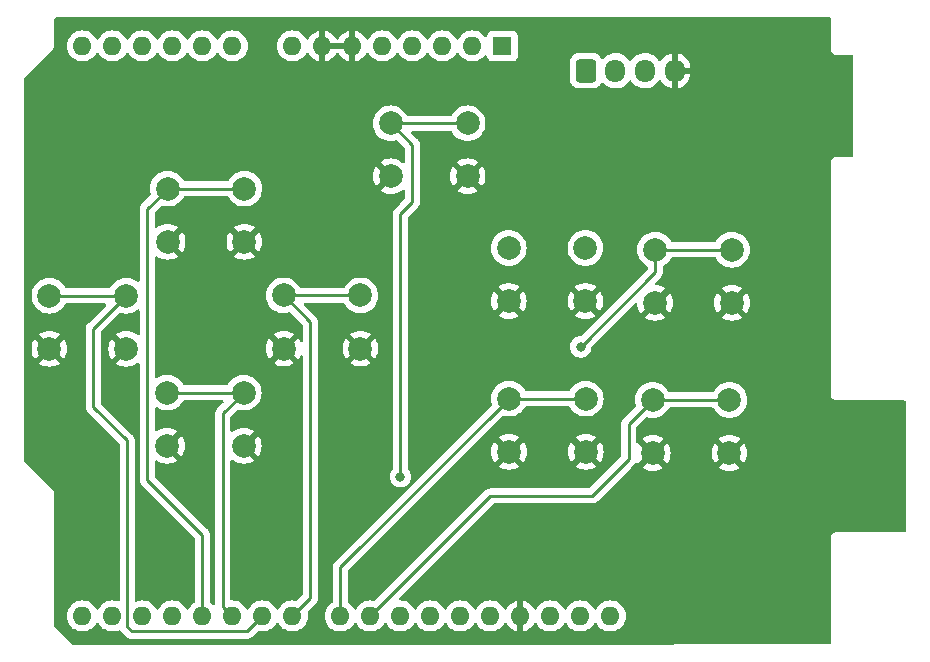
<source format=gbr>
%TF.GenerationSoftware,KiCad,Pcbnew,(6.0.6)*%
%TF.CreationDate,2022-11-26T23:59:24-08:00*%
%TF.ProjectId,AS-OPEN9BTN-UNOSHLD-01,41532d4f-5045-44e3-9942-544e2d554e4f,rev?*%
%TF.SameCoordinates,Original*%
%TF.FileFunction,Copper,L2,Bot*%
%TF.FilePolarity,Positive*%
%FSLAX46Y46*%
G04 Gerber Fmt 4.6, Leading zero omitted, Abs format (unit mm)*
G04 Created by KiCad (PCBNEW (6.0.6)) date 2022-11-26 23:59:24*
%MOMM*%
%LPD*%
G01*
G04 APERTURE LIST*
G04 Aperture macros list*
%AMRoundRect*
0 Rectangle with rounded corners*
0 $1 Rounding radius*
0 $2 $3 $4 $5 $6 $7 $8 $9 X,Y pos of 4 corners*
0 Add a 4 corners polygon primitive as box body*
4,1,4,$2,$3,$4,$5,$6,$7,$8,$9,$2,$3,0*
0 Add four circle primitives for the rounded corners*
1,1,$1+$1,$2,$3*
1,1,$1+$1,$4,$5*
1,1,$1+$1,$6,$7*
1,1,$1+$1,$8,$9*
0 Add four rect primitives between the rounded corners*
20,1,$1+$1,$2,$3,$4,$5,0*
20,1,$1+$1,$4,$5,$6,$7,0*
20,1,$1+$1,$6,$7,$8,$9,0*
20,1,$1+$1,$8,$9,$2,$3,0*%
G04 Aperture macros list end*
%TA.AperFunction,ComponentPad*%
%ADD10C,2.000000*%
%TD*%
%TA.AperFunction,ComponentPad*%
%ADD11RoundRect,0.250000X-0.600000X-0.725000X0.600000X-0.725000X0.600000X0.725000X-0.600000X0.725000X0*%
%TD*%
%TA.AperFunction,ComponentPad*%
%ADD12O,1.700000X1.950000*%
%TD*%
%TA.AperFunction,ComponentPad*%
%ADD13O,1.600000X1.600000*%
%TD*%
%TA.AperFunction,ComponentPad*%
%ADD14R,1.600000X1.600000*%
%TD*%
%TA.AperFunction,ViaPad*%
%ADD15C,0.800000*%
%TD*%
%TA.AperFunction,Conductor*%
%ADD16C,0.250000*%
%TD*%
G04 APERTURE END LIST*
D10*
%TO.P,SW9,1,1*%
%TO.N,/HOME*%
X75817800Y-73873800D03*
X69317800Y-73873800D03*
%TO.P,SW9,2,2*%
%TO.N,GND*%
X69317800Y-78373800D03*
X75817800Y-78373800D03*
%TD*%
%TO.P,SW8,1,1*%
%TO.N,/UP*%
X56920200Y-79411000D03*
X50420200Y-79411000D03*
%TO.P,SW8,2,2*%
%TO.N,GND*%
X50420200Y-83911000D03*
X56920200Y-83911000D03*
%TD*%
%TO.P,SW7,1,1*%
%TO.N,/DOWN*%
X56869400Y-96683000D03*
X50369400Y-96683000D03*
%TO.P,SW7,2,2*%
%TO.N,GND*%
X50369400Y-101183000D03*
X56869400Y-101183000D03*
%TD*%
%TO.P,SW6,1,1*%
%TO.N,/LEFT*%
X46912600Y-88478800D03*
X40412600Y-88478800D03*
%TO.P,SW6,2,2*%
%TO.N,GND*%
X40412600Y-92978800D03*
X46912600Y-92978800D03*
%TD*%
%TO.P,SW5,1,1*%
%TO.N,/RIGHT*%
X66750000Y-88453400D03*
X60250000Y-88453400D03*
%TO.P,SW5,2,2*%
%TO.N,GND*%
X60250000Y-92953400D03*
X66750000Y-92953400D03*
%TD*%
%TO.P,SW4,1,1*%
%TO.N,/SELECT*%
X85800000Y-84440200D03*
X79300000Y-84440200D03*
%TO.P,SW4,2,2*%
%TO.N,GND*%
X79300000Y-88940200D03*
X85800000Y-88940200D03*
%TD*%
%TO.P,SW3,1,1*%
%TO.N,/START*%
X98194000Y-84582000D03*
X91694000Y-84582000D03*
%TO.P,SW3,2,2*%
%TO.N,GND*%
X91694000Y-89082000D03*
X98194000Y-89082000D03*
%TD*%
%TO.P,SW2,1,1*%
%TO.N,/A*%
X97990800Y-97307400D03*
X91490800Y-97307400D03*
%TO.P,SW2,2,2*%
%TO.N,GND*%
X91490800Y-101807400D03*
X97990800Y-101807400D03*
%TD*%
%TO.P,SW1,1,1*%
%TO.N,/B*%
X85825400Y-97191000D03*
X79325400Y-97191000D03*
%TO.P,SW1,2,2*%
%TO.N,GND*%
X79325400Y-101691000D03*
X85825400Y-101691000D03*
%TD*%
D11*
%TO.P,J1,1,Pin_1*%
%TO.N,VCC*%
X85835800Y-69426600D03*
D12*
%TO.P,J1,2,Pin_2*%
%TO.N,/SDA*%
X88335800Y-69426600D03*
%TO.P,J1,3,Pin_3*%
%TO.N,/SCL*%
X90835800Y-69426600D03*
%TO.P,J1,4,Pin_4*%
%TO.N,GND*%
X93335800Y-69426600D03*
%TD*%
D13*
%TO.P,A1,32,SCL/A5*%
%TO.N,/SCL*%
X87905400Y-115595400D03*
%TO.P,A1,31,SDA/A4*%
%TO.N,/SDA*%
X85365400Y-115595400D03*
%TO.P,A1,30,AREF*%
%TO.N,unconnected-(A1-Pad30)*%
X82825400Y-115595400D03*
%TO.P,A1,29,GND*%
%TO.N,GND*%
X80285400Y-115595400D03*
%TO.P,A1,28,D13*%
%TO.N,unconnected-(A1-Pad28)*%
X77745400Y-115595400D03*
%TO.P,A1,27,D12*%
%TO.N,unconnected-(A1-Pad27)*%
X75205400Y-115595400D03*
%TO.P,A1,26,D11*%
%TO.N,unconnected-(A1-Pad26)*%
X72665400Y-115595400D03*
%TO.P,A1,25,D10*%
%TO.N,/HOME*%
X70125400Y-115595400D03*
%TO.P,A1,24,D9*%
%TO.N,/A*%
X67585400Y-115595400D03*
%TO.P,A1,23,D8*%
%TO.N,/B*%
X65045400Y-115595400D03*
%TO.P,A1,22,D7*%
%TO.N,/RIGHT*%
X60985400Y-115595400D03*
%TO.P,A1,21,D6*%
%TO.N,/LEFT*%
X58445400Y-115595400D03*
%TO.P,A1,20,D5*%
%TO.N,/DOWN*%
X55905400Y-115595400D03*
%TO.P,A1,19,D4*%
%TO.N,/UP*%
X53365400Y-115595400D03*
%TO.P,A1,18,D3*%
%TO.N,/START*%
X50825400Y-115595400D03*
%TO.P,A1,17,D2*%
%TO.N,/SELECT*%
X48285400Y-115595400D03*
%TO.P,A1,16,D1/TX*%
%TO.N,unconnected-(A1-Pad16)*%
X45745400Y-115595400D03*
%TO.P,A1,15,D0/RX*%
%TO.N,unconnected-(A1-Pad15)*%
X43205400Y-115595400D03*
%TO.P,A1,14,SCL/A5*%
%TO.N,unconnected-(A1-Pad14)*%
X43205400Y-67335400D03*
%TO.P,A1,13,SDA/A4*%
%TO.N,unconnected-(A1-Pad13)*%
X45745400Y-67335400D03*
%TO.P,A1,12,A3*%
%TO.N,unconnected-(A1-Pad12)*%
X48285400Y-67335400D03*
%TO.P,A1,11,A2*%
%TO.N,unconnected-(A1-Pad11)*%
X50825400Y-67335400D03*
%TO.P,A1,10,A1*%
%TO.N,unconnected-(A1-Pad10)*%
X53365400Y-67335400D03*
%TO.P,A1,9,A0*%
%TO.N,unconnected-(A1-Pad9)*%
X55905400Y-67335400D03*
%TO.P,A1,8,VIN*%
%TO.N,unconnected-(A1-Pad8)*%
X60985400Y-67335400D03*
%TO.P,A1,7,GND*%
%TO.N,GND*%
X63525400Y-67335400D03*
%TO.P,A1,6,GND*%
X66065400Y-67335400D03*
%TO.P,A1,5,+5V*%
%TO.N,VCC*%
X68605400Y-67335400D03*
%TO.P,A1,4,3V3*%
%TO.N,unconnected-(A1-Pad4)*%
X71145400Y-67335400D03*
%TO.P,A1,3,~{RESET}*%
%TO.N,unconnected-(A1-Pad3)*%
X73685400Y-67335400D03*
%TO.P,A1,2,IOREF*%
%TO.N,unconnected-(A1-Pad2)*%
X76225400Y-67335400D03*
D14*
%TO.P,A1,1,NC*%
%TO.N,unconnected-(A1-Pad1)*%
X78765400Y-67335400D03*
%TD*%
D15*
%TO.N,/START*%
X85394800Y-92811600D03*
%TO.N,/HOME*%
X70129400Y-103809800D03*
%TD*%
D16*
%TO.N,/HOME*%
X75817800Y-73873800D02*
X69317800Y-73873800D01*
X71145400Y-75701400D02*
X69317800Y-73873800D01*
X71145400Y-80543400D02*
X71145400Y-75701400D01*
X70129400Y-81559400D02*
X71145400Y-80543400D01*
X70129400Y-103809800D02*
X70129400Y-81559400D01*
%TO.N,/START*%
X91694000Y-84582000D02*
X98194000Y-84582000D01*
X91694000Y-86512400D02*
X91694000Y-84582000D01*
X85394800Y-92811600D02*
X91694000Y-86512400D01*
%TO.N,/B*%
X79325400Y-97191000D02*
X85825400Y-97191000D01*
X65045400Y-111471000D02*
X79325400Y-97191000D01*
X65045400Y-115595400D02*
X65045400Y-111471000D01*
%TO.N,/A*%
X89458800Y-99339400D02*
X91490800Y-97307400D01*
X86360000Y-105435400D02*
X89458800Y-102336600D01*
X77745400Y-105435400D02*
X86360000Y-105435400D01*
X89458800Y-102336600D02*
X89458800Y-99339400D01*
X67585400Y-115595400D02*
X77745400Y-105435400D01*
X91490800Y-97307400D02*
X97990800Y-97307400D01*
%TO.N,/UP*%
X50420200Y-79411000D02*
X56920200Y-79411000D01*
X48691800Y-81139400D02*
X50420200Y-79411000D01*
X48691800Y-104063800D02*
X48691800Y-81139400D01*
X53365400Y-108737400D02*
X48691800Y-104063800D01*
X53365400Y-115595400D02*
X53365400Y-108737400D01*
%TO.N,/RIGHT*%
X60250000Y-88453400D02*
X66750000Y-88453400D01*
X62509400Y-90712800D02*
X60250000Y-88453400D01*
X62509400Y-114071400D02*
X62509400Y-90712800D01*
X60985400Y-115595400D02*
X62509400Y-114071400D01*
%TO.N,/DOWN*%
X55105401Y-114795401D02*
X55905400Y-115595400D01*
X55105401Y-98446999D02*
X55105401Y-114795401D01*
X56869400Y-96683000D02*
X55105401Y-98446999D01*
X50369400Y-96683000D02*
X56869400Y-96683000D01*
%TO.N,/LEFT*%
X46990000Y-116509800D02*
X47371000Y-116890800D01*
X46990000Y-100736400D02*
X46990000Y-116509800D01*
X44119800Y-97866200D02*
X46990000Y-100736400D01*
X44119800Y-91271600D02*
X44119800Y-97866200D01*
X46912600Y-88478800D02*
X44119800Y-91271600D01*
X47371000Y-116890800D02*
X57150000Y-116890800D01*
X57150000Y-116890800D02*
X58445400Y-115595400D01*
X40412600Y-88478800D02*
X46912600Y-88478800D01*
%TD*%
%TA.AperFunction,Conductor*%
%TO.N,GND*%
G36*
X106519980Y-64917717D02*
G01*
X106566494Y-64971355D01*
X106577900Y-65023741D01*
X106577900Y-67581178D01*
X106577876Y-67583628D01*
X106576540Y-67652329D01*
X106578891Y-67660990D01*
X106585399Y-67684966D01*
X106588523Y-67700093D01*
X106593320Y-67733587D01*
X106597037Y-67741763D01*
X106597038Y-67741765D01*
X106602186Y-67753087D01*
X106609084Y-67772228D01*
X106612343Y-67784235D01*
X106612346Y-67784241D01*
X106614696Y-67792900D01*
X106619383Y-67800553D01*
X106619384Y-67800555D01*
X106632361Y-67821744D01*
X106639609Y-67835394D01*
X106653608Y-67866182D01*
X106659470Y-67872985D01*
X106659471Y-67872987D01*
X106667593Y-67882414D01*
X106679585Y-67898848D01*
X106690772Y-67917113D01*
X106697417Y-67923142D01*
X106697421Y-67923146D01*
X106715821Y-67939838D01*
X106726615Y-67950912D01*
X106742824Y-67969724D01*
X106742829Y-67969728D01*
X106748687Y-67976527D01*
X106766665Y-67988180D01*
X106782784Y-68000585D01*
X106798652Y-68014980D01*
X106829070Y-68029759D01*
X106842530Y-68037354D01*
X106863379Y-68050868D01*
X106863383Y-68050870D01*
X106870915Y-68055752D01*
X106879513Y-68058323D01*
X106879519Y-68058326D01*
X106891447Y-68061893D01*
X106910406Y-68069278D01*
X106929664Y-68078635D01*
X106938517Y-68080135D01*
X106938518Y-68080135D01*
X106939941Y-68080376D01*
X106963006Y-68084283D01*
X106978056Y-68087794D01*
X107010466Y-68097486D01*
X107019438Y-68097541D01*
X107019439Y-68097541D01*
X107038970Y-68097660D01*
X107086674Y-68097952D01*
X107087391Y-68097959D01*
X108358581Y-68114908D01*
X108426428Y-68135817D01*
X108472201Y-68190087D01*
X108482900Y-68240897D01*
X108482900Y-76606900D01*
X108462898Y-76675021D01*
X108409242Y-76721514D01*
X108356900Y-76732900D01*
X107069623Y-76732900D01*
X107068853Y-76732898D01*
X107068037Y-76732893D01*
X106991279Y-76732424D01*
X106968918Y-76738815D01*
X106962847Y-76740550D01*
X106946085Y-76744128D01*
X106916813Y-76748320D01*
X106908645Y-76752034D01*
X106908644Y-76752034D01*
X106893438Y-76758948D01*
X106875914Y-76765396D01*
X106851229Y-76772451D01*
X106843635Y-76777243D01*
X106843632Y-76777244D01*
X106826220Y-76788230D01*
X106811137Y-76796369D01*
X106784218Y-76808608D01*
X106777416Y-76814469D01*
X106764765Y-76825370D01*
X106749761Y-76836473D01*
X106728042Y-76850176D01*
X106722103Y-76856901D01*
X106722099Y-76856904D01*
X106708468Y-76872338D01*
X106696276Y-76884382D01*
X106680673Y-76897827D01*
X106680671Y-76897830D01*
X106673873Y-76903687D01*
X106668993Y-76911216D01*
X106668992Y-76911217D01*
X106659906Y-76925235D01*
X106648615Y-76940109D01*
X106637569Y-76952617D01*
X106631622Y-76959351D01*
X106619058Y-76986111D01*
X106610737Y-77001091D01*
X106599529Y-77018383D01*
X106599527Y-77018388D01*
X106594648Y-77025915D01*
X106592078Y-77034508D01*
X106592076Y-77034513D01*
X106587289Y-77050520D01*
X106580628Y-77067964D01*
X106569719Y-77091200D01*
X106568338Y-77100067D01*
X106568338Y-77100068D01*
X106565170Y-77120415D01*
X106561387Y-77137132D01*
X106555485Y-77156866D01*
X106555484Y-77156872D01*
X106552914Y-77165466D01*
X106552859Y-77174437D01*
X106552859Y-77174438D01*
X106552704Y-77199897D01*
X106552671Y-77200689D01*
X106552500Y-77201786D01*
X106552500Y-77232777D01*
X106552498Y-77233547D01*
X106552024Y-77311121D01*
X106552408Y-77312465D01*
X106552500Y-77313810D01*
X106552500Y-96816177D01*
X106552498Y-96816947D01*
X106552024Y-96894521D01*
X106554491Y-96903152D01*
X106560150Y-96922953D01*
X106563728Y-96939715D01*
X106567920Y-96968987D01*
X106571634Y-96977155D01*
X106571634Y-96977156D01*
X106578548Y-96992362D01*
X106584996Y-97009886D01*
X106592051Y-97034571D01*
X106596843Y-97042165D01*
X106596844Y-97042168D01*
X106607830Y-97059580D01*
X106615969Y-97074663D01*
X106628208Y-97101582D01*
X106634069Y-97108384D01*
X106644970Y-97121035D01*
X106656073Y-97136039D01*
X106669776Y-97157758D01*
X106676501Y-97163697D01*
X106676504Y-97163701D01*
X106691938Y-97177332D01*
X106703982Y-97189524D01*
X106717427Y-97205127D01*
X106717430Y-97205129D01*
X106723287Y-97211927D01*
X106730816Y-97216807D01*
X106730817Y-97216808D01*
X106744835Y-97225894D01*
X106759709Y-97237185D01*
X106772217Y-97248231D01*
X106778951Y-97254178D01*
X106805711Y-97266742D01*
X106820691Y-97275063D01*
X106837983Y-97286271D01*
X106837988Y-97286273D01*
X106845515Y-97291152D01*
X106854108Y-97293722D01*
X106854113Y-97293724D01*
X106870120Y-97298511D01*
X106887564Y-97305172D01*
X106902676Y-97312267D01*
X106902678Y-97312268D01*
X106910800Y-97316081D01*
X106919667Y-97317462D01*
X106919668Y-97317462D01*
X106929310Y-97318963D01*
X106940017Y-97320630D01*
X106956732Y-97324413D01*
X106976466Y-97330315D01*
X106976472Y-97330316D01*
X106985066Y-97332886D01*
X106994037Y-97332941D01*
X106994038Y-97332941D01*
X107004097Y-97333002D01*
X107019506Y-97333096D01*
X107020289Y-97333129D01*
X107021386Y-97333300D01*
X107052377Y-97333300D01*
X107053147Y-97333302D01*
X107126785Y-97333752D01*
X107126786Y-97333752D01*
X107130721Y-97333776D01*
X107132065Y-97333392D01*
X107133410Y-97333300D01*
X112803221Y-97333300D01*
X112871342Y-97353302D01*
X112917835Y-97406958D01*
X112929221Y-97459038D01*
X112944921Y-104995380D01*
X112951976Y-108382038D01*
X112932116Y-108450200D01*
X112878557Y-108496804D01*
X112825976Y-108508300D01*
X107069623Y-108508300D01*
X107068853Y-108508298D01*
X107068037Y-108508293D01*
X106991279Y-108507824D01*
X106968918Y-108514215D01*
X106962847Y-108515950D01*
X106946085Y-108519528D01*
X106916813Y-108523720D01*
X106908645Y-108527434D01*
X106908644Y-108527434D01*
X106893438Y-108534348D01*
X106875914Y-108540796D01*
X106851229Y-108547851D01*
X106843635Y-108552643D01*
X106843632Y-108552644D01*
X106826220Y-108563630D01*
X106811137Y-108571769D01*
X106784218Y-108584008D01*
X106777416Y-108589869D01*
X106764765Y-108600770D01*
X106749761Y-108611873D01*
X106728042Y-108625576D01*
X106722103Y-108632301D01*
X106722099Y-108632304D01*
X106708468Y-108647738D01*
X106696276Y-108659782D01*
X106680673Y-108673227D01*
X106680671Y-108673230D01*
X106673873Y-108679087D01*
X106668993Y-108686616D01*
X106668992Y-108686617D01*
X106659906Y-108700635D01*
X106648615Y-108715509D01*
X106637569Y-108728017D01*
X106631622Y-108734751D01*
X106619058Y-108761511D01*
X106610737Y-108776491D01*
X106599529Y-108793783D01*
X106599527Y-108793788D01*
X106594648Y-108801315D01*
X106592078Y-108809908D01*
X106592076Y-108809913D01*
X106587289Y-108825920D01*
X106580628Y-108843364D01*
X106569719Y-108866600D01*
X106568338Y-108875467D01*
X106568338Y-108875468D01*
X106565170Y-108895815D01*
X106561387Y-108912532D01*
X106555485Y-108932266D01*
X106555484Y-108932272D01*
X106552914Y-108940866D01*
X106552859Y-108949837D01*
X106552859Y-108949838D01*
X106552704Y-108975297D01*
X106552671Y-108976089D01*
X106552500Y-108977186D01*
X106552500Y-109008177D01*
X106552498Y-109008947D01*
X106552024Y-109086521D01*
X106552408Y-109087865D01*
X106552500Y-109089210D01*
X106552500Y-117882149D01*
X106532498Y-117950270D01*
X106478842Y-117996763D01*
X106426549Y-118008149D01*
X80035676Y-118018482D01*
X42452161Y-118033197D01*
X42384035Y-118013222D01*
X42363019Y-117996292D01*
X40855205Y-116488478D01*
X40821179Y-116426166D01*
X40818300Y-116399383D01*
X40818300Y-105327098D01*
X40819729Y-105314017D01*
X40819457Y-105313996D01*
X40820133Y-105305042D01*
X40822071Y-105296277D01*
X40818582Y-105244196D01*
X40818300Y-105235774D01*
X40818300Y-105221087D01*
X40816593Y-105209165D01*
X40815604Y-105199741D01*
X40812935Y-105159906D01*
X40812335Y-105150946D01*
X40809244Y-105142514D01*
X40807658Y-105135042D01*
X40806288Y-105129601D01*
X40804152Y-105122298D01*
X40802880Y-105113413D01*
X40782630Y-105068875D01*
X40779030Y-105060092D01*
X40765293Y-105022619D01*
X40765292Y-105022617D01*
X40762202Y-105014188D01*
X40756869Y-105006963D01*
X40753260Y-105000255D01*
X40750396Y-104995380D01*
X40746305Y-104988984D01*
X40742592Y-104980818D01*
X40710670Y-104943771D01*
X40704747Y-104936349D01*
X40698631Y-104928063D01*
X40695737Y-104924142D01*
X40685786Y-104914289D01*
X40679000Y-104907015D01*
X40653372Y-104877272D01*
X40653370Y-104877270D01*
X40647513Y-104870473D01*
X40639982Y-104865591D01*
X40637370Y-104863313D01*
X40620984Y-104850121D01*
X38265254Y-102517487D01*
X38230922Y-102455343D01*
X38227909Y-102427759D01*
X38227913Y-102425568D01*
X38240608Y-94211470D01*
X39544760Y-94211470D01*
X39550487Y-94219120D01*
X39721642Y-94324005D01*
X39730437Y-94328487D01*
X39940588Y-94415534D01*
X39949973Y-94418583D01*
X40171154Y-94471685D01*
X40180901Y-94473228D01*
X40407670Y-94491075D01*
X40417530Y-94491075D01*
X40644299Y-94473228D01*
X40654046Y-94471685D01*
X40875227Y-94418583D01*
X40884612Y-94415534D01*
X41094763Y-94328487D01*
X41103558Y-94324005D01*
X41271045Y-94221368D01*
X41280507Y-94210910D01*
X41276724Y-94202134D01*
X40425412Y-93350822D01*
X40411468Y-93343208D01*
X40409635Y-93343339D01*
X40403020Y-93347590D01*
X39551520Y-94199090D01*
X39544760Y-94211470D01*
X38240608Y-94211470D01*
X38242506Y-92983730D01*
X38900325Y-92983730D01*
X38918172Y-93210499D01*
X38919715Y-93220246D01*
X38972817Y-93441427D01*
X38975866Y-93450812D01*
X39062913Y-93660963D01*
X39067395Y-93669758D01*
X39170032Y-93837245D01*
X39180490Y-93846707D01*
X39189266Y-93842924D01*
X40040578Y-92991612D01*
X40046956Y-92979932D01*
X40777008Y-92979932D01*
X40777139Y-92981765D01*
X40781390Y-92988380D01*
X41632890Y-93839880D01*
X41645270Y-93846640D01*
X41652920Y-93840913D01*
X41757805Y-93669758D01*
X41762287Y-93660963D01*
X41849334Y-93450812D01*
X41852383Y-93441427D01*
X41905485Y-93220246D01*
X41907028Y-93210499D01*
X41924875Y-92983730D01*
X41924875Y-92973870D01*
X41907028Y-92747101D01*
X41905485Y-92737354D01*
X41852383Y-92516173D01*
X41849334Y-92506788D01*
X41762287Y-92296637D01*
X41757805Y-92287842D01*
X41655168Y-92120355D01*
X41644710Y-92110893D01*
X41635934Y-92114676D01*
X40784622Y-92965988D01*
X40777008Y-92979932D01*
X40046956Y-92979932D01*
X40048192Y-92977668D01*
X40048061Y-92975835D01*
X40043810Y-92969220D01*
X39192310Y-92117720D01*
X39179930Y-92110960D01*
X39172280Y-92116687D01*
X39067395Y-92287842D01*
X39062913Y-92296637D01*
X38975866Y-92506788D01*
X38972817Y-92516173D01*
X38919715Y-92737354D01*
X38918172Y-92747101D01*
X38900325Y-92973870D01*
X38900325Y-92983730D01*
X38242506Y-92983730D01*
X38244418Y-91746690D01*
X39544693Y-91746690D01*
X39548476Y-91755466D01*
X40399788Y-92606778D01*
X40413732Y-92614392D01*
X40415565Y-92614261D01*
X40422180Y-92610010D01*
X41273680Y-91758510D01*
X41280440Y-91746130D01*
X41274713Y-91738480D01*
X41103558Y-91633595D01*
X41094763Y-91629113D01*
X40884612Y-91542066D01*
X40875227Y-91539017D01*
X40654046Y-91485915D01*
X40644299Y-91484372D01*
X40417530Y-91466525D01*
X40407670Y-91466525D01*
X40180901Y-91484372D01*
X40171154Y-91485915D01*
X39949973Y-91539017D01*
X39940588Y-91542066D01*
X39730437Y-91629113D01*
X39721642Y-91633595D01*
X39554155Y-91736232D01*
X39544693Y-91746690D01*
X38244418Y-91746690D01*
X38249469Y-88478800D01*
X38899435Y-88478800D01*
X38918065Y-88715511D01*
X38973495Y-88946394D01*
X38975388Y-88950965D01*
X38975389Y-88950967D01*
X39047407Y-89124834D01*
X39064360Y-89165763D01*
X39066946Y-89169983D01*
X39185841Y-89364002D01*
X39185845Y-89364008D01*
X39188424Y-89368216D01*
X39342631Y-89548769D01*
X39523184Y-89702976D01*
X39527392Y-89705555D01*
X39527398Y-89705559D01*
X39688568Y-89804324D01*
X39725637Y-89827040D01*
X39730207Y-89828933D01*
X39730211Y-89828935D01*
X39940433Y-89916011D01*
X39945006Y-89917905D01*
X39986072Y-89927764D01*
X40171076Y-89972180D01*
X40171082Y-89972181D01*
X40175889Y-89973335D01*
X40412600Y-89991965D01*
X40649311Y-89973335D01*
X40654118Y-89972181D01*
X40654124Y-89972180D01*
X40839128Y-89927764D01*
X40880194Y-89917905D01*
X40884767Y-89916011D01*
X41094989Y-89828935D01*
X41094993Y-89828933D01*
X41099563Y-89827040D01*
X41136632Y-89804324D01*
X41297802Y-89705559D01*
X41297808Y-89705555D01*
X41302016Y-89702976D01*
X41482569Y-89548769D01*
X41636776Y-89368216D01*
X41639355Y-89364008D01*
X41639359Y-89364002D01*
X41756733Y-89172465D01*
X41809381Y-89124834D01*
X41864166Y-89112300D01*
X45079006Y-89112300D01*
X45147127Y-89132302D01*
X45193620Y-89185958D01*
X45203724Y-89256232D01*
X45174230Y-89320812D01*
X45168103Y-89327393D01*
X44335005Y-90160490D01*
X43727547Y-90767948D01*
X43719261Y-90775488D01*
X43712782Y-90779600D01*
X43707357Y-90785377D01*
X43666157Y-90829251D01*
X43663402Y-90832093D01*
X43643665Y-90851830D01*
X43641185Y-90855027D01*
X43633482Y-90864047D01*
X43603214Y-90896279D01*
X43599395Y-90903225D01*
X43599393Y-90903228D01*
X43593452Y-90914034D01*
X43582601Y-90930553D01*
X43570186Y-90946559D01*
X43567041Y-90953828D01*
X43567038Y-90953832D01*
X43552626Y-90987137D01*
X43547409Y-90997787D01*
X43526105Y-91036540D01*
X43524134Y-91044215D01*
X43524134Y-91044216D01*
X43521067Y-91056162D01*
X43514663Y-91074866D01*
X43506619Y-91093455D01*
X43505380Y-91101278D01*
X43505377Y-91101288D01*
X43499701Y-91137124D01*
X43497295Y-91148744D01*
X43486300Y-91191570D01*
X43486300Y-91211824D01*
X43484749Y-91231534D01*
X43481580Y-91251543D01*
X43482326Y-91259435D01*
X43485741Y-91295561D01*
X43486300Y-91307419D01*
X43486300Y-97787433D01*
X43485773Y-97798616D01*
X43484098Y-97806109D01*
X43484347Y-97814035D01*
X43484347Y-97814036D01*
X43486238Y-97874186D01*
X43486300Y-97878145D01*
X43486300Y-97906056D01*
X43486797Y-97909990D01*
X43486797Y-97909991D01*
X43486805Y-97910056D01*
X43487738Y-97921893D01*
X43489127Y-97966089D01*
X43494778Y-97985539D01*
X43498787Y-98004900D01*
X43501326Y-98024997D01*
X43504245Y-98032368D01*
X43504245Y-98032370D01*
X43517604Y-98066112D01*
X43521449Y-98077342D01*
X43533782Y-98119793D01*
X43537815Y-98126612D01*
X43537817Y-98126617D01*
X43544093Y-98137228D01*
X43552788Y-98154976D01*
X43560248Y-98173817D01*
X43564910Y-98180233D01*
X43564910Y-98180234D01*
X43586236Y-98209587D01*
X43592752Y-98219507D01*
X43610943Y-98250265D01*
X43615258Y-98257562D01*
X43629579Y-98271883D01*
X43642419Y-98286916D01*
X43654328Y-98303307D01*
X43672558Y-98318388D01*
X43688405Y-98331498D01*
X43697184Y-98339488D01*
X46319595Y-100961900D01*
X46353621Y-101024212D01*
X46356500Y-101050995D01*
X46356500Y-114240590D01*
X46336498Y-114308711D01*
X46282842Y-114355204D01*
X46212568Y-114365308D01*
X46194720Y-114360829D01*
X46194643Y-114361116D01*
X45978802Y-114303281D01*
X45978800Y-114303281D01*
X45973487Y-114301857D01*
X45745400Y-114281902D01*
X45517313Y-114301857D01*
X45512000Y-114303281D01*
X45511998Y-114303281D01*
X45301467Y-114359693D01*
X45301465Y-114359694D01*
X45296157Y-114361116D01*
X45291176Y-114363439D01*
X45291175Y-114363439D01*
X45093638Y-114455551D01*
X45093633Y-114455554D01*
X45088651Y-114457877D01*
X45010920Y-114512305D01*
X44905611Y-114586043D01*
X44905608Y-114586045D01*
X44901100Y-114589202D01*
X44739202Y-114751100D01*
X44607877Y-114938651D01*
X44605554Y-114943633D01*
X44605551Y-114943638D01*
X44589595Y-114977857D01*
X44542678Y-115031142D01*
X44474401Y-115050603D01*
X44406441Y-115030061D01*
X44361205Y-114977857D01*
X44345249Y-114943638D01*
X44345246Y-114943633D01*
X44342923Y-114938651D01*
X44211598Y-114751100D01*
X44049700Y-114589202D01*
X44045192Y-114586045D01*
X44045189Y-114586043D01*
X43939880Y-114512305D01*
X43862149Y-114457877D01*
X43857167Y-114455554D01*
X43857162Y-114455551D01*
X43659625Y-114363439D01*
X43659624Y-114363439D01*
X43654643Y-114361116D01*
X43649335Y-114359694D01*
X43649333Y-114359693D01*
X43438802Y-114303281D01*
X43438800Y-114303281D01*
X43433487Y-114301857D01*
X43205400Y-114281902D01*
X42977313Y-114301857D01*
X42972000Y-114303281D01*
X42971998Y-114303281D01*
X42761467Y-114359693D01*
X42761465Y-114359694D01*
X42756157Y-114361116D01*
X42751176Y-114363439D01*
X42751175Y-114363439D01*
X42553638Y-114455551D01*
X42553633Y-114455554D01*
X42548651Y-114457877D01*
X42470920Y-114512305D01*
X42365611Y-114586043D01*
X42365608Y-114586045D01*
X42361100Y-114589202D01*
X42199202Y-114751100D01*
X42067877Y-114938651D01*
X42065554Y-114943633D01*
X42065551Y-114943638D01*
X42065434Y-114943889D01*
X41971116Y-115146157D01*
X41969694Y-115151465D01*
X41969693Y-115151467D01*
X41913283Y-115361991D01*
X41911857Y-115367313D01*
X41891902Y-115595400D01*
X41911857Y-115823487D01*
X41971116Y-116044643D01*
X41973439Y-116049624D01*
X41973439Y-116049625D01*
X42065551Y-116247162D01*
X42065554Y-116247167D01*
X42067877Y-116252149D01*
X42071034Y-116256657D01*
X42170972Y-116399383D01*
X42199202Y-116439700D01*
X42361100Y-116601598D01*
X42365608Y-116604755D01*
X42365611Y-116604757D01*
X42443789Y-116659498D01*
X42548651Y-116732923D01*
X42553633Y-116735246D01*
X42553638Y-116735249D01*
X42706196Y-116806387D01*
X42756157Y-116829684D01*
X42761465Y-116831106D01*
X42761467Y-116831107D01*
X42971998Y-116887519D01*
X42972000Y-116887519D01*
X42977313Y-116888943D01*
X43205400Y-116908898D01*
X43433487Y-116888943D01*
X43438800Y-116887519D01*
X43438802Y-116887519D01*
X43649333Y-116831107D01*
X43649335Y-116831106D01*
X43654643Y-116829684D01*
X43704604Y-116806387D01*
X43857162Y-116735249D01*
X43857167Y-116735246D01*
X43862149Y-116732923D01*
X43967011Y-116659498D01*
X44045189Y-116604757D01*
X44045192Y-116604755D01*
X44049700Y-116601598D01*
X44211598Y-116439700D01*
X44239829Y-116399383D01*
X44339766Y-116256657D01*
X44342923Y-116252149D01*
X44345246Y-116247167D01*
X44345249Y-116247162D01*
X44361205Y-116212943D01*
X44408122Y-116159658D01*
X44476399Y-116140197D01*
X44544359Y-116160739D01*
X44589595Y-116212943D01*
X44605551Y-116247162D01*
X44605554Y-116247167D01*
X44607877Y-116252149D01*
X44611034Y-116256657D01*
X44710972Y-116399383D01*
X44739202Y-116439700D01*
X44901100Y-116601598D01*
X44905608Y-116604755D01*
X44905611Y-116604757D01*
X44983789Y-116659498D01*
X45088651Y-116732923D01*
X45093633Y-116735246D01*
X45093638Y-116735249D01*
X45246196Y-116806387D01*
X45296157Y-116829684D01*
X45301465Y-116831106D01*
X45301467Y-116831107D01*
X45511998Y-116887519D01*
X45512000Y-116887519D01*
X45517313Y-116888943D01*
X45745400Y-116908898D01*
X45973487Y-116888943D01*
X45978800Y-116887519D01*
X45978802Y-116887519D01*
X46107209Y-116853112D01*
X46194643Y-116829684D01*
X46199628Y-116827359D01*
X46199632Y-116827358D01*
X46283299Y-116788344D01*
X46353491Y-116777683D01*
X46418303Y-116806664D01*
X46438485Y-116828479D01*
X46456436Y-116853187D01*
X46462952Y-116863107D01*
X46478515Y-116889422D01*
X46485458Y-116901162D01*
X46499779Y-116915483D01*
X46512619Y-116930516D01*
X46524528Y-116946907D01*
X46530634Y-116951958D01*
X46558605Y-116975098D01*
X46567384Y-116983088D01*
X46867343Y-117283047D01*
X46874887Y-117291337D01*
X46879000Y-117297818D01*
X46884777Y-117303243D01*
X46928667Y-117344458D01*
X46931509Y-117347213D01*
X46951230Y-117366934D01*
X46954425Y-117369412D01*
X46963447Y-117377118D01*
X46995679Y-117407386D01*
X47002628Y-117411206D01*
X47013432Y-117417146D01*
X47029956Y-117427999D01*
X47045959Y-117440413D01*
X47086543Y-117457976D01*
X47097173Y-117463183D01*
X47135940Y-117484495D01*
X47143617Y-117486466D01*
X47143622Y-117486468D01*
X47155558Y-117489532D01*
X47174266Y-117495937D01*
X47192855Y-117503981D01*
X47200680Y-117505220D01*
X47200682Y-117505221D01*
X47236519Y-117510897D01*
X47248140Y-117513304D01*
X47279959Y-117521473D01*
X47290970Y-117524300D01*
X47311231Y-117524300D01*
X47330940Y-117525851D01*
X47350943Y-117529019D01*
X47358835Y-117528273D01*
X47364062Y-117527779D01*
X47394954Y-117524859D01*
X47406811Y-117524300D01*
X57071233Y-117524300D01*
X57082416Y-117524827D01*
X57089909Y-117526502D01*
X57097835Y-117526253D01*
X57097836Y-117526253D01*
X57157986Y-117524362D01*
X57161945Y-117524300D01*
X57189856Y-117524300D01*
X57193791Y-117523803D01*
X57193856Y-117523795D01*
X57205693Y-117522862D01*
X57237951Y-117521848D01*
X57241970Y-117521722D01*
X57249889Y-117521473D01*
X57269343Y-117515821D01*
X57288700Y-117511813D01*
X57300930Y-117510268D01*
X57300931Y-117510268D01*
X57308797Y-117509274D01*
X57316168Y-117506355D01*
X57316170Y-117506355D01*
X57349912Y-117492996D01*
X57361142Y-117489151D01*
X57395983Y-117479029D01*
X57395984Y-117479029D01*
X57403593Y-117476818D01*
X57410412Y-117472785D01*
X57410417Y-117472783D01*
X57421028Y-117466507D01*
X57438776Y-117457812D01*
X57457617Y-117450352D01*
X57477987Y-117435553D01*
X57493387Y-117424364D01*
X57503307Y-117417848D01*
X57534535Y-117399380D01*
X57534538Y-117399378D01*
X57541362Y-117395342D01*
X57555683Y-117381021D01*
X57570717Y-117368180D01*
X57572432Y-117366934D01*
X57587107Y-117356272D01*
X57615298Y-117322195D01*
X57623288Y-117313416D01*
X58032152Y-116904552D01*
X58094464Y-116870526D01*
X58153859Y-116871941D01*
X58211991Y-116887518D01*
X58212002Y-116887520D01*
X58217313Y-116888943D01*
X58445400Y-116908898D01*
X58673487Y-116888943D01*
X58678800Y-116887519D01*
X58678802Y-116887519D01*
X58889333Y-116831107D01*
X58889335Y-116831106D01*
X58894643Y-116829684D01*
X58944604Y-116806387D01*
X59097162Y-116735249D01*
X59097167Y-116735246D01*
X59102149Y-116732923D01*
X59207011Y-116659498D01*
X59285189Y-116604757D01*
X59285192Y-116604755D01*
X59289700Y-116601598D01*
X59451598Y-116439700D01*
X59479829Y-116399383D01*
X59579766Y-116256657D01*
X59582923Y-116252149D01*
X59585246Y-116247167D01*
X59585249Y-116247162D01*
X59601205Y-116212943D01*
X59648122Y-116159658D01*
X59716399Y-116140197D01*
X59784359Y-116160739D01*
X59829595Y-116212943D01*
X59845551Y-116247162D01*
X59845554Y-116247167D01*
X59847877Y-116252149D01*
X59851034Y-116256657D01*
X59950972Y-116399383D01*
X59979202Y-116439700D01*
X60141100Y-116601598D01*
X60145608Y-116604755D01*
X60145611Y-116604757D01*
X60223789Y-116659498D01*
X60328651Y-116732923D01*
X60333633Y-116735246D01*
X60333638Y-116735249D01*
X60486196Y-116806387D01*
X60536157Y-116829684D01*
X60541465Y-116831106D01*
X60541467Y-116831107D01*
X60751998Y-116887519D01*
X60752000Y-116887519D01*
X60757313Y-116888943D01*
X60985400Y-116908898D01*
X61213487Y-116888943D01*
X61218800Y-116887519D01*
X61218802Y-116887519D01*
X61429333Y-116831107D01*
X61429335Y-116831106D01*
X61434643Y-116829684D01*
X61484604Y-116806387D01*
X61637162Y-116735249D01*
X61637167Y-116735246D01*
X61642149Y-116732923D01*
X61747011Y-116659498D01*
X61825189Y-116604757D01*
X61825192Y-116604755D01*
X61829700Y-116601598D01*
X61991598Y-116439700D01*
X62019829Y-116399383D01*
X62119766Y-116256657D01*
X62122923Y-116252149D01*
X62125246Y-116247167D01*
X62125249Y-116247162D01*
X62217361Y-116049625D01*
X62217361Y-116049624D01*
X62219684Y-116044643D01*
X62278943Y-115823487D01*
X62298898Y-115595400D01*
X63731902Y-115595400D01*
X63751857Y-115823487D01*
X63811116Y-116044643D01*
X63813439Y-116049624D01*
X63813439Y-116049625D01*
X63905551Y-116247162D01*
X63905554Y-116247167D01*
X63907877Y-116252149D01*
X63911034Y-116256657D01*
X64010972Y-116399383D01*
X64039202Y-116439700D01*
X64201100Y-116601598D01*
X64205608Y-116604755D01*
X64205611Y-116604757D01*
X64283789Y-116659498D01*
X64388651Y-116732923D01*
X64393633Y-116735246D01*
X64393638Y-116735249D01*
X64546196Y-116806387D01*
X64596157Y-116829684D01*
X64601465Y-116831106D01*
X64601467Y-116831107D01*
X64811998Y-116887519D01*
X64812000Y-116887519D01*
X64817313Y-116888943D01*
X65045400Y-116908898D01*
X65273487Y-116888943D01*
X65278800Y-116887519D01*
X65278802Y-116887519D01*
X65489333Y-116831107D01*
X65489335Y-116831106D01*
X65494643Y-116829684D01*
X65544604Y-116806387D01*
X65697162Y-116735249D01*
X65697167Y-116735246D01*
X65702149Y-116732923D01*
X65807011Y-116659498D01*
X65885189Y-116604757D01*
X65885192Y-116604755D01*
X65889700Y-116601598D01*
X66051598Y-116439700D01*
X66079829Y-116399383D01*
X66179766Y-116256657D01*
X66182923Y-116252149D01*
X66185246Y-116247167D01*
X66185249Y-116247162D01*
X66201205Y-116212943D01*
X66248122Y-116159658D01*
X66316399Y-116140197D01*
X66384359Y-116160739D01*
X66429595Y-116212943D01*
X66445551Y-116247162D01*
X66445554Y-116247167D01*
X66447877Y-116252149D01*
X66451034Y-116256657D01*
X66550972Y-116399383D01*
X66579202Y-116439700D01*
X66741100Y-116601598D01*
X66745608Y-116604755D01*
X66745611Y-116604757D01*
X66823789Y-116659498D01*
X66928651Y-116732923D01*
X66933633Y-116735246D01*
X66933638Y-116735249D01*
X67086196Y-116806387D01*
X67136157Y-116829684D01*
X67141465Y-116831106D01*
X67141467Y-116831107D01*
X67351998Y-116887519D01*
X67352000Y-116887519D01*
X67357313Y-116888943D01*
X67585400Y-116908898D01*
X67813487Y-116888943D01*
X67818800Y-116887519D01*
X67818802Y-116887519D01*
X68029333Y-116831107D01*
X68029335Y-116831106D01*
X68034643Y-116829684D01*
X68084604Y-116806387D01*
X68237162Y-116735249D01*
X68237167Y-116735246D01*
X68242149Y-116732923D01*
X68347011Y-116659498D01*
X68425189Y-116604757D01*
X68425192Y-116604755D01*
X68429700Y-116601598D01*
X68591598Y-116439700D01*
X68619829Y-116399383D01*
X68719766Y-116256657D01*
X68722923Y-116252149D01*
X68725246Y-116247167D01*
X68725249Y-116247162D01*
X68741205Y-116212943D01*
X68788122Y-116159658D01*
X68856399Y-116140197D01*
X68924359Y-116160739D01*
X68969595Y-116212943D01*
X68985551Y-116247162D01*
X68985554Y-116247167D01*
X68987877Y-116252149D01*
X68991034Y-116256657D01*
X69090972Y-116399383D01*
X69119202Y-116439700D01*
X69281100Y-116601598D01*
X69285608Y-116604755D01*
X69285611Y-116604757D01*
X69363789Y-116659498D01*
X69468651Y-116732923D01*
X69473633Y-116735246D01*
X69473638Y-116735249D01*
X69626196Y-116806387D01*
X69676157Y-116829684D01*
X69681465Y-116831106D01*
X69681467Y-116831107D01*
X69891998Y-116887519D01*
X69892000Y-116887519D01*
X69897313Y-116888943D01*
X70125400Y-116908898D01*
X70353487Y-116888943D01*
X70358800Y-116887519D01*
X70358802Y-116887519D01*
X70569333Y-116831107D01*
X70569335Y-116831106D01*
X70574643Y-116829684D01*
X70624604Y-116806387D01*
X70777162Y-116735249D01*
X70777167Y-116735246D01*
X70782149Y-116732923D01*
X70887011Y-116659498D01*
X70965189Y-116604757D01*
X70965192Y-116604755D01*
X70969700Y-116601598D01*
X71131598Y-116439700D01*
X71159829Y-116399383D01*
X71259766Y-116256657D01*
X71262923Y-116252149D01*
X71265246Y-116247167D01*
X71265249Y-116247162D01*
X71281205Y-116212943D01*
X71328122Y-116159658D01*
X71396399Y-116140197D01*
X71464359Y-116160739D01*
X71509595Y-116212943D01*
X71525551Y-116247162D01*
X71525554Y-116247167D01*
X71527877Y-116252149D01*
X71531034Y-116256657D01*
X71630972Y-116399383D01*
X71659202Y-116439700D01*
X71821100Y-116601598D01*
X71825608Y-116604755D01*
X71825611Y-116604757D01*
X71903789Y-116659498D01*
X72008651Y-116732923D01*
X72013633Y-116735246D01*
X72013638Y-116735249D01*
X72166196Y-116806387D01*
X72216157Y-116829684D01*
X72221465Y-116831106D01*
X72221467Y-116831107D01*
X72431998Y-116887519D01*
X72432000Y-116887519D01*
X72437313Y-116888943D01*
X72665400Y-116908898D01*
X72893487Y-116888943D01*
X72898800Y-116887519D01*
X72898802Y-116887519D01*
X73109333Y-116831107D01*
X73109335Y-116831106D01*
X73114643Y-116829684D01*
X73164604Y-116806387D01*
X73317162Y-116735249D01*
X73317167Y-116735246D01*
X73322149Y-116732923D01*
X73427011Y-116659498D01*
X73505189Y-116604757D01*
X73505192Y-116604755D01*
X73509700Y-116601598D01*
X73671598Y-116439700D01*
X73699829Y-116399383D01*
X73799766Y-116256657D01*
X73802923Y-116252149D01*
X73805246Y-116247167D01*
X73805249Y-116247162D01*
X73821205Y-116212943D01*
X73868122Y-116159658D01*
X73936399Y-116140197D01*
X74004359Y-116160739D01*
X74049595Y-116212943D01*
X74065551Y-116247162D01*
X74065554Y-116247167D01*
X74067877Y-116252149D01*
X74071034Y-116256657D01*
X74170972Y-116399383D01*
X74199202Y-116439700D01*
X74361100Y-116601598D01*
X74365608Y-116604755D01*
X74365611Y-116604757D01*
X74443789Y-116659498D01*
X74548651Y-116732923D01*
X74553633Y-116735246D01*
X74553638Y-116735249D01*
X74706196Y-116806387D01*
X74756157Y-116829684D01*
X74761465Y-116831106D01*
X74761467Y-116831107D01*
X74971998Y-116887519D01*
X74972000Y-116887519D01*
X74977313Y-116888943D01*
X75205400Y-116908898D01*
X75433487Y-116888943D01*
X75438800Y-116887519D01*
X75438802Y-116887519D01*
X75649333Y-116831107D01*
X75649335Y-116831106D01*
X75654643Y-116829684D01*
X75704604Y-116806387D01*
X75857162Y-116735249D01*
X75857167Y-116735246D01*
X75862149Y-116732923D01*
X75967011Y-116659498D01*
X76045189Y-116604757D01*
X76045192Y-116604755D01*
X76049700Y-116601598D01*
X76211598Y-116439700D01*
X76239829Y-116399383D01*
X76339766Y-116256657D01*
X76342923Y-116252149D01*
X76345246Y-116247167D01*
X76345249Y-116247162D01*
X76361205Y-116212943D01*
X76408122Y-116159658D01*
X76476399Y-116140197D01*
X76544359Y-116160739D01*
X76589595Y-116212943D01*
X76605551Y-116247162D01*
X76605554Y-116247167D01*
X76607877Y-116252149D01*
X76611034Y-116256657D01*
X76710972Y-116399383D01*
X76739202Y-116439700D01*
X76901100Y-116601598D01*
X76905608Y-116604755D01*
X76905611Y-116604757D01*
X76983789Y-116659498D01*
X77088651Y-116732923D01*
X77093633Y-116735246D01*
X77093638Y-116735249D01*
X77246196Y-116806387D01*
X77296157Y-116829684D01*
X77301465Y-116831106D01*
X77301467Y-116831107D01*
X77511998Y-116887519D01*
X77512000Y-116887519D01*
X77517313Y-116888943D01*
X77745400Y-116908898D01*
X77973487Y-116888943D01*
X77978800Y-116887519D01*
X77978802Y-116887519D01*
X78189333Y-116831107D01*
X78189335Y-116831106D01*
X78194643Y-116829684D01*
X78244604Y-116806387D01*
X78397162Y-116735249D01*
X78397167Y-116735246D01*
X78402149Y-116732923D01*
X78507011Y-116659498D01*
X78585189Y-116604757D01*
X78585192Y-116604755D01*
X78589700Y-116601598D01*
X78751598Y-116439700D01*
X78779829Y-116399383D01*
X78879766Y-116256657D01*
X78882923Y-116252149D01*
X78885246Y-116247167D01*
X78885249Y-116247162D01*
X78901481Y-116212351D01*
X78948398Y-116159066D01*
X79016675Y-116139605D01*
X79084635Y-116160147D01*
X79129871Y-116212351D01*
X79145986Y-116246911D01*
X79151469Y-116256407D01*
X79276428Y-116434867D01*
X79283484Y-116443275D01*
X79437525Y-116597316D01*
X79445933Y-116604372D01*
X79624393Y-116729331D01*
X79633889Y-116734814D01*
X79831347Y-116826890D01*
X79841639Y-116830636D01*
X80013903Y-116876794D01*
X80027999Y-116876458D01*
X80031400Y-116868516D01*
X80031400Y-116863367D01*
X80539400Y-116863367D01*
X80543373Y-116876898D01*
X80551922Y-116878127D01*
X80729161Y-116830636D01*
X80739453Y-116826890D01*
X80936911Y-116734814D01*
X80946407Y-116729331D01*
X81124867Y-116604372D01*
X81133275Y-116597316D01*
X81287316Y-116443275D01*
X81294372Y-116434867D01*
X81419331Y-116256407D01*
X81424814Y-116246911D01*
X81440929Y-116212351D01*
X81487846Y-116159066D01*
X81556123Y-116139605D01*
X81624083Y-116160147D01*
X81669319Y-116212351D01*
X81685551Y-116247162D01*
X81685554Y-116247167D01*
X81687877Y-116252149D01*
X81691034Y-116256657D01*
X81790972Y-116399383D01*
X81819202Y-116439700D01*
X81981100Y-116601598D01*
X81985608Y-116604755D01*
X81985611Y-116604757D01*
X82063789Y-116659498D01*
X82168651Y-116732923D01*
X82173633Y-116735246D01*
X82173638Y-116735249D01*
X82326196Y-116806387D01*
X82376157Y-116829684D01*
X82381465Y-116831106D01*
X82381467Y-116831107D01*
X82591998Y-116887519D01*
X82592000Y-116887519D01*
X82597313Y-116888943D01*
X82825400Y-116908898D01*
X83053487Y-116888943D01*
X83058800Y-116887519D01*
X83058802Y-116887519D01*
X83269333Y-116831107D01*
X83269335Y-116831106D01*
X83274643Y-116829684D01*
X83324604Y-116806387D01*
X83477162Y-116735249D01*
X83477167Y-116735246D01*
X83482149Y-116732923D01*
X83587011Y-116659498D01*
X83665189Y-116604757D01*
X83665192Y-116604755D01*
X83669700Y-116601598D01*
X83831598Y-116439700D01*
X83859829Y-116399383D01*
X83959766Y-116256657D01*
X83962923Y-116252149D01*
X83965246Y-116247167D01*
X83965249Y-116247162D01*
X83981205Y-116212943D01*
X84028122Y-116159658D01*
X84096399Y-116140197D01*
X84164359Y-116160739D01*
X84209595Y-116212943D01*
X84225551Y-116247162D01*
X84225554Y-116247167D01*
X84227877Y-116252149D01*
X84231034Y-116256657D01*
X84330972Y-116399383D01*
X84359202Y-116439700D01*
X84521100Y-116601598D01*
X84525608Y-116604755D01*
X84525611Y-116604757D01*
X84603789Y-116659498D01*
X84708651Y-116732923D01*
X84713633Y-116735246D01*
X84713638Y-116735249D01*
X84866196Y-116806387D01*
X84916157Y-116829684D01*
X84921465Y-116831106D01*
X84921467Y-116831107D01*
X85131998Y-116887519D01*
X85132000Y-116887519D01*
X85137313Y-116888943D01*
X85365400Y-116908898D01*
X85593487Y-116888943D01*
X85598800Y-116887519D01*
X85598802Y-116887519D01*
X85809333Y-116831107D01*
X85809335Y-116831106D01*
X85814643Y-116829684D01*
X85864604Y-116806387D01*
X86017162Y-116735249D01*
X86017167Y-116735246D01*
X86022149Y-116732923D01*
X86127011Y-116659498D01*
X86205189Y-116604757D01*
X86205192Y-116604755D01*
X86209700Y-116601598D01*
X86371598Y-116439700D01*
X86399829Y-116399383D01*
X86499766Y-116256657D01*
X86502923Y-116252149D01*
X86505246Y-116247167D01*
X86505249Y-116247162D01*
X86521205Y-116212943D01*
X86568122Y-116159658D01*
X86636399Y-116140197D01*
X86704359Y-116160739D01*
X86749595Y-116212943D01*
X86765551Y-116247162D01*
X86765554Y-116247167D01*
X86767877Y-116252149D01*
X86771034Y-116256657D01*
X86870972Y-116399383D01*
X86899202Y-116439700D01*
X87061100Y-116601598D01*
X87065608Y-116604755D01*
X87065611Y-116604757D01*
X87143789Y-116659498D01*
X87248651Y-116732923D01*
X87253633Y-116735246D01*
X87253638Y-116735249D01*
X87406196Y-116806387D01*
X87456157Y-116829684D01*
X87461465Y-116831106D01*
X87461467Y-116831107D01*
X87671998Y-116887519D01*
X87672000Y-116887519D01*
X87677313Y-116888943D01*
X87905400Y-116908898D01*
X88133487Y-116888943D01*
X88138800Y-116887519D01*
X88138802Y-116887519D01*
X88349333Y-116831107D01*
X88349335Y-116831106D01*
X88354643Y-116829684D01*
X88404604Y-116806387D01*
X88557162Y-116735249D01*
X88557167Y-116735246D01*
X88562149Y-116732923D01*
X88667011Y-116659498D01*
X88745189Y-116604757D01*
X88745192Y-116604755D01*
X88749700Y-116601598D01*
X88911598Y-116439700D01*
X88939829Y-116399383D01*
X89039766Y-116256657D01*
X89042923Y-116252149D01*
X89045246Y-116247167D01*
X89045249Y-116247162D01*
X89137361Y-116049625D01*
X89137361Y-116049624D01*
X89139684Y-116044643D01*
X89198943Y-115823487D01*
X89218898Y-115595400D01*
X89198943Y-115367313D01*
X89197517Y-115361991D01*
X89141107Y-115151467D01*
X89141106Y-115151465D01*
X89139684Y-115146157D01*
X89045366Y-114943889D01*
X89045249Y-114943638D01*
X89045246Y-114943633D01*
X89042923Y-114938651D01*
X88911598Y-114751100D01*
X88749700Y-114589202D01*
X88745192Y-114586045D01*
X88745189Y-114586043D01*
X88639880Y-114512305D01*
X88562149Y-114457877D01*
X88557167Y-114455554D01*
X88557162Y-114455551D01*
X88359625Y-114363439D01*
X88359624Y-114363439D01*
X88354643Y-114361116D01*
X88349335Y-114359694D01*
X88349333Y-114359693D01*
X88138802Y-114303281D01*
X88138800Y-114303281D01*
X88133487Y-114301857D01*
X87905400Y-114281902D01*
X87677313Y-114301857D01*
X87672000Y-114303281D01*
X87671998Y-114303281D01*
X87461467Y-114359693D01*
X87461465Y-114359694D01*
X87456157Y-114361116D01*
X87451176Y-114363439D01*
X87451175Y-114363439D01*
X87253638Y-114455551D01*
X87253633Y-114455554D01*
X87248651Y-114457877D01*
X87170920Y-114512305D01*
X87065611Y-114586043D01*
X87065608Y-114586045D01*
X87061100Y-114589202D01*
X86899202Y-114751100D01*
X86767877Y-114938651D01*
X86765554Y-114943633D01*
X86765551Y-114943638D01*
X86749595Y-114977857D01*
X86702678Y-115031142D01*
X86634401Y-115050603D01*
X86566441Y-115030061D01*
X86521205Y-114977857D01*
X86505249Y-114943638D01*
X86505246Y-114943633D01*
X86502923Y-114938651D01*
X86371598Y-114751100D01*
X86209700Y-114589202D01*
X86205192Y-114586045D01*
X86205189Y-114586043D01*
X86099880Y-114512305D01*
X86022149Y-114457877D01*
X86017167Y-114455554D01*
X86017162Y-114455551D01*
X85819625Y-114363439D01*
X85819624Y-114363439D01*
X85814643Y-114361116D01*
X85809335Y-114359694D01*
X85809333Y-114359693D01*
X85598802Y-114303281D01*
X85598800Y-114303281D01*
X85593487Y-114301857D01*
X85365400Y-114281902D01*
X85137313Y-114301857D01*
X85132000Y-114303281D01*
X85131998Y-114303281D01*
X84921467Y-114359693D01*
X84921465Y-114359694D01*
X84916157Y-114361116D01*
X84911176Y-114363439D01*
X84911175Y-114363439D01*
X84713638Y-114455551D01*
X84713633Y-114455554D01*
X84708651Y-114457877D01*
X84630920Y-114512305D01*
X84525611Y-114586043D01*
X84525608Y-114586045D01*
X84521100Y-114589202D01*
X84359202Y-114751100D01*
X84227877Y-114938651D01*
X84225554Y-114943633D01*
X84225551Y-114943638D01*
X84209595Y-114977857D01*
X84162678Y-115031142D01*
X84094401Y-115050603D01*
X84026441Y-115030061D01*
X83981205Y-114977857D01*
X83965249Y-114943638D01*
X83965246Y-114943633D01*
X83962923Y-114938651D01*
X83831598Y-114751100D01*
X83669700Y-114589202D01*
X83665192Y-114586045D01*
X83665189Y-114586043D01*
X83559880Y-114512305D01*
X83482149Y-114457877D01*
X83477167Y-114455554D01*
X83477162Y-114455551D01*
X83279625Y-114363439D01*
X83279624Y-114363439D01*
X83274643Y-114361116D01*
X83269335Y-114359694D01*
X83269333Y-114359693D01*
X83058802Y-114303281D01*
X83058800Y-114303281D01*
X83053487Y-114301857D01*
X82825400Y-114281902D01*
X82597313Y-114301857D01*
X82592000Y-114303281D01*
X82591998Y-114303281D01*
X82381467Y-114359693D01*
X82381465Y-114359694D01*
X82376157Y-114361116D01*
X82371176Y-114363439D01*
X82371175Y-114363439D01*
X82173638Y-114455551D01*
X82173633Y-114455554D01*
X82168651Y-114457877D01*
X82090920Y-114512305D01*
X81985611Y-114586043D01*
X81985608Y-114586045D01*
X81981100Y-114589202D01*
X81819202Y-114751100D01*
X81687877Y-114938651D01*
X81685554Y-114943633D01*
X81685551Y-114943638D01*
X81669319Y-114978449D01*
X81622402Y-115031734D01*
X81554125Y-115051195D01*
X81486165Y-115030653D01*
X81440929Y-114978449D01*
X81424814Y-114943889D01*
X81419331Y-114934393D01*
X81294372Y-114755933D01*
X81287316Y-114747525D01*
X81133275Y-114593484D01*
X81124867Y-114586428D01*
X80946407Y-114461469D01*
X80936911Y-114455986D01*
X80739453Y-114363910D01*
X80729161Y-114360164D01*
X80556897Y-114314006D01*
X80542801Y-114314342D01*
X80539400Y-114322284D01*
X80539400Y-116863367D01*
X80031400Y-116863367D01*
X80031400Y-114327433D01*
X80027427Y-114313902D01*
X80018878Y-114312673D01*
X79841639Y-114360164D01*
X79831347Y-114363910D01*
X79633889Y-114455986D01*
X79624393Y-114461469D01*
X79445933Y-114586428D01*
X79437525Y-114593484D01*
X79283484Y-114747525D01*
X79276428Y-114755933D01*
X79151469Y-114934393D01*
X79145986Y-114943889D01*
X79129871Y-114978449D01*
X79082954Y-115031734D01*
X79014677Y-115051195D01*
X78946717Y-115030653D01*
X78901481Y-114978449D01*
X78885249Y-114943638D01*
X78885246Y-114943633D01*
X78882923Y-114938651D01*
X78751598Y-114751100D01*
X78589700Y-114589202D01*
X78585192Y-114586045D01*
X78585189Y-114586043D01*
X78479880Y-114512305D01*
X78402149Y-114457877D01*
X78397167Y-114455554D01*
X78397162Y-114455551D01*
X78199625Y-114363439D01*
X78199624Y-114363439D01*
X78194643Y-114361116D01*
X78189335Y-114359694D01*
X78189333Y-114359693D01*
X77978802Y-114303281D01*
X77978800Y-114303281D01*
X77973487Y-114301857D01*
X77745400Y-114281902D01*
X77517313Y-114301857D01*
X77512000Y-114303281D01*
X77511998Y-114303281D01*
X77301467Y-114359693D01*
X77301465Y-114359694D01*
X77296157Y-114361116D01*
X77291176Y-114363439D01*
X77291175Y-114363439D01*
X77093638Y-114455551D01*
X77093633Y-114455554D01*
X77088651Y-114457877D01*
X77010920Y-114512305D01*
X76905611Y-114586043D01*
X76905608Y-114586045D01*
X76901100Y-114589202D01*
X76739202Y-114751100D01*
X76607877Y-114938651D01*
X76605554Y-114943633D01*
X76605551Y-114943638D01*
X76589595Y-114977857D01*
X76542678Y-115031142D01*
X76474401Y-115050603D01*
X76406441Y-115030061D01*
X76361205Y-114977857D01*
X76345249Y-114943638D01*
X76345246Y-114943633D01*
X76342923Y-114938651D01*
X76211598Y-114751100D01*
X76049700Y-114589202D01*
X76045192Y-114586045D01*
X76045189Y-114586043D01*
X75939880Y-114512305D01*
X75862149Y-114457877D01*
X75857167Y-114455554D01*
X75857162Y-114455551D01*
X75659625Y-114363439D01*
X75659624Y-114363439D01*
X75654643Y-114361116D01*
X75649335Y-114359694D01*
X75649333Y-114359693D01*
X75438802Y-114303281D01*
X75438800Y-114303281D01*
X75433487Y-114301857D01*
X75205400Y-114281902D01*
X74977313Y-114301857D01*
X74972000Y-114303281D01*
X74971998Y-114303281D01*
X74761467Y-114359693D01*
X74761465Y-114359694D01*
X74756157Y-114361116D01*
X74751176Y-114363439D01*
X74751175Y-114363439D01*
X74553638Y-114455551D01*
X74553633Y-114455554D01*
X74548651Y-114457877D01*
X74470920Y-114512305D01*
X74365611Y-114586043D01*
X74365608Y-114586045D01*
X74361100Y-114589202D01*
X74199202Y-114751100D01*
X74067877Y-114938651D01*
X74065554Y-114943633D01*
X74065551Y-114943638D01*
X74049595Y-114977857D01*
X74002678Y-115031142D01*
X73934401Y-115050603D01*
X73866441Y-115030061D01*
X73821205Y-114977857D01*
X73805249Y-114943638D01*
X73805246Y-114943633D01*
X73802923Y-114938651D01*
X73671598Y-114751100D01*
X73509700Y-114589202D01*
X73505192Y-114586045D01*
X73505189Y-114586043D01*
X73399880Y-114512305D01*
X73322149Y-114457877D01*
X73317167Y-114455554D01*
X73317162Y-114455551D01*
X73119625Y-114363439D01*
X73119624Y-114363439D01*
X73114643Y-114361116D01*
X73109335Y-114359694D01*
X73109333Y-114359693D01*
X72898802Y-114303281D01*
X72898800Y-114303281D01*
X72893487Y-114301857D01*
X72665400Y-114281902D01*
X72437313Y-114301857D01*
X72432000Y-114303281D01*
X72431998Y-114303281D01*
X72221467Y-114359693D01*
X72221465Y-114359694D01*
X72216157Y-114361116D01*
X72211176Y-114363439D01*
X72211175Y-114363439D01*
X72013638Y-114455551D01*
X72013633Y-114455554D01*
X72008651Y-114457877D01*
X71930920Y-114512305D01*
X71825611Y-114586043D01*
X71825608Y-114586045D01*
X71821100Y-114589202D01*
X71659202Y-114751100D01*
X71527877Y-114938651D01*
X71525554Y-114943633D01*
X71525551Y-114943638D01*
X71509595Y-114977857D01*
X71462678Y-115031142D01*
X71394401Y-115050603D01*
X71326441Y-115030061D01*
X71281205Y-114977857D01*
X71265249Y-114943638D01*
X71265246Y-114943633D01*
X71262923Y-114938651D01*
X71131598Y-114751100D01*
X70969700Y-114589202D01*
X70965192Y-114586045D01*
X70965189Y-114586043D01*
X70859880Y-114512305D01*
X70782149Y-114457877D01*
X70777167Y-114455554D01*
X70777162Y-114455551D01*
X70579625Y-114363439D01*
X70579624Y-114363439D01*
X70574643Y-114361116D01*
X70569335Y-114359694D01*
X70569333Y-114359693D01*
X70358802Y-114303281D01*
X70358800Y-114303281D01*
X70353487Y-114301857D01*
X70125400Y-114281902D01*
X70119925Y-114282381D01*
X70119914Y-114282381D01*
X70107970Y-114283426D01*
X70038365Y-114269438D01*
X69987373Y-114220039D01*
X69971182Y-114150913D01*
X69994934Y-114084007D01*
X70007893Y-114068811D01*
X77970900Y-106105805D01*
X78033212Y-106071779D01*
X78059995Y-106068900D01*
X86281233Y-106068900D01*
X86292416Y-106069427D01*
X86299909Y-106071102D01*
X86307835Y-106070853D01*
X86307836Y-106070853D01*
X86367986Y-106068962D01*
X86371945Y-106068900D01*
X86399856Y-106068900D01*
X86403791Y-106068403D01*
X86403856Y-106068395D01*
X86415693Y-106067462D01*
X86447951Y-106066448D01*
X86451970Y-106066322D01*
X86459889Y-106066073D01*
X86479343Y-106060421D01*
X86498700Y-106056413D01*
X86510930Y-106054868D01*
X86510931Y-106054868D01*
X86518797Y-106053874D01*
X86526168Y-106050955D01*
X86526170Y-106050955D01*
X86559912Y-106037596D01*
X86571142Y-106033751D01*
X86605983Y-106023629D01*
X86605984Y-106023629D01*
X86613593Y-106021418D01*
X86620412Y-106017385D01*
X86620417Y-106017383D01*
X86631028Y-106011107D01*
X86648776Y-106002412D01*
X86667617Y-105994952D01*
X86703387Y-105968964D01*
X86713307Y-105962448D01*
X86744535Y-105943980D01*
X86744538Y-105943978D01*
X86751362Y-105939942D01*
X86765683Y-105925621D01*
X86780717Y-105912780D01*
X86790694Y-105905531D01*
X86797107Y-105900872D01*
X86825298Y-105866795D01*
X86833288Y-105858016D01*
X89651235Y-103040070D01*
X90622960Y-103040070D01*
X90628687Y-103047720D01*
X90799842Y-103152605D01*
X90808637Y-103157087D01*
X91018788Y-103244134D01*
X91028173Y-103247183D01*
X91249354Y-103300285D01*
X91259101Y-103301828D01*
X91485870Y-103319675D01*
X91495730Y-103319675D01*
X91722499Y-103301828D01*
X91732246Y-103300285D01*
X91953427Y-103247183D01*
X91962812Y-103244134D01*
X92172963Y-103157087D01*
X92181758Y-103152605D01*
X92349245Y-103049968D01*
X92358200Y-103040070D01*
X97122960Y-103040070D01*
X97128687Y-103047720D01*
X97299842Y-103152605D01*
X97308637Y-103157087D01*
X97518788Y-103244134D01*
X97528173Y-103247183D01*
X97749354Y-103300285D01*
X97759101Y-103301828D01*
X97985870Y-103319675D01*
X97995730Y-103319675D01*
X98222499Y-103301828D01*
X98232246Y-103300285D01*
X98453427Y-103247183D01*
X98462812Y-103244134D01*
X98672963Y-103157087D01*
X98681758Y-103152605D01*
X98849245Y-103049968D01*
X98858707Y-103039510D01*
X98854924Y-103030734D01*
X98003612Y-102179422D01*
X97989668Y-102171808D01*
X97987835Y-102171939D01*
X97981220Y-102176190D01*
X97129720Y-103027690D01*
X97122960Y-103040070D01*
X92358200Y-103040070D01*
X92358707Y-103039510D01*
X92354924Y-103030734D01*
X91503612Y-102179422D01*
X91489668Y-102171808D01*
X91487835Y-102171939D01*
X91481220Y-102176190D01*
X90629720Y-103027690D01*
X90622960Y-103040070D01*
X89651235Y-103040070D01*
X89851053Y-102840252D01*
X89859339Y-102832712D01*
X89865818Y-102828600D01*
X89912444Y-102778948D01*
X89915198Y-102776107D01*
X89934935Y-102756370D01*
X89937415Y-102753173D01*
X89945120Y-102744151D01*
X89969959Y-102717700D01*
X89975386Y-102711921D01*
X89979205Y-102704975D01*
X89979207Y-102704972D01*
X89985148Y-102694166D01*
X89995999Y-102677647D01*
X90003558Y-102667901D01*
X90008414Y-102661641D01*
X90011561Y-102654370D01*
X90015598Y-102647543D01*
X90017495Y-102648665D01*
X90055687Y-102602768D01*
X90123394Y-102581409D01*
X90191901Y-102600047D01*
X90233343Y-102641548D01*
X90248233Y-102665846D01*
X90258690Y-102675307D01*
X90267466Y-102671524D01*
X91118778Y-101820212D01*
X91125156Y-101808532D01*
X91855208Y-101808532D01*
X91855339Y-101810365D01*
X91859590Y-101816980D01*
X92711090Y-102668480D01*
X92723470Y-102675240D01*
X92731120Y-102669513D01*
X92836005Y-102498358D01*
X92840487Y-102489563D01*
X92927534Y-102279412D01*
X92930583Y-102270027D01*
X92983685Y-102048846D01*
X92985228Y-102039099D01*
X93003075Y-101812330D01*
X96478525Y-101812330D01*
X96496372Y-102039099D01*
X96497915Y-102048846D01*
X96551017Y-102270027D01*
X96554066Y-102279412D01*
X96641113Y-102489563D01*
X96645595Y-102498358D01*
X96748232Y-102665845D01*
X96758690Y-102675307D01*
X96767466Y-102671524D01*
X97618778Y-101820212D01*
X97625156Y-101808532D01*
X98355208Y-101808532D01*
X98355339Y-101810365D01*
X98359590Y-101816980D01*
X99211090Y-102668480D01*
X99223470Y-102675240D01*
X99231120Y-102669513D01*
X99336005Y-102498358D01*
X99340487Y-102489563D01*
X99427534Y-102279412D01*
X99430583Y-102270027D01*
X99483685Y-102048846D01*
X99485228Y-102039099D01*
X99503075Y-101812330D01*
X99503075Y-101802470D01*
X99485228Y-101575701D01*
X99483685Y-101565954D01*
X99430583Y-101344773D01*
X99427534Y-101335388D01*
X99340487Y-101125237D01*
X99336005Y-101116442D01*
X99233368Y-100948955D01*
X99222910Y-100939493D01*
X99214134Y-100943276D01*
X98362822Y-101794588D01*
X98355208Y-101808532D01*
X97625156Y-101808532D01*
X97626392Y-101806268D01*
X97626261Y-101804435D01*
X97622010Y-101797820D01*
X96770510Y-100946320D01*
X96758130Y-100939560D01*
X96750480Y-100945287D01*
X96645595Y-101116442D01*
X96641113Y-101125237D01*
X96554066Y-101335388D01*
X96551017Y-101344773D01*
X96497915Y-101565954D01*
X96496372Y-101575701D01*
X96478525Y-101802470D01*
X96478525Y-101812330D01*
X93003075Y-101812330D01*
X93003075Y-101802470D01*
X92985228Y-101575701D01*
X92983685Y-101565954D01*
X92930583Y-101344773D01*
X92927534Y-101335388D01*
X92840487Y-101125237D01*
X92836005Y-101116442D01*
X92733368Y-100948955D01*
X92722910Y-100939493D01*
X92714134Y-100943276D01*
X91862822Y-101794588D01*
X91855208Y-101808532D01*
X91125156Y-101808532D01*
X91126392Y-101806268D01*
X91126261Y-101804435D01*
X91122010Y-101797820D01*
X90270510Y-100946320D01*
X90256566Y-100938706D01*
X90227290Y-100940800D01*
X90157916Y-100925709D01*
X90107713Y-100875507D01*
X90092300Y-100815121D01*
X90092300Y-100575290D01*
X90622893Y-100575290D01*
X90626676Y-100584066D01*
X91477988Y-101435378D01*
X91491932Y-101442992D01*
X91493765Y-101442861D01*
X91500380Y-101438610D01*
X92351880Y-100587110D01*
X92358334Y-100575290D01*
X97122893Y-100575290D01*
X97126676Y-100584066D01*
X97977988Y-101435378D01*
X97991932Y-101442992D01*
X97993765Y-101442861D01*
X98000380Y-101438610D01*
X98851880Y-100587110D01*
X98858640Y-100574730D01*
X98852913Y-100567080D01*
X98681758Y-100462195D01*
X98672963Y-100457713D01*
X98462812Y-100370666D01*
X98453427Y-100367617D01*
X98232246Y-100314515D01*
X98222499Y-100312972D01*
X97995730Y-100295125D01*
X97985870Y-100295125D01*
X97759101Y-100312972D01*
X97749354Y-100314515D01*
X97528173Y-100367617D01*
X97518788Y-100370666D01*
X97308637Y-100457713D01*
X97299842Y-100462195D01*
X97132355Y-100564832D01*
X97122893Y-100575290D01*
X92358334Y-100575290D01*
X92358640Y-100574730D01*
X92352913Y-100567080D01*
X92181758Y-100462195D01*
X92172963Y-100457713D01*
X91962812Y-100370666D01*
X91953427Y-100367617D01*
X91732246Y-100314515D01*
X91722499Y-100312972D01*
X91495730Y-100295125D01*
X91485870Y-100295125D01*
X91259101Y-100312972D01*
X91249354Y-100314515D01*
X91028173Y-100367617D01*
X91018788Y-100370666D01*
X90808637Y-100457713D01*
X90799842Y-100462195D01*
X90632355Y-100564832D01*
X90622893Y-100575290D01*
X90092300Y-100575290D01*
X90092300Y-99653994D01*
X90112302Y-99585873D01*
X90129205Y-99564899D01*
X90912340Y-98781764D01*
X90974652Y-98747738D01*
X91030849Y-98748340D01*
X91249276Y-98800780D01*
X91249282Y-98800781D01*
X91254089Y-98801935D01*
X91490800Y-98820565D01*
X91727511Y-98801935D01*
X91732318Y-98800781D01*
X91732324Y-98800780D01*
X91895548Y-98761593D01*
X91958394Y-98746505D01*
X91962967Y-98744611D01*
X92173189Y-98657535D01*
X92173193Y-98657533D01*
X92177763Y-98655640D01*
X92217420Y-98631338D01*
X92376002Y-98534159D01*
X92376008Y-98534155D01*
X92380216Y-98531576D01*
X92537619Y-98397141D01*
X92557013Y-98380577D01*
X92560769Y-98377369D01*
X92714976Y-98196816D01*
X92717555Y-98192608D01*
X92717559Y-98192602D01*
X92834933Y-98001065D01*
X92887581Y-97953434D01*
X92942366Y-97940900D01*
X96539234Y-97940900D01*
X96607355Y-97960902D01*
X96646667Y-98001065D01*
X96764041Y-98192602D01*
X96764045Y-98192608D01*
X96766624Y-98196816D01*
X96920831Y-98377369D01*
X96924587Y-98380577D01*
X96943981Y-98397141D01*
X97101384Y-98531576D01*
X97105592Y-98534155D01*
X97105598Y-98534159D01*
X97264180Y-98631338D01*
X97303837Y-98655640D01*
X97308407Y-98657533D01*
X97308411Y-98657535D01*
X97518633Y-98744611D01*
X97523206Y-98746505D01*
X97586052Y-98761593D01*
X97749276Y-98800780D01*
X97749282Y-98800781D01*
X97754089Y-98801935D01*
X97990800Y-98820565D01*
X98227511Y-98801935D01*
X98232318Y-98800781D01*
X98232324Y-98800780D01*
X98395548Y-98761593D01*
X98458394Y-98746505D01*
X98462967Y-98744611D01*
X98673189Y-98657535D01*
X98673193Y-98657533D01*
X98677763Y-98655640D01*
X98717420Y-98631338D01*
X98876002Y-98534159D01*
X98876008Y-98534155D01*
X98880216Y-98531576D01*
X99037619Y-98397141D01*
X99057013Y-98380577D01*
X99060769Y-98377369D01*
X99214976Y-98196816D01*
X99217555Y-98192608D01*
X99217559Y-98192602D01*
X99336454Y-97998583D01*
X99339040Y-97994363D01*
X99349441Y-97969254D01*
X99428011Y-97779567D01*
X99428012Y-97779565D01*
X99429905Y-97774994D01*
X99457850Y-97658594D01*
X99484180Y-97548924D01*
X99484181Y-97548918D01*
X99485335Y-97544111D01*
X99503965Y-97307400D01*
X99485335Y-97070689D01*
X99474592Y-97025938D01*
X99431060Y-96844618D01*
X99429905Y-96839806D01*
X99379402Y-96717880D01*
X99340935Y-96625011D01*
X99340933Y-96625007D01*
X99339040Y-96620437D01*
X99263603Y-96497335D01*
X99217559Y-96422198D01*
X99217555Y-96422192D01*
X99214976Y-96417984D01*
X99060769Y-96237431D01*
X98880216Y-96083224D01*
X98876008Y-96080645D01*
X98876002Y-96080641D01*
X98681983Y-95961746D01*
X98677763Y-95959160D01*
X98673193Y-95957267D01*
X98673189Y-95957265D01*
X98462967Y-95870189D01*
X98462965Y-95870188D01*
X98458394Y-95868295D01*
X98378191Y-95849040D01*
X98232324Y-95814020D01*
X98232318Y-95814019D01*
X98227511Y-95812865D01*
X97990800Y-95794235D01*
X97754089Y-95812865D01*
X97749282Y-95814019D01*
X97749276Y-95814020D01*
X97603409Y-95849040D01*
X97523206Y-95868295D01*
X97518635Y-95870188D01*
X97518633Y-95870189D01*
X97308411Y-95957265D01*
X97308407Y-95957267D01*
X97303837Y-95959160D01*
X97299617Y-95961746D01*
X97105598Y-96080641D01*
X97105592Y-96080645D01*
X97101384Y-96083224D01*
X96920831Y-96237431D01*
X96766624Y-96417984D01*
X96764045Y-96422192D01*
X96764041Y-96422198D01*
X96646667Y-96613735D01*
X96594019Y-96661366D01*
X96539234Y-96673900D01*
X92942366Y-96673900D01*
X92874245Y-96653898D01*
X92834933Y-96613735D01*
X92717559Y-96422198D01*
X92717555Y-96422192D01*
X92714976Y-96417984D01*
X92560769Y-96237431D01*
X92380216Y-96083224D01*
X92376008Y-96080645D01*
X92376002Y-96080641D01*
X92181983Y-95961746D01*
X92177763Y-95959160D01*
X92173193Y-95957267D01*
X92173189Y-95957265D01*
X91962967Y-95870189D01*
X91962965Y-95870188D01*
X91958394Y-95868295D01*
X91878191Y-95849040D01*
X91732324Y-95814020D01*
X91732318Y-95814019D01*
X91727511Y-95812865D01*
X91490800Y-95794235D01*
X91254089Y-95812865D01*
X91249282Y-95814019D01*
X91249276Y-95814020D01*
X91103409Y-95849040D01*
X91023206Y-95868295D01*
X91018635Y-95870188D01*
X91018633Y-95870189D01*
X90808411Y-95957265D01*
X90808407Y-95957267D01*
X90803837Y-95959160D01*
X90799617Y-95961746D01*
X90605598Y-96080641D01*
X90605592Y-96080645D01*
X90601384Y-96083224D01*
X90420831Y-96237431D01*
X90266624Y-96417984D01*
X90264045Y-96422192D01*
X90264041Y-96422198D01*
X90217997Y-96497335D01*
X90142560Y-96620437D01*
X90140667Y-96625007D01*
X90140665Y-96625011D01*
X90102198Y-96717880D01*
X90051695Y-96839806D01*
X90050540Y-96844618D01*
X90007009Y-97025938D01*
X89996265Y-97070689D01*
X89977635Y-97307400D01*
X89996265Y-97544111D01*
X89997419Y-97548918D01*
X89997420Y-97548924D01*
X90049860Y-97767351D01*
X90046313Y-97838259D01*
X90016438Y-97885858D01*
X89066536Y-98835759D01*
X89058262Y-98843288D01*
X89051782Y-98847400D01*
X89046357Y-98853177D01*
X89005157Y-98897051D01*
X89002402Y-98899893D01*
X88982665Y-98919630D01*
X88980185Y-98922827D01*
X88972482Y-98931847D01*
X88942214Y-98964079D01*
X88938395Y-98971025D01*
X88938393Y-98971028D01*
X88932452Y-98981834D01*
X88921601Y-98998353D01*
X88909186Y-99014359D01*
X88906041Y-99021628D01*
X88906038Y-99021632D01*
X88891626Y-99054937D01*
X88886409Y-99065587D01*
X88865105Y-99104340D01*
X88863134Y-99112015D01*
X88863134Y-99112016D01*
X88860067Y-99123962D01*
X88853663Y-99142666D01*
X88845619Y-99161255D01*
X88844380Y-99169078D01*
X88844377Y-99169088D01*
X88838701Y-99204924D01*
X88836295Y-99216544D01*
X88825300Y-99259370D01*
X88825300Y-99279624D01*
X88823749Y-99299334D01*
X88820580Y-99319343D01*
X88821326Y-99327235D01*
X88824741Y-99363361D01*
X88825300Y-99375219D01*
X88825300Y-102022006D01*
X88805298Y-102090127D01*
X88788395Y-102111101D01*
X86134500Y-104764995D01*
X86072188Y-104799021D01*
X86045405Y-104801900D01*
X77824167Y-104801900D01*
X77812984Y-104801373D01*
X77805491Y-104799698D01*
X77797565Y-104799947D01*
X77797564Y-104799947D01*
X77737401Y-104801838D01*
X77733443Y-104801900D01*
X77705544Y-104801900D01*
X77701554Y-104802404D01*
X77689720Y-104803336D01*
X77645511Y-104804726D01*
X77637897Y-104806938D01*
X77637892Y-104806939D01*
X77626059Y-104810377D01*
X77606696Y-104814388D01*
X77586603Y-104816926D01*
X77579236Y-104819843D01*
X77579231Y-104819844D01*
X77545492Y-104833202D01*
X77534265Y-104837046D01*
X77491807Y-104849382D01*
X77484981Y-104853419D01*
X77474372Y-104859693D01*
X77456624Y-104868388D01*
X77437783Y-104875848D01*
X77431367Y-104880510D01*
X77431366Y-104880510D01*
X77402013Y-104901836D01*
X77392093Y-104908352D01*
X77360865Y-104926820D01*
X77360862Y-104926822D01*
X77354038Y-104930858D01*
X77339717Y-104945179D01*
X77324684Y-104958019D01*
X77308293Y-104969928D01*
X77303242Y-104976034D01*
X77280102Y-105004005D01*
X77272112Y-105012784D01*
X67998648Y-114286248D01*
X67936336Y-114320274D01*
X67876941Y-114318859D01*
X67818809Y-114303282D01*
X67818798Y-114303280D01*
X67813487Y-114301857D01*
X67585400Y-114281902D01*
X67357313Y-114301857D01*
X67352000Y-114303281D01*
X67351998Y-114303281D01*
X67141467Y-114359693D01*
X67141465Y-114359694D01*
X67136157Y-114361116D01*
X67131176Y-114363439D01*
X67131175Y-114363439D01*
X66933638Y-114455551D01*
X66933633Y-114455554D01*
X66928651Y-114457877D01*
X66850920Y-114512305D01*
X66745611Y-114586043D01*
X66745608Y-114586045D01*
X66741100Y-114589202D01*
X66579202Y-114751100D01*
X66447877Y-114938651D01*
X66445554Y-114943633D01*
X66445551Y-114943638D01*
X66429595Y-114977857D01*
X66382678Y-115031142D01*
X66314401Y-115050603D01*
X66246441Y-115030061D01*
X66201205Y-114977857D01*
X66185249Y-114943638D01*
X66185246Y-114943633D01*
X66182923Y-114938651D01*
X66051598Y-114751100D01*
X65889700Y-114589202D01*
X65885192Y-114586045D01*
X65885189Y-114586043D01*
X65732629Y-114479219D01*
X65688301Y-114423762D01*
X65678900Y-114376006D01*
X65678900Y-111785594D01*
X65698902Y-111717473D01*
X65715805Y-111696499D01*
X74488634Y-102923670D01*
X78457560Y-102923670D01*
X78463287Y-102931320D01*
X78634442Y-103036205D01*
X78643237Y-103040687D01*
X78853388Y-103127734D01*
X78862773Y-103130783D01*
X79083954Y-103183885D01*
X79093701Y-103185428D01*
X79320470Y-103203275D01*
X79330330Y-103203275D01*
X79557099Y-103185428D01*
X79566846Y-103183885D01*
X79788027Y-103130783D01*
X79797412Y-103127734D01*
X80007563Y-103040687D01*
X80016358Y-103036205D01*
X80183845Y-102933568D01*
X80192800Y-102923670D01*
X84957560Y-102923670D01*
X84963287Y-102931320D01*
X85134442Y-103036205D01*
X85143237Y-103040687D01*
X85353388Y-103127734D01*
X85362773Y-103130783D01*
X85583954Y-103183885D01*
X85593701Y-103185428D01*
X85820470Y-103203275D01*
X85830330Y-103203275D01*
X86057099Y-103185428D01*
X86066846Y-103183885D01*
X86288027Y-103130783D01*
X86297412Y-103127734D01*
X86507563Y-103040687D01*
X86516358Y-103036205D01*
X86683845Y-102933568D01*
X86693307Y-102923110D01*
X86689524Y-102914334D01*
X85838212Y-102063022D01*
X85824268Y-102055408D01*
X85822435Y-102055539D01*
X85815820Y-102059790D01*
X84964320Y-102911290D01*
X84957560Y-102923670D01*
X80192800Y-102923670D01*
X80193307Y-102923110D01*
X80189524Y-102914334D01*
X79338212Y-102063022D01*
X79324268Y-102055408D01*
X79322435Y-102055539D01*
X79315820Y-102059790D01*
X78464320Y-102911290D01*
X78457560Y-102923670D01*
X74488634Y-102923670D01*
X75716374Y-101695930D01*
X77813125Y-101695930D01*
X77830972Y-101922699D01*
X77832515Y-101932446D01*
X77885617Y-102153627D01*
X77888666Y-102163012D01*
X77975713Y-102373163D01*
X77980195Y-102381958D01*
X78082832Y-102549445D01*
X78093290Y-102558907D01*
X78102066Y-102555124D01*
X78953378Y-101703812D01*
X78959756Y-101692132D01*
X79689808Y-101692132D01*
X79689939Y-101693965D01*
X79694190Y-101700580D01*
X80545690Y-102552080D01*
X80558070Y-102558840D01*
X80565720Y-102553113D01*
X80670605Y-102381958D01*
X80675087Y-102373163D01*
X80762134Y-102163012D01*
X80765183Y-102153627D01*
X80818285Y-101932446D01*
X80819828Y-101922699D01*
X80837675Y-101695930D01*
X84313125Y-101695930D01*
X84330972Y-101922699D01*
X84332515Y-101932446D01*
X84385617Y-102153627D01*
X84388666Y-102163012D01*
X84475713Y-102373163D01*
X84480195Y-102381958D01*
X84582832Y-102549445D01*
X84593290Y-102558907D01*
X84602066Y-102555124D01*
X85453378Y-101703812D01*
X85459756Y-101692132D01*
X86189808Y-101692132D01*
X86189939Y-101693965D01*
X86194190Y-101700580D01*
X87045690Y-102552080D01*
X87058070Y-102558840D01*
X87065720Y-102553113D01*
X87170605Y-102381958D01*
X87175087Y-102373163D01*
X87262134Y-102163012D01*
X87265183Y-102153627D01*
X87318285Y-101932446D01*
X87319828Y-101922699D01*
X87337675Y-101695930D01*
X87337675Y-101686070D01*
X87319828Y-101459301D01*
X87318285Y-101449554D01*
X87265183Y-101228373D01*
X87262134Y-101218988D01*
X87175087Y-101008837D01*
X87170605Y-101000042D01*
X87067968Y-100832555D01*
X87057510Y-100823093D01*
X87048734Y-100826876D01*
X86197422Y-101678188D01*
X86189808Y-101692132D01*
X85459756Y-101692132D01*
X85460992Y-101689868D01*
X85460861Y-101688035D01*
X85456610Y-101681420D01*
X84605110Y-100829920D01*
X84592730Y-100823160D01*
X84585080Y-100828887D01*
X84480195Y-101000042D01*
X84475713Y-101008837D01*
X84388666Y-101218988D01*
X84385617Y-101228373D01*
X84332515Y-101449554D01*
X84330972Y-101459301D01*
X84313125Y-101686070D01*
X84313125Y-101695930D01*
X80837675Y-101695930D01*
X80837675Y-101686070D01*
X80819828Y-101459301D01*
X80818285Y-101449554D01*
X80765183Y-101228373D01*
X80762134Y-101218988D01*
X80675087Y-101008837D01*
X80670605Y-101000042D01*
X80567968Y-100832555D01*
X80557510Y-100823093D01*
X80548734Y-100826876D01*
X79697422Y-101678188D01*
X79689808Y-101692132D01*
X78959756Y-101692132D01*
X78960992Y-101689868D01*
X78960861Y-101688035D01*
X78956610Y-101681420D01*
X78105110Y-100829920D01*
X78092730Y-100823160D01*
X78085080Y-100828887D01*
X77980195Y-101000042D01*
X77975713Y-101008837D01*
X77888666Y-101218988D01*
X77885617Y-101228373D01*
X77832515Y-101449554D01*
X77830972Y-101459301D01*
X77813125Y-101686070D01*
X77813125Y-101695930D01*
X75716374Y-101695930D01*
X76953414Y-100458890D01*
X78457493Y-100458890D01*
X78461276Y-100467666D01*
X79312588Y-101318978D01*
X79326532Y-101326592D01*
X79328365Y-101326461D01*
X79334980Y-101322210D01*
X80186480Y-100470710D01*
X80192934Y-100458890D01*
X84957493Y-100458890D01*
X84961276Y-100467666D01*
X85812588Y-101318978D01*
X85826532Y-101326592D01*
X85828365Y-101326461D01*
X85834980Y-101322210D01*
X86686480Y-100470710D01*
X86693240Y-100458330D01*
X86687513Y-100450680D01*
X86516358Y-100345795D01*
X86507563Y-100341313D01*
X86297412Y-100254266D01*
X86288027Y-100251217D01*
X86066846Y-100198115D01*
X86057099Y-100196572D01*
X85830330Y-100178725D01*
X85820470Y-100178725D01*
X85593701Y-100196572D01*
X85583954Y-100198115D01*
X85362773Y-100251217D01*
X85353388Y-100254266D01*
X85143237Y-100341313D01*
X85134442Y-100345795D01*
X84966955Y-100448432D01*
X84957493Y-100458890D01*
X80192934Y-100458890D01*
X80193240Y-100458330D01*
X80187513Y-100450680D01*
X80016358Y-100345795D01*
X80007563Y-100341313D01*
X79797412Y-100254266D01*
X79788027Y-100251217D01*
X79566846Y-100198115D01*
X79557099Y-100196572D01*
X79330330Y-100178725D01*
X79320470Y-100178725D01*
X79093701Y-100196572D01*
X79083954Y-100198115D01*
X78862773Y-100251217D01*
X78853388Y-100254266D01*
X78643237Y-100341313D01*
X78634442Y-100345795D01*
X78466955Y-100448432D01*
X78457493Y-100458890D01*
X76953414Y-100458890D01*
X78746940Y-98665364D01*
X78809252Y-98631338D01*
X78865449Y-98631940D01*
X79083876Y-98684380D01*
X79083882Y-98684381D01*
X79088689Y-98685535D01*
X79325400Y-98704165D01*
X79562111Y-98685535D01*
X79566918Y-98684381D01*
X79566924Y-98684380D01*
X79712791Y-98649360D01*
X79792994Y-98630105D01*
X79797567Y-98628211D01*
X80007789Y-98541135D01*
X80007793Y-98541133D01*
X80012363Y-98539240D01*
X80020654Y-98534159D01*
X80210602Y-98417759D01*
X80210608Y-98417755D01*
X80214816Y-98415176D01*
X80395369Y-98260969D01*
X80549576Y-98080416D01*
X80552155Y-98076208D01*
X80552159Y-98076202D01*
X80669533Y-97884665D01*
X80722181Y-97837034D01*
X80776966Y-97824500D01*
X84373834Y-97824500D01*
X84441955Y-97844502D01*
X84481267Y-97884665D01*
X84598641Y-98076202D01*
X84598645Y-98076208D01*
X84601224Y-98080416D01*
X84755431Y-98260969D01*
X84935984Y-98415176D01*
X84940192Y-98417755D01*
X84940198Y-98417759D01*
X85130146Y-98534159D01*
X85138437Y-98539240D01*
X85143007Y-98541133D01*
X85143011Y-98541135D01*
X85353233Y-98628211D01*
X85357806Y-98630105D01*
X85438009Y-98649360D01*
X85583876Y-98684380D01*
X85583882Y-98684381D01*
X85588689Y-98685535D01*
X85825400Y-98704165D01*
X86062111Y-98685535D01*
X86066918Y-98684381D01*
X86066924Y-98684380D01*
X86212791Y-98649360D01*
X86292994Y-98630105D01*
X86297567Y-98628211D01*
X86507789Y-98541135D01*
X86507793Y-98541133D01*
X86512363Y-98539240D01*
X86520654Y-98534159D01*
X86710602Y-98417759D01*
X86710608Y-98417755D01*
X86714816Y-98415176D01*
X86895369Y-98260969D01*
X87049576Y-98080416D01*
X87052155Y-98076208D01*
X87052159Y-98076202D01*
X87171054Y-97882183D01*
X87173640Y-97877963D01*
X87190594Y-97837034D01*
X87262611Y-97663167D01*
X87262612Y-97663165D01*
X87264505Y-97658594D01*
X87291990Y-97544111D01*
X87318780Y-97432524D01*
X87318781Y-97432518D01*
X87319935Y-97427711D01*
X87338565Y-97191000D01*
X87319935Y-96954289D01*
X87316437Y-96939715D01*
X87265660Y-96728218D01*
X87264505Y-96723406D01*
X87262216Y-96717880D01*
X87175535Y-96508611D01*
X87175533Y-96508607D01*
X87173640Y-96504037D01*
X87150472Y-96466231D01*
X87052159Y-96305798D01*
X87052155Y-96305792D01*
X87049576Y-96301584D01*
X86895369Y-96121031D01*
X86714816Y-95966824D01*
X86710608Y-95964245D01*
X86710602Y-95964241D01*
X86516583Y-95845346D01*
X86512363Y-95842760D01*
X86507793Y-95840867D01*
X86507789Y-95840865D01*
X86297567Y-95753789D01*
X86297565Y-95753788D01*
X86292994Y-95751895D01*
X86212791Y-95732640D01*
X86066924Y-95697620D01*
X86066918Y-95697619D01*
X86062111Y-95696465D01*
X85825400Y-95677835D01*
X85588689Y-95696465D01*
X85583882Y-95697619D01*
X85583876Y-95697620D01*
X85438009Y-95732640D01*
X85357806Y-95751895D01*
X85353235Y-95753788D01*
X85353233Y-95753789D01*
X85143011Y-95840865D01*
X85143007Y-95840867D01*
X85138437Y-95842760D01*
X85134217Y-95845346D01*
X84940198Y-95964241D01*
X84940192Y-95964245D01*
X84935984Y-95966824D01*
X84755431Y-96121031D01*
X84601224Y-96301584D01*
X84598645Y-96305792D01*
X84598641Y-96305798D01*
X84481267Y-96497335D01*
X84428619Y-96544966D01*
X84373834Y-96557500D01*
X80776966Y-96557500D01*
X80708845Y-96537498D01*
X80669533Y-96497335D01*
X80552159Y-96305798D01*
X80552155Y-96305792D01*
X80549576Y-96301584D01*
X80395369Y-96121031D01*
X80214816Y-95966824D01*
X80210608Y-95964245D01*
X80210602Y-95964241D01*
X80016583Y-95845346D01*
X80012363Y-95842760D01*
X80007793Y-95840867D01*
X80007789Y-95840865D01*
X79797567Y-95753789D01*
X79797565Y-95753788D01*
X79792994Y-95751895D01*
X79712791Y-95732640D01*
X79566924Y-95697620D01*
X79566918Y-95697619D01*
X79562111Y-95696465D01*
X79325400Y-95677835D01*
X79088689Y-95696465D01*
X79083882Y-95697619D01*
X79083876Y-95697620D01*
X78938009Y-95732640D01*
X78857806Y-95751895D01*
X78853235Y-95753788D01*
X78853233Y-95753789D01*
X78643011Y-95840865D01*
X78643007Y-95840867D01*
X78638437Y-95842760D01*
X78634217Y-95845346D01*
X78440198Y-95964241D01*
X78440192Y-95964245D01*
X78435984Y-95966824D01*
X78255431Y-96121031D01*
X78101224Y-96301584D01*
X78098645Y-96305792D01*
X78098641Y-96305798D01*
X78000328Y-96466231D01*
X77977160Y-96504037D01*
X77975267Y-96508607D01*
X77975265Y-96508611D01*
X77888584Y-96717880D01*
X77886295Y-96723406D01*
X77885140Y-96728218D01*
X77834364Y-96939715D01*
X77830865Y-96954289D01*
X77812235Y-97191000D01*
X77830865Y-97427711D01*
X77832019Y-97432518D01*
X77832020Y-97432524D01*
X77884460Y-97650951D01*
X77880913Y-97721859D01*
X77851036Y-97769460D01*
X71249078Y-104371417D01*
X64653147Y-110967348D01*
X64644861Y-110974888D01*
X64638382Y-110979000D01*
X64632957Y-110984777D01*
X64591757Y-111028651D01*
X64589002Y-111031493D01*
X64569265Y-111051230D01*
X64566785Y-111054427D01*
X64559082Y-111063447D01*
X64528814Y-111095679D01*
X64524995Y-111102625D01*
X64524993Y-111102628D01*
X64519052Y-111113434D01*
X64508201Y-111129953D01*
X64495786Y-111145959D01*
X64492641Y-111153228D01*
X64492638Y-111153232D01*
X64478226Y-111186537D01*
X64473009Y-111197187D01*
X64451705Y-111235940D01*
X64449734Y-111243615D01*
X64449734Y-111243616D01*
X64446667Y-111255562D01*
X64440263Y-111274266D01*
X64432219Y-111292855D01*
X64430980Y-111300678D01*
X64430977Y-111300688D01*
X64425301Y-111336524D01*
X64422895Y-111348144D01*
X64411900Y-111390970D01*
X64411900Y-111411224D01*
X64410349Y-111430934D01*
X64407180Y-111450943D01*
X64407926Y-111458835D01*
X64411341Y-111494961D01*
X64411900Y-111506819D01*
X64411900Y-114376006D01*
X64391898Y-114444127D01*
X64358171Y-114479219D01*
X64205611Y-114586043D01*
X64205608Y-114586045D01*
X64201100Y-114589202D01*
X64039202Y-114751100D01*
X63907877Y-114938651D01*
X63905554Y-114943633D01*
X63905551Y-114943638D01*
X63905434Y-114943889D01*
X63811116Y-115146157D01*
X63809694Y-115151465D01*
X63809693Y-115151467D01*
X63753283Y-115361991D01*
X63751857Y-115367313D01*
X63731902Y-115595400D01*
X62298898Y-115595400D01*
X62278943Y-115367313D01*
X62277519Y-115361998D01*
X62277518Y-115361991D01*
X62261941Y-115303859D01*
X62263630Y-115232883D01*
X62294552Y-115182152D01*
X62901647Y-114575057D01*
X62909937Y-114567513D01*
X62916418Y-114563400D01*
X62931619Y-114547213D01*
X62963058Y-114513733D01*
X62965813Y-114510891D01*
X62985534Y-114491170D01*
X62988012Y-114487975D01*
X62995718Y-114478953D01*
X62998175Y-114476337D01*
X63025986Y-114446721D01*
X63035746Y-114428968D01*
X63046599Y-114412445D01*
X63054153Y-114402706D01*
X63059013Y-114396441D01*
X63076576Y-114355857D01*
X63081783Y-114345227D01*
X63103095Y-114306460D01*
X63105066Y-114298783D01*
X63105068Y-114298778D01*
X63108132Y-114286842D01*
X63114538Y-114268130D01*
X63119434Y-114256817D01*
X63122581Y-114249545D01*
X63124000Y-114240590D01*
X63129497Y-114205881D01*
X63131904Y-114194260D01*
X63140928Y-114159111D01*
X63140928Y-114159110D01*
X63142900Y-114151430D01*
X63142900Y-114131169D01*
X63144451Y-114111458D01*
X63146379Y-114099285D01*
X63147619Y-114091457D01*
X63143459Y-114047446D01*
X63142900Y-114035589D01*
X63142900Y-94186070D01*
X65882160Y-94186070D01*
X65887887Y-94193720D01*
X66059042Y-94298605D01*
X66067837Y-94303087D01*
X66277988Y-94390134D01*
X66287373Y-94393183D01*
X66508554Y-94446285D01*
X66518301Y-94447828D01*
X66745070Y-94465675D01*
X66754930Y-94465675D01*
X66981699Y-94447828D01*
X66991446Y-94446285D01*
X67212627Y-94393183D01*
X67222012Y-94390134D01*
X67432163Y-94303087D01*
X67440958Y-94298605D01*
X67608445Y-94195968D01*
X67617907Y-94185510D01*
X67614124Y-94176734D01*
X66762812Y-93325422D01*
X66748868Y-93317808D01*
X66747035Y-93317939D01*
X66740420Y-93322190D01*
X65888920Y-94173690D01*
X65882160Y-94186070D01*
X63142900Y-94186070D01*
X63142900Y-92958330D01*
X65237725Y-92958330D01*
X65255572Y-93185099D01*
X65257115Y-93194846D01*
X65310217Y-93416027D01*
X65313266Y-93425412D01*
X65400313Y-93635563D01*
X65404795Y-93644358D01*
X65507432Y-93811845D01*
X65517890Y-93821307D01*
X65526666Y-93817524D01*
X66377978Y-92966212D01*
X66384356Y-92954532D01*
X67114408Y-92954532D01*
X67114539Y-92956365D01*
X67118790Y-92962980D01*
X67970290Y-93814480D01*
X67982670Y-93821240D01*
X67990320Y-93815513D01*
X68095205Y-93644358D01*
X68099687Y-93635563D01*
X68186734Y-93425412D01*
X68189783Y-93416027D01*
X68242885Y-93194846D01*
X68244428Y-93185099D01*
X68262275Y-92958330D01*
X68262275Y-92948470D01*
X68244428Y-92721701D01*
X68242885Y-92711954D01*
X68189783Y-92490773D01*
X68186734Y-92481388D01*
X68099687Y-92271237D01*
X68095205Y-92262442D01*
X67992568Y-92094955D01*
X67982110Y-92085493D01*
X67973334Y-92089276D01*
X67122022Y-92940588D01*
X67114408Y-92954532D01*
X66384356Y-92954532D01*
X66385592Y-92952268D01*
X66385461Y-92950435D01*
X66381210Y-92943820D01*
X65529710Y-92092320D01*
X65517330Y-92085560D01*
X65509680Y-92091287D01*
X65404795Y-92262442D01*
X65400313Y-92271237D01*
X65313266Y-92481388D01*
X65310217Y-92490773D01*
X65257115Y-92711954D01*
X65255572Y-92721701D01*
X65237725Y-92948470D01*
X65237725Y-92958330D01*
X63142900Y-92958330D01*
X63142900Y-91721290D01*
X65882093Y-91721290D01*
X65885876Y-91730066D01*
X66737188Y-92581378D01*
X66751132Y-92588992D01*
X66752965Y-92588861D01*
X66759580Y-92584610D01*
X67611080Y-91733110D01*
X67617840Y-91720730D01*
X67612113Y-91713080D01*
X67440958Y-91608195D01*
X67432163Y-91603713D01*
X67222012Y-91516666D01*
X67212627Y-91513617D01*
X66991446Y-91460515D01*
X66981699Y-91458972D01*
X66754930Y-91441125D01*
X66745070Y-91441125D01*
X66518301Y-91458972D01*
X66508554Y-91460515D01*
X66287373Y-91513617D01*
X66277988Y-91516666D01*
X66067837Y-91603713D01*
X66059042Y-91608195D01*
X65891555Y-91710832D01*
X65882093Y-91721290D01*
X63142900Y-91721290D01*
X63142900Y-90791567D01*
X63143427Y-90780384D01*
X63145102Y-90772891D01*
X63142962Y-90704814D01*
X63142900Y-90700855D01*
X63142900Y-90672944D01*
X63142395Y-90668944D01*
X63141462Y-90657101D01*
X63140322Y-90620829D01*
X63140073Y-90612910D01*
X63134422Y-90593458D01*
X63130414Y-90574106D01*
X63128867Y-90561863D01*
X63127874Y-90554003D01*
X63124956Y-90546632D01*
X63111600Y-90512897D01*
X63107755Y-90501670D01*
X63107121Y-90499487D01*
X63095418Y-90459207D01*
X63085107Y-90441772D01*
X63076412Y-90424024D01*
X63068952Y-90405183D01*
X63042964Y-90369413D01*
X63036448Y-90359493D01*
X63017980Y-90328265D01*
X63017978Y-90328262D01*
X63013942Y-90321438D01*
X62999621Y-90307117D01*
X62986780Y-90292083D01*
X62974872Y-90275693D01*
X62940795Y-90247502D01*
X62932026Y-90239522D01*
X61994498Y-89301993D01*
X61960474Y-89239683D01*
X61965539Y-89168867D01*
X62008086Y-89112032D01*
X62074606Y-89087221D01*
X62083595Y-89086900D01*
X65298434Y-89086900D01*
X65366555Y-89106902D01*
X65405867Y-89147065D01*
X65523241Y-89338602D01*
X65523245Y-89338608D01*
X65525824Y-89342816D01*
X65680031Y-89523369D01*
X65860584Y-89677576D01*
X65864792Y-89680155D01*
X65864798Y-89680159D01*
X66001880Y-89764163D01*
X66063037Y-89801640D01*
X66067607Y-89803533D01*
X66067611Y-89803535D01*
X66277833Y-89890611D01*
X66282406Y-89892505D01*
X66362609Y-89911760D01*
X66508476Y-89946780D01*
X66508482Y-89946781D01*
X66513289Y-89947935D01*
X66750000Y-89966565D01*
X66986711Y-89947935D01*
X66991518Y-89946781D01*
X66991524Y-89946780D01*
X67137391Y-89911760D01*
X67217594Y-89892505D01*
X67222167Y-89890611D01*
X67432389Y-89803535D01*
X67432393Y-89803533D01*
X67436963Y-89801640D01*
X67498120Y-89764163D01*
X67635202Y-89680159D01*
X67635208Y-89680155D01*
X67639416Y-89677576D01*
X67819969Y-89523369D01*
X67974176Y-89342816D01*
X67976755Y-89338608D01*
X67976759Y-89338602D01*
X68095654Y-89144583D01*
X68098240Y-89140363D01*
X68104673Y-89124834D01*
X68187211Y-88925567D01*
X68187212Y-88925565D01*
X68189105Y-88920994D01*
X68237282Y-88720324D01*
X68243380Y-88694924D01*
X68243381Y-88694918D01*
X68244535Y-88690111D01*
X68263165Y-88453400D01*
X68244535Y-88216689D01*
X68189105Y-87985806D01*
X68137703Y-87861710D01*
X68100135Y-87771011D01*
X68100133Y-87771007D01*
X68098240Y-87766437D01*
X68023986Y-87645266D01*
X67976759Y-87568198D01*
X67976755Y-87568192D01*
X67974176Y-87563984D01*
X67819969Y-87383431D01*
X67639416Y-87229224D01*
X67635208Y-87226645D01*
X67635202Y-87226641D01*
X67441183Y-87107746D01*
X67436963Y-87105160D01*
X67432393Y-87103267D01*
X67432389Y-87103265D01*
X67222167Y-87016189D01*
X67222165Y-87016188D01*
X67217594Y-87014295D01*
X67090894Y-86983877D01*
X66991524Y-86960020D01*
X66991518Y-86960019D01*
X66986711Y-86958865D01*
X66750000Y-86940235D01*
X66513289Y-86958865D01*
X66508482Y-86960019D01*
X66508476Y-86960020D01*
X66409106Y-86983877D01*
X66282406Y-87014295D01*
X66277835Y-87016188D01*
X66277833Y-87016189D01*
X66067611Y-87103265D01*
X66067607Y-87103267D01*
X66063037Y-87105160D01*
X66058817Y-87107746D01*
X65864798Y-87226641D01*
X65864792Y-87226645D01*
X65860584Y-87229224D01*
X65680031Y-87383431D01*
X65525824Y-87563984D01*
X65523245Y-87568192D01*
X65523241Y-87568198D01*
X65405867Y-87759735D01*
X65353219Y-87807366D01*
X65298434Y-87819900D01*
X61701566Y-87819900D01*
X61633445Y-87799898D01*
X61594133Y-87759735D01*
X61476759Y-87568198D01*
X61476755Y-87568192D01*
X61474176Y-87563984D01*
X61319969Y-87383431D01*
X61139416Y-87229224D01*
X61135208Y-87226645D01*
X61135202Y-87226641D01*
X60941183Y-87107746D01*
X60936963Y-87105160D01*
X60932393Y-87103267D01*
X60932389Y-87103265D01*
X60722167Y-87016189D01*
X60722165Y-87016188D01*
X60717594Y-87014295D01*
X60590894Y-86983877D01*
X60491524Y-86960020D01*
X60491518Y-86960019D01*
X60486711Y-86958865D01*
X60250000Y-86940235D01*
X60013289Y-86958865D01*
X60008482Y-86960019D01*
X60008476Y-86960020D01*
X59909106Y-86983877D01*
X59782406Y-87014295D01*
X59777835Y-87016188D01*
X59777833Y-87016189D01*
X59567611Y-87103265D01*
X59567607Y-87103267D01*
X59563037Y-87105160D01*
X59558817Y-87107746D01*
X59364798Y-87226641D01*
X59364792Y-87226645D01*
X59360584Y-87229224D01*
X59180031Y-87383431D01*
X59025824Y-87563984D01*
X59023245Y-87568192D01*
X59023241Y-87568198D01*
X58976014Y-87645266D01*
X58901760Y-87766437D01*
X58899867Y-87771007D01*
X58899865Y-87771011D01*
X58862297Y-87861710D01*
X58810895Y-87985806D01*
X58755465Y-88216689D01*
X58736835Y-88453400D01*
X58755465Y-88690111D01*
X58756619Y-88694918D01*
X58756620Y-88694924D01*
X58762718Y-88720324D01*
X58810895Y-88920994D01*
X58812788Y-88925565D01*
X58812789Y-88925567D01*
X58895328Y-89124834D01*
X58901760Y-89140363D01*
X58904346Y-89144583D01*
X59023241Y-89338602D01*
X59023245Y-89338608D01*
X59025824Y-89342816D01*
X59180031Y-89523369D01*
X59360584Y-89677576D01*
X59364792Y-89680155D01*
X59364798Y-89680159D01*
X59501880Y-89764163D01*
X59563037Y-89801640D01*
X59567607Y-89803533D01*
X59567611Y-89803535D01*
X59777833Y-89890611D01*
X59782406Y-89892505D01*
X59862609Y-89911760D01*
X60008476Y-89946780D01*
X60008482Y-89946781D01*
X60013289Y-89947935D01*
X60250000Y-89966565D01*
X60486711Y-89947935D01*
X60491518Y-89946781D01*
X60491524Y-89946780D01*
X60709951Y-89894340D01*
X60780859Y-89897887D01*
X60828460Y-89927764D01*
X61333780Y-90433085D01*
X61838995Y-90938300D01*
X61873021Y-91000612D01*
X61875900Y-91027395D01*
X61875900Y-92304630D01*
X61855898Y-92372751D01*
X61802242Y-92419244D01*
X61731968Y-92429348D01*
X61667388Y-92399854D01*
X61633491Y-92352848D01*
X61599687Y-92271237D01*
X61595205Y-92262442D01*
X61492568Y-92094955D01*
X61482110Y-92085493D01*
X61473334Y-92089276D01*
X60622022Y-92940588D01*
X60614408Y-92954532D01*
X60614539Y-92956365D01*
X60618790Y-92962980D01*
X61470290Y-93814480D01*
X61482670Y-93821240D01*
X61490320Y-93815513D01*
X61595205Y-93644358D01*
X61599687Y-93635563D01*
X61633491Y-93553952D01*
X61678039Y-93498671D01*
X61745403Y-93476250D01*
X61814194Y-93493808D01*
X61862572Y-93545770D01*
X61875900Y-93602170D01*
X61875900Y-113756805D01*
X61855898Y-113824926D01*
X61838995Y-113845900D01*
X61398647Y-114286248D01*
X61336335Y-114320274D01*
X61276942Y-114318860D01*
X61213487Y-114301857D01*
X60985400Y-114281902D01*
X60757313Y-114301857D01*
X60752000Y-114303281D01*
X60751998Y-114303281D01*
X60541467Y-114359693D01*
X60541465Y-114359694D01*
X60536157Y-114361116D01*
X60531176Y-114363439D01*
X60531175Y-114363439D01*
X60333638Y-114455551D01*
X60333633Y-114455554D01*
X60328651Y-114457877D01*
X60250920Y-114512305D01*
X60145611Y-114586043D01*
X60145608Y-114586045D01*
X60141100Y-114589202D01*
X59979202Y-114751100D01*
X59847877Y-114938651D01*
X59845554Y-114943633D01*
X59845551Y-114943638D01*
X59829595Y-114977857D01*
X59782678Y-115031142D01*
X59714401Y-115050603D01*
X59646441Y-115030061D01*
X59601205Y-114977857D01*
X59585249Y-114943638D01*
X59585246Y-114943633D01*
X59582923Y-114938651D01*
X59451598Y-114751100D01*
X59289700Y-114589202D01*
X59285192Y-114586045D01*
X59285189Y-114586043D01*
X59179880Y-114512305D01*
X59102149Y-114457877D01*
X59097167Y-114455554D01*
X59097162Y-114455551D01*
X58899625Y-114363439D01*
X58899624Y-114363439D01*
X58894643Y-114361116D01*
X58889335Y-114359694D01*
X58889333Y-114359693D01*
X58678802Y-114303281D01*
X58678800Y-114303281D01*
X58673487Y-114301857D01*
X58445400Y-114281902D01*
X58217313Y-114301857D01*
X58212000Y-114303281D01*
X58211998Y-114303281D01*
X58001467Y-114359693D01*
X58001465Y-114359694D01*
X57996157Y-114361116D01*
X57991176Y-114363439D01*
X57991175Y-114363439D01*
X57793638Y-114455551D01*
X57793633Y-114455554D01*
X57788651Y-114457877D01*
X57710920Y-114512305D01*
X57605611Y-114586043D01*
X57605608Y-114586045D01*
X57601100Y-114589202D01*
X57439202Y-114751100D01*
X57307877Y-114938651D01*
X57305554Y-114943633D01*
X57305551Y-114943638D01*
X57289595Y-114977857D01*
X57242678Y-115031142D01*
X57174401Y-115050603D01*
X57106441Y-115030061D01*
X57061205Y-114977857D01*
X57045249Y-114943638D01*
X57045246Y-114943633D01*
X57042923Y-114938651D01*
X56911598Y-114751100D01*
X56749700Y-114589202D01*
X56745192Y-114586045D01*
X56745189Y-114586043D01*
X56639880Y-114512305D01*
X56562149Y-114457877D01*
X56557167Y-114455554D01*
X56557162Y-114455551D01*
X56359625Y-114363439D01*
X56359624Y-114363439D01*
X56354643Y-114361116D01*
X56349335Y-114359694D01*
X56349333Y-114359693D01*
X56138802Y-114303281D01*
X56138800Y-114303281D01*
X56133487Y-114301857D01*
X55905400Y-114281902D01*
X55899925Y-114282381D01*
X55899922Y-114282381D01*
X55875881Y-114284484D01*
X55806276Y-114270494D01*
X55755285Y-114221094D01*
X55738901Y-114158963D01*
X55738901Y-102473929D01*
X55758903Y-102405808D01*
X55812559Y-102359315D01*
X55882833Y-102349211D01*
X55946732Y-102378118D01*
X55976517Y-102403557D01*
X55984501Y-102409357D01*
X56178442Y-102528205D01*
X56187237Y-102532687D01*
X56397388Y-102619734D01*
X56406773Y-102622783D01*
X56627954Y-102675885D01*
X56637701Y-102677428D01*
X56864470Y-102695275D01*
X56874330Y-102695275D01*
X57101099Y-102677428D01*
X57110846Y-102675885D01*
X57332027Y-102622783D01*
X57341412Y-102619734D01*
X57551563Y-102532687D01*
X57560358Y-102528205D01*
X57727845Y-102425568D01*
X57737307Y-102415110D01*
X57733524Y-102406334D01*
X56599285Y-101272095D01*
X56565259Y-101209783D01*
X56567094Y-101184132D01*
X57233808Y-101184132D01*
X57233939Y-101185965D01*
X57238190Y-101192580D01*
X58089690Y-102044080D01*
X58102070Y-102050840D01*
X58109720Y-102045113D01*
X58214605Y-101873958D01*
X58219087Y-101865163D01*
X58306134Y-101655012D01*
X58309183Y-101645627D01*
X58362285Y-101424446D01*
X58363828Y-101414699D01*
X58381675Y-101187930D01*
X58381675Y-101178070D01*
X58363828Y-100951301D01*
X58362285Y-100941554D01*
X58309183Y-100720373D01*
X58306134Y-100710988D01*
X58219087Y-100500837D01*
X58214605Y-100492042D01*
X58111968Y-100324555D01*
X58101510Y-100315093D01*
X58092734Y-100318876D01*
X57241422Y-101170188D01*
X57233808Y-101184132D01*
X56567094Y-101184132D01*
X56570324Y-101138968D01*
X56599285Y-101093905D01*
X57730480Y-99962710D01*
X57737240Y-99950330D01*
X57731513Y-99942680D01*
X57560358Y-99837795D01*
X57551563Y-99833313D01*
X57341412Y-99746266D01*
X57332027Y-99743217D01*
X57110846Y-99690115D01*
X57101099Y-99688572D01*
X56874330Y-99670725D01*
X56864470Y-99670725D01*
X56637701Y-99688572D01*
X56627954Y-99690115D01*
X56406773Y-99743217D01*
X56397388Y-99746266D01*
X56187237Y-99833313D01*
X56178442Y-99837795D01*
X55984501Y-99956643D01*
X55976517Y-99962443D01*
X55946732Y-99987882D01*
X55881942Y-100016913D01*
X55811742Y-100006308D01*
X55758420Y-99959433D01*
X55738901Y-99892071D01*
X55738901Y-98761593D01*
X55758903Y-98693472D01*
X55775806Y-98672498D01*
X56290940Y-98157364D01*
X56353252Y-98123338D01*
X56409449Y-98123940D01*
X56627876Y-98176380D01*
X56627882Y-98176381D01*
X56632689Y-98177535D01*
X56869400Y-98196165D01*
X57106111Y-98177535D01*
X57110918Y-98176381D01*
X57110924Y-98176380D01*
X57274002Y-98137228D01*
X57336994Y-98122105D01*
X57360948Y-98112183D01*
X57551789Y-98033135D01*
X57551793Y-98033133D01*
X57556363Y-98031240D01*
X57595116Y-98007492D01*
X57754602Y-97909759D01*
X57754608Y-97909755D01*
X57758816Y-97907176D01*
X57939369Y-97752969D01*
X58093576Y-97572416D01*
X58096155Y-97568208D01*
X58096159Y-97568202D01*
X58215054Y-97374183D01*
X58217640Y-97369963D01*
X58224542Y-97353302D01*
X58306611Y-97155167D01*
X58306612Y-97155165D01*
X58308505Y-97150594D01*
X58328844Y-97065876D01*
X58362780Y-96924524D01*
X58362781Y-96924518D01*
X58363935Y-96919711D01*
X58382565Y-96683000D01*
X58363935Y-96446289D01*
X58358152Y-96422198D01*
X58313793Y-96237431D01*
X58308505Y-96215406D01*
X58239785Y-96049500D01*
X58219535Y-96000611D01*
X58219533Y-96000607D01*
X58217640Y-95996037D01*
X58195042Y-95959160D01*
X58096159Y-95797798D01*
X58096155Y-95797792D01*
X58093576Y-95793584D01*
X57939369Y-95613031D01*
X57758816Y-95458824D01*
X57754608Y-95456245D01*
X57754602Y-95456241D01*
X57560583Y-95337346D01*
X57556363Y-95334760D01*
X57551793Y-95332867D01*
X57551789Y-95332865D01*
X57341567Y-95245789D01*
X57341565Y-95245788D01*
X57336994Y-95243895D01*
X57256791Y-95224640D01*
X57110924Y-95189620D01*
X57110918Y-95189619D01*
X57106111Y-95188465D01*
X56869400Y-95169835D01*
X56632689Y-95188465D01*
X56627882Y-95189619D01*
X56627876Y-95189620D01*
X56482009Y-95224640D01*
X56401806Y-95243895D01*
X56397235Y-95245788D01*
X56397233Y-95245789D01*
X56187011Y-95332865D01*
X56187007Y-95332867D01*
X56182437Y-95334760D01*
X56178217Y-95337346D01*
X55984198Y-95456241D01*
X55984192Y-95456245D01*
X55979984Y-95458824D01*
X55799431Y-95613031D01*
X55645224Y-95793584D01*
X55642645Y-95797792D01*
X55642641Y-95797798D01*
X55525267Y-95989335D01*
X55472619Y-96036966D01*
X55417834Y-96049500D01*
X51820966Y-96049500D01*
X51752845Y-96029498D01*
X51713533Y-95989335D01*
X51596159Y-95797798D01*
X51596155Y-95797792D01*
X51593576Y-95793584D01*
X51439369Y-95613031D01*
X51258816Y-95458824D01*
X51254608Y-95456245D01*
X51254602Y-95456241D01*
X51060583Y-95337346D01*
X51056363Y-95334760D01*
X51051793Y-95332867D01*
X51051789Y-95332865D01*
X50841567Y-95245789D01*
X50841565Y-95245788D01*
X50836994Y-95243895D01*
X50756791Y-95224640D01*
X50610924Y-95189620D01*
X50610918Y-95189619D01*
X50606111Y-95188465D01*
X50369400Y-95169835D01*
X50132689Y-95188465D01*
X50127882Y-95189619D01*
X50127876Y-95189620D01*
X49982009Y-95224640D01*
X49901806Y-95243895D01*
X49897235Y-95245788D01*
X49897233Y-95245789D01*
X49687011Y-95332865D01*
X49687007Y-95332867D01*
X49682437Y-95334760D01*
X49678218Y-95337345D01*
X49678207Y-95337351D01*
X49517135Y-95436057D01*
X49448602Y-95454596D01*
X49380925Y-95433140D01*
X49335592Y-95378501D01*
X49325300Y-95328625D01*
X49325300Y-94186070D01*
X59382160Y-94186070D01*
X59387887Y-94193720D01*
X59559042Y-94298605D01*
X59567837Y-94303087D01*
X59777988Y-94390134D01*
X59787373Y-94393183D01*
X60008554Y-94446285D01*
X60018301Y-94447828D01*
X60245070Y-94465675D01*
X60254930Y-94465675D01*
X60481699Y-94447828D01*
X60491446Y-94446285D01*
X60712627Y-94393183D01*
X60722012Y-94390134D01*
X60932163Y-94303087D01*
X60940958Y-94298605D01*
X61108445Y-94195968D01*
X61117907Y-94185510D01*
X61114124Y-94176734D01*
X60262812Y-93325422D01*
X60248868Y-93317808D01*
X60247035Y-93317939D01*
X60240420Y-93322190D01*
X59388920Y-94173690D01*
X59382160Y-94186070D01*
X49325300Y-94186070D01*
X49325300Y-92958330D01*
X58737725Y-92958330D01*
X58755572Y-93185099D01*
X58757115Y-93194846D01*
X58810217Y-93416027D01*
X58813266Y-93425412D01*
X58900313Y-93635563D01*
X58904795Y-93644358D01*
X59007432Y-93811845D01*
X59017890Y-93821307D01*
X59026666Y-93817524D01*
X59877978Y-92966212D01*
X59885592Y-92952268D01*
X59885461Y-92950435D01*
X59881210Y-92943820D01*
X59029710Y-92092320D01*
X59017330Y-92085560D01*
X59009680Y-92091287D01*
X58904795Y-92262442D01*
X58900313Y-92271237D01*
X58813266Y-92481388D01*
X58810217Y-92490773D01*
X58757115Y-92711954D01*
X58755572Y-92721701D01*
X58737725Y-92948470D01*
X58737725Y-92958330D01*
X49325300Y-92958330D01*
X49325300Y-91721290D01*
X59382093Y-91721290D01*
X59385876Y-91730066D01*
X60237188Y-92581378D01*
X60251132Y-92588992D01*
X60252965Y-92588861D01*
X60259580Y-92584610D01*
X61111080Y-91733110D01*
X61117840Y-91720730D01*
X61112113Y-91713080D01*
X60940958Y-91608195D01*
X60932163Y-91603713D01*
X60722012Y-91516666D01*
X60712627Y-91513617D01*
X60491446Y-91460515D01*
X60481699Y-91458972D01*
X60254930Y-91441125D01*
X60245070Y-91441125D01*
X60018301Y-91458972D01*
X60008554Y-91460515D01*
X59787373Y-91513617D01*
X59777988Y-91516666D01*
X59567837Y-91603713D01*
X59559042Y-91608195D01*
X59391555Y-91710832D01*
X59382093Y-91721290D01*
X49325300Y-91721290D01*
X49325300Y-85232072D01*
X49345302Y-85163951D01*
X49398958Y-85117458D01*
X49469232Y-85107354D01*
X49525357Y-85130133D01*
X49535302Y-85137358D01*
X49729242Y-85256205D01*
X49738037Y-85260687D01*
X49948188Y-85347734D01*
X49957573Y-85350783D01*
X50178754Y-85403885D01*
X50188501Y-85405428D01*
X50415270Y-85423275D01*
X50425130Y-85423275D01*
X50651899Y-85405428D01*
X50661646Y-85403885D01*
X50882827Y-85350783D01*
X50892212Y-85347734D01*
X51102363Y-85260687D01*
X51111158Y-85256205D01*
X51278645Y-85153568D01*
X51287600Y-85143670D01*
X56052360Y-85143670D01*
X56058087Y-85151320D01*
X56229242Y-85256205D01*
X56238037Y-85260687D01*
X56448188Y-85347734D01*
X56457573Y-85350783D01*
X56678754Y-85403885D01*
X56688501Y-85405428D01*
X56915270Y-85423275D01*
X56925130Y-85423275D01*
X57151899Y-85405428D01*
X57161646Y-85403885D01*
X57382827Y-85350783D01*
X57392212Y-85347734D01*
X57602363Y-85260687D01*
X57611158Y-85256205D01*
X57778645Y-85153568D01*
X57788107Y-85143110D01*
X57784324Y-85134334D01*
X56933012Y-84283022D01*
X56919068Y-84275408D01*
X56917235Y-84275539D01*
X56910620Y-84279790D01*
X56059120Y-85131290D01*
X56052360Y-85143670D01*
X51287600Y-85143670D01*
X51288107Y-85143110D01*
X51284324Y-85134334D01*
X50150085Y-84000095D01*
X50116059Y-83937783D01*
X50117894Y-83912132D01*
X50784608Y-83912132D01*
X50784739Y-83913965D01*
X50788990Y-83920580D01*
X51640490Y-84772080D01*
X51652870Y-84778840D01*
X51660520Y-84773113D01*
X51765405Y-84601958D01*
X51769887Y-84593163D01*
X51856934Y-84383012D01*
X51859983Y-84373627D01*
X51913085Y-84152446D01*
X51914628Y-84142699D01*
X51932475Y-83915930D01*
X55407925Y-83915930D01*
X55425772Y-84142699D01*
X55427315Y-84152446D01*
X55480417Y-84373627D01*
X55483466Y-84383012D01*
X55570513Y-84593163D01*
X55574995Y-84601958D01*
X55677632Y-84769445D01*
X55688090Y-84778907D01*
X55696866Y-84775124D01*
X56548178Y-83923812D01*
X56554556Y-83912132D01*
X57284608Y-83912132D01*
X57284739Y-83913965D01*
X57288990Y-83920580D01*
X58140490Y-84772080D01*
X58152870Y-84778840D01*
X58160520Y-84773113D01*
X58265405Y-84601958D01*
X58269887Y-84593163D01*
X58356934Y-84383012D01*
X58359983Y-84373627D01*
X58413085Y-84152446D01*
X58414628Y-84142699D01*
X58432475Y-83915930D01*
X58432475Y-83906070D01*
X58414628Y-83679301D01*
X58413085Y-83669554D01*
X58359983Y-83448373D01*
X58356934Y-83438988D01*
X58269887Y-83228837D01*
X58265405Y-83220042D01*
X58162768Y-83052555D01*
X58152310Y-83043093D01*
X58143534Y-83046876D01*
X57292222Y-83898188D01*
X57284608Y-83912132D01*
X56554556Y-83912132D01*
X56555792Y-83909868D01*
X56555661Y-83908035D01*
X56551410Y-83901420D01*
X55699910Y-83049920D01*
X55687530Y-83043160D01*
X55679880Y-83048887D01*
X55574995Y-83220042D01*
X55570513Y-83228837D01*
X55483466Y-83438988D01*
X55480417Y-83448373D01*
X55427315Y-83669554D01*
X55425772Y-83679301D01*
X55407925Y-83906070D01*
X55407925Y-83915930D01*
X51932475Y-83915930D01*
X51932475Y-83906070D01*
X51914628Y-83679301D01*
X51913085Y-83669554D01*
X51859983Y-83448373D01*
X51856934Y-83438988D01*
X51769887Y-83228837D01*
X51765405Y-83220042D01*
X51662768Y-83052555D01*
X51652310Y-83043093D01*
X51643534Y-83046876D01*
X50792222Y-83898188D01*
X50784608Y-83912132D01*
X50117894Y-83912132D01*
X50121124Y-83866968D01*
X50150085Y-83821905D01*
X51281280Y-82690710D01*
X51287734Y-82678890D01*
X56052293Y-82678890D01*
X56056076Y-82687666D01*
X56907388Y-83538978D01*
X56921332Y-83546592D01*
X56923165Y-83546461D01*
X56929780Y-83542210D01*
X57781280Y-82690710D01*
X57788040Y-82678330D01*
X57782313Y-82670680D01*
X57611158Y-82565795D01*
X57602363Y-82561313D01*
X57392212Y-82474266D01*
X57382827Y-82471217D01*
X57161646Y-82418115D01*
X57151899Y-82416572D01*
X56925130Y-82398725D01*
X56915270Y-82398725D01*
X56688501Y-82416572D01*
X56678754Y-82418115D01*
X56457573Y-82471217D01*
X56448188Y-82474266D01*
X56238037Y-82561313D01*
X56229242Y-82565795D01*
X56061755Y-82668432D01*
X56052293Y-82678890D01*
X51287734Y-82678890D01*
X51288040Y-82678330D01*
X51282313Y-82670680D01*
X51111158Y-82565795D01*
X51102363Y-82561313D01*
X50892212Y-82474266D01*
X50882827Y-82471217D01*
X50661646Y-82418115D01*
X50651899Y-82416572D01*
X50425130Y-82398725D01*
X50415270Y-82398725D01*
X50188501Y-82416572D01*
X50178754Y-82418115D01*
X49957573Y-82471217D01*
X49948188Y-82474266D01*
X49738037Y-82561313D01*
X49729242Y-82565795D01*
X49535302Y-82684642D01*
X49525357Y-82691867D01*
X49458488Y-82715723D01*
X49389337Y-82699639D01*
X49339859Y-82648723D01*
X49325300Y-82589928D01*
X49325300Y-81453994D01*
X49345302Y-81385873D01*
X49362205Y-81364899D01*
X49841740Y-80885364D01*
X49904052Y-80851338D01*
X49960249Y-80851940D01*
X50178676Y-80904380D01*
X50178682Y-80904381D01*
X50183489Y-80905535D01*
X50420200Y-80924165D01*
X50656911Y-80905535D01*
X50661718Y-80904381D01*
X50661724Y-80904380D01*
X50841713Y-80861168D01*
X50887794Y-80850105D01*
X50892367Y-80848211D01*
X51102589Y-80761135D01*
X51102593Y-80761133D01*
X51107163Y-80759240D01*
X51158925Y-80727520D01*
X51305402Y-80637759D01*
X51305408Y-80637755D01*
X51309616Y-80635176D01*
X51490169Y-80480969D01*
X51644376Y-80300416D01*
X51646955Y-80296208D01*
X51646959Y-80296202D01*
X51764333Y-80104665D01*
X51816981Y-80057034D01*
X51871766Y-80044500D01*
X55468634Y-80044500D01*
X55536755Y-80064502D01*
X55576067Y-80104665D01*
X55693441Y-80296202D01*
X55693445Y-80296208D01*
X55696024Y-80300416D01*
X55850231Y-80480969D01*
X56030784Y-80635176D01*
X56034992Y-80637755D01*
X56034998Y-80637759D01*
X56181475Y-80727520D01*
X56233237Y-80759240D01*
X56237807Y-80761133D01*
X56237811Y-80761135D01*
X56448033Y-80848211D01*
X56452606Y-80850105D01*
X56498687Y-80861168D01*
X56678676Y-80904380D01*
X56678682Y-80904381D01*
X56683489Y-80905535D01*
X56920200Y-80924165D01*
X57156911Y-80905535D01*
X57161718Y-80904381D01*
X57161724Y-80904380D01*
X57341713Y-80861168D01*
X57387794Y-80850105D01*
X57392367Y-80848211D01*
X57602589Y-80761135D01*
X57602593Y-80761133D01*
X57607163Y-80759240D01*
X57658925Y-80727520D01*
X57805402Y-80637759D01*
X57805408Y-80637755D01*
X57809616Y-80635176D01*
X57990169Y-80480969D01*
X58144376Y-80300416D01*
X58146955Y-80296208D01*
X58146959Y-80296202D01*
X58265854Y-80102183D01*
X58268440Y-80097963D01*
X58285394Y-80057034D01*
X58357411Y-79883167D01*
X58357412Y-79883165D01*
X58359305Y-79878594D01*
X58414735Y-79647711D01*
X58433365Y-79411000D01*
X58414735Y-79174289D01*
X58386328Y-79055963D01*
X58360460Y-78948218D01*
X58359305Y-78943406D01*
X58290585Y-78777500D01*
X58270335Y-78728611D01*
X58270333Y-78728607D01*
X58268440Y-78724037D01*
X58264333Y-78717335D01*
X58146959Y-78525798D01*
X58146955Y-78525792D01*
X58144376Y-78521584D01*
X58022367Y-78378730D01*
X67805525Y-78378730D01*
X67823372Y-78605499D01*
X67824915Y-78615246D01*
X67878017Y-78836427D01*
X67881066Y-78845812D01*
X67968113Y-79055963D01*
X67972595Y-79064758D01*
X68075232Y-79232245D01*
X68085690Y-79241707D01*
X68094466Y-79237924D01*
X68945778Y-78386612D01*
X68953392Y-78372668D01*
X68953261Y-78370835D01*
X68949010Y-78364220D01*
X68097510Y-77512720D01*
X68085130Y-77505960D01*
X68077480Y-77511687D01*
X67972595Y-77682842D01*
X67968113Y-77691637D01*
X67881066Y-77901788D01*
X67878017Y-77911173D01*
X67824915Y-78132354D01*
X67823372Y-78142101D01*
X67805525Y-78368870D01*
X67805525Y-78378730D01*
X58022367Y-78378730D01*
X57990169Y-78341031D01*
X57809616Y-78186824D01*
X57805408Y-78184245D01*
X57805402Y-78184241D01*
X57611383Y-78065346D01*
X57607163Y-78062760D01*
X57602593Y-78060867D01*
X57602589Y-78060865D01*
X57392367Y-77973789D01*
X57392365Y-77973788D01*
X57387794Y-77971895D01*
X57307591Y-77952640D01*
X57161724Y-77917620D01*
X57161718Y-77917619D01*
X57156911Y-77916465D01*
X56920200Y-77897835D01*
X56683489Y-77916465D01*
X56678682Y-77917619D01*
X56678676Y-77917620D01*
X56532809Y-77952640D01*
X56452606Y-77971895D01*
X56448035Y-77973788D01*
X56448033Y-77973789D01*
X56237811Y-78060865D01*
X56237807Y-78060867D01*
X56233237Y-78062760D01*
X56229017Y-78065346D01*
X56034998Y-78184241D01*
X56034992Y-78184245D01*
X56030784Y-78186824D01*
X55850231Y-78341031D01*
X55696024Y-78521584D01*
X55693445Y-78525792D01*
X55693441Y-78525798D01*
X55576067Y-78717335D01*
X55523419Y-78764966D01*
X55468634Y-78777500D01*
X51871766Y-78777500D01*
X51803645Y-78757498D01*
X51764333Y-78717335D01*
X51646959Y-78525798D01*
X51646955Y-78525792D01*
X51644376Y-78521584D01*
X51490169Y-78341031D01*
X51309616Y-78186824D01*
X51305408Y-78184245D01*
X51305402Y-78184241D01*
X51111383Y-78065346D01*
X51107163Y-78062760D01*
X51102593Y-78060867D01*
X51102589Y-78060865D01*
X50892367Y-77973789D01*
X50892365Y-77973788D01*
X50887794Y-77971895D01*
X50807591Y-77952640D01*
X50661724Y-77917620D01*
X50661718Y-77917619D01*
X50656911Y-77916465D01*
X50420200Y-77897835D01*
X50183489Y-77916465D01*
X50178682Y-77917619D01*
X50178676Y-77917620D01*
X50032809Y-77952640D01*
X49952606Y-77971895D01*
X49948035Y-77973788D01*
X49948033Y-77973789D01*
X49737811Y-78060865D01*
X49737807Y-78060867D01*
X49733237Y-78062760D01*
X49729017Y-78065346D01*
X49534998Y-78184241D01*
X49534992Y-78184245D01*
X49530784Y-78186824D01*
X49350231Y-78341031D01*
X49196024Y-78521584D01*
X49193445Y-78525792D01*
X49193441Y-78525798D01*
X49076067Y-78717335D01*
X49071960Y-78724037D01*
X49070067Y-78728607D01*
X49070065Y-78728611D01*
X49049815Y-78777500D01*
X48981095Y-78943406D01*
X48979940Y-78948218D01*
X48954073Y-79055963D01*
X48925665Y-79174289D01*
X48907035Y-79411000D01*
X48925665Y-79647711D01*
X48926819Y-79652518D01*
X48926820Y-79652524D01*
X48979260Y-79870950D01*
X48975713Y-79941858D01*
X48945836Y-79989460D01*
X48617394Y-80317901D01*
X48299542Y-80635753D01*
X48291263Y-80643287D01*
X48284782Y-80647400D01*
X48238157Y-80697051D01*
X48235402Y-80699893D01*
X48215665Y-80719630D01*
X48213185Y-80722827D01*
X48205482Y-80731847D01*
X48175214Y-80764079D01*
X48171395Y-80771025D01*
X48171393Y-80771028D01*
X48165452Y-80781834D01*
X48154601Y-80798353D01*
X48142186Y-80814359D01*
X48139041Y-80821628D01*
X48139038Y-80821632D01*
X48124626Y-80854937D01*
X48119409Y-80865587D01*
X48098105Y-80904340D01*
X48096134Y-80912015D01*
X48096134Y-80912016D01*
X48093067Y-80923962D01*
X48086663Y-80942666D01*
X48078619Y-80961255D01*
X48077380Y-80969078D01*
X48077377Y-80969088D01*
X48071701Y-81004924D01*
X48069295Y-81016544D01*
X48058300Y-81059370D01*
X48058300Y-81079624D01*
X48056749Y-81099334D01*
X48053580Y-81119343D01*
X48054326Y-81127235D01*
X48057741Y-81163361D01*
X48058300Y-81175219D01*
X48058300Y-87200196D01*
X48038298Y-87268317D01*
X47984642Y-87314810D01*
X47914368Y-87324914D01*
X47850469Y-87296007D01*
X47818048Y-87268317D01*
X47802016Y-87254624D01*
X47797808Y-87252045D01*
X47797802Y-87252041D01*
X47603783Y-87133146D01*
X47599563Y-87130560D01*
X47594993Y-87128667D01*
X47594989Y-87128665D01*
X47384767Y-87041589D01*
X47384765Y-87041588D01*
X47380194Y-87039695D01*
X47299991Y-87020440D01*
X47154124Y-86985420D01*
X47154118Y-86985419D01*
X47149311Y-86984265D01*
X46912600Y-86965635D01*
X46675889Y-86984265D01*
X46671082Y-86985419D01*
X46671076Y-86985420D01*
X46525209Y-87020440D01*
X46445006Y-87039695D01*
X46440435Y-87041588D01*
X46440433Y-87041589D01*
X46230211Y-87128665D01*
X46230207Y-87128667D01*
X46225637Y-87130560D01*
X46221417Y-87133146D01*
X46027398Y-87252041D01*
X46027392Y-87252045D01*
X46023184Y-87254624D01*
X45842631Y-87408831D01*
X45688424Y-87589384D01*
X45685845Y-87593592D01*
X45685841Y-87593598D01*
X45568467Y-87785135D01*
X45515819Y-87832766D01*
X45461034Y-87845300D01*
X41864166Y-87845300D01*
X41796045Y-87825298D01*
X41756733Y-87785135D01*
X41639359Y-87593598D01*
X41639355Y-87593592D01*
X41636776Y-87589384D01*
X41482569Y-87408831D01*
X41302016Y-87254624D01*
X41297808Y-87252045D01*
X41297802Y-87252041D01*
X41103783Y-87133146D01*
X41099563Y-87130560D01*
X41094993Y-87128667D01*
X41094989Y-87128665D01*
X40884767Y-87041589D01*
X40884765Y-87041588D01*
X40880194Y-87039695D01*
X40799991Y-87020440D01*
X40654124Y-86985420D01*
X40654118Y-86985419D01*
X40649311Y-86984265D01*
X40412600Y-86965635D01*
X40175889Y-86984265D01*
X40171082Y-86985419D01*
X40171076Y-86985420D01*
X40025209Y-87020440D01*
X39945006Y-87039695D01*
X39940435Y-87041588D01*
X39940433Y-87041589D01*
X39730211Y-87128665D01*
X39730207Y-87128667D01*
X39725637Y-87130560D01*
X39721417Y-87133146D01*
X39527398Y-87252041D01*
X39527392Y-87252045D01*
X39523184Y-87254624D01*
X39342631Y-87408831D01*
X39188424Y-87589384D01*
X39185845Y-87593592D01*
X39185841Y-87593598D01*
X39098090Y-87736795D01*
X39064360Y-87791837D01*
X39062467Y-87796407D01*
X39062465Y-87796411D01*
X39035418Y-87861710D01*
X38973495Y-88011206D01*
X38972340Y-88016018D01*
X38922515Y-88223555D01*
X38918065Y-88242089D01*
X38899435Y-88478800D01*
X38249469Y-88478800D01*
X38250846Y-87587572D01*
X38272043Y-73873800D01*
X67804635Y-73873800D01*
X67823265Y-74110511D01*
X67878695Y-74341394D01*
X67969560Y-74560763D01*
X67972146Y-74564983D01*
X68091041Y-74759002D01*
X68091045Y-74759008D01*
X68093624Y-74763216D01*
X68247831Y-74943769D01*
X68428384Y-75097976D01*
X68432592Y-75100555D01*
X68432598Y-75100559D01*
X68626617Y-75219454D01*
X68630837Y-75222040D01*
X68635407Y-75223933D01*
X68635411Y-75223935D01*
X68808710Y-75295717D01*
X68850206Y-75312905D01*
X68930409Y-75332160D01*
X69076276Y-75367180D01*
X69076282Y-75367181D01*
X69081089Y-75368335D01*
X69317800Y-75386965D01*
X69554511Y-75368335D01*
X69559318Y-75367181D01*
X69559324Y-75367180D01*
X69777751Y-75314740D01*
X69848659Y-75318287D01*
X69896260Y-75348164D01*
X70474995Y-75926899D01*
X70509021Y-75989211D01*
X70511900Y-76015994D01*
X70511900Y-77137191D01*
X70491898Y-77205312D01*
X70438242Y-77251805D01*
X70367968Y-77261909D01*
X70304070Y-77233002D01*
X70210690Y-77153248D01*
X70202699Y-77147443D01*
X70008758Y-77028595D01*
X69999963Y-77024113D01*
X69789812Y-76937066D01*
X69780427Y-76934017D01*
X69559246Y-76880915D01*
X69549499Y-76879372D01*
X69322730Y-76861525D01*
X69312870Y-76861525D01*
X69086101Y-76879372D01*
X69076354Y-76880915D01*
X68855173Y-76934017D01*
X68845788Y-76937066D01*
X68635637Y-77024113D01*
X68626842Y-77028595D01*
X68459355Y-77131232D01*
X68449893Y-77141690D01*
X68453676Y-77150466D01*
X69587915Y-78284705D01*
X69621941Y-78347017D01*
X69616876Y-78417832D01*
X69587915Y-78462895D01*
X68456720Y-79594090D01*
X68449960Y-79606470D01*
X68455687Y-79614120D01*
X68626842Y-79719005D01*
X68635637Y-79723487D01*
X68845788Y-79810534D01*
X68855173Y-79813583D01*
X69076354Y-79866685D01*
X69086101Y-79868228D01*
X69312870Y-79886075D01*
X69322730Y-79886075D01*
X69549499Y-79868228D01*
X69559246Y-79866685D01*
X69780427Y-79813583D01*
X69789812Y-79810534D01*
X69999963Y-79723487D01*
X70008758Y-79719005D01*
X70202699Y-79600157D01*
X70210690Y-79594352D01*
X70304070Y-79514598D01*
X70368859Y-79485567D01*
X70439059Y-79496172D01*
X70492382Y-79543047D01*
X70511900Y-79610409D01*
X70511900Y-80228805D01*
X70491898Y-80296926D01*
X70474995Y-80317901D01*
X70095844Y-80697051D01*
X69737142Y-81055753D01*
X69728863Y-81063287D01*
X69722382Y-81067400D01*
X69680957Y-81111514D01*
X69675757Y-81117051D01*
X69673002Y-81119893D01*
X69653265Y-81139630D01*
X69650785Y-81142827D01*
X69643082Y-81151847D01*
X69612814Y-81184079D01*
X69608995Y-81191025D01*
X69608993Y-81191028D01*
X69603052Y-81201834D01*
X69592201Y-81218353D01*
X69579786Y-81234359D01*
X69576641Y-81241628D01*
X69576638Y-81241632D01*
X69562226Y-81274937D01*
X69557009Y-81285587D01*
X69535705Y-81324340D01*
X69533734Y-81332015D01*
X69533734Y-81332016D01*
X69530667Y-81343962D01*
X69524263Y-81362666D01*
X69516219Y-81381255D01*
X69514980Y-81389078D01*
X69514977Y-81389088D01*
X69509301Y-81424924D01*
X69506895Y-81436544D01*
X69495900Y-81479370D01*
X69495900Y-81499624D01*
X69494349Y-81519334D01*
X69491180Y-81539343D01*
X69491926Y-81547235D01*
X69495341Y-81583361D01*
X69495900Y-81595219D01*
X69495900Y-103107276D01*
X69475898Y-103175397D01*
X69463542Y-103191579D01*
X69390360Y-103272856D01*
X69294873Y-103438244D01*
X69235858Y-103619872D01*
X69215896Y-103809800D01*
X69216586Y-103816365D01*
X69234314Y-103985033D01*
X69235858Y-103999728D01*
X69294873Y-104181356D01*
X69298176Y-104187078D01*
X69298177Y-104187079D01*
X69322940Y-104229970D01*
X69390360Y-104346744D01*
X69394778Y-104351651D01*
X69394779Y-104351652D01*
X69507190Y-104476497D01*
X69518147Y-104488666D01*
X69672648Y-104600918D01*
X69678676Y-104603602D01*
X69678678Y-104603603D01*
X69841081Y-104675909D01*
X69847112Y-104678594D01*
X69940513Y-104698447D01*
X70027456Y-104716928D01*
X70027461Y-104716928D01*
X70033913Y-104718300D01*
X70224887Y-104718300D01*
X70231339Y-104716928D01*
X70231344Y-104716928D01*
X70318288Y-104698447D01*
X70411688Y-104678594D01*
X70417719Y-104675909D01*
X70580122Y-104603603D01*
X70580124Y-104603602D01*
X70586152Y-104600918D01*
X70740653Y-104488666D01*
X70751610Y-104476497D01*
X70864021Y-104351652D01*
X70864022Y-104351651D01*
X70868440Y-104346744D01*
X70935860Y-104229970D01*
X70960623Y-104187079D01*
X70960624Y-104187078D01*
X70963927Y-104181356D01*
X71022942Y-103999728D01*
X71024487Y-103985033D01*
X71042214Y-103816365D01*
X71042904Y-103809800D01*
X71022942Y-103619872D01*
X70963927Y-103438244D01*
X70868440Y-103272856D01*
X70795263Y-103191585D01*
X70764547Y-103127579D01*
X70762900Y-103107276D01*
X70762900Y-92811600D01*
X84481296Y-92811600D01*
X84481986Y-92818165D01*
X84498558Y-92975835D01*
X84501258Y-93001528D01*
X84560273Y-93183156D01*
X84563576Y-93188878D01*
X84563577Y-93188879D01*
X84581687Y-93220246D01*
X84655760Y-93348544D01*
X84783547Y-93490466D01*
X84938048Y-93602718D01*
X84944076Y-93605402D01*
X84944078Y-93605403D01*
X85011819Y-93635563D01*
X85112512Y-93680394D01*
X85205912Y-93700247D01*
X85292856Y-93718728D01*
X85292861Y-93718728D01*
X85299313Y-93720100D01*
X85490287Y-93720100D01*
X85496739Y-93718728D01*
X85496744Y-93718728D01*
X85583688Y-93700247D01*
X85677088Y-93680394D01*
X85777781Y-93635563D01*
X85845522Y-93605403D01*
X85845524Y-93605402D01*
X85851552Y-93602718D01*
X86006053Y-93490466D01*
X86133840Y-93348544D01*
X86207913Y-93220246D01*
X86226023Y-93188879D01*
X86226024Y-93188878D01*
X86229327Y-93183156D01*
X86288342Y-93001528D01*
X86291043Y-92975835D01*
X86305707Y-92836307D01*
X86332720Y-92770650D01*
X86341922Y-92760382D01*
X88787635Y-90314670D01*
X90826160Y-90314670D01*
X90831887Y-90322320D01*
X91003042Y-90427205D01*
X91011837Y-90431687D01*
X91221988Y-90518734D01*
X91231373Y-90521783D01*
X91452554Y-90574885D01*
X91462301Y-90576428D01*
X91689070Y-90594275D01*
X91698930Y-90594275D01*
X91925699Y-90576428D01*
X91935446Y-90574885D01*
X92156627Y-90521783D01*
X92166012Y-90518734D01*
X92376163Y-90431687D01*
X92384958Y-90427205D01*
X92552445Y-90324568D01*
X92561400Y-90314670D01*
X97326160Y-90314670D01*
X97331887Y-90322320D01*
X97503042Y-90427205D01*
X97511837Y-90431687D01*
X97721988Y-90518734D01*
X97731373Y-90521783D01*
X97952554Y-90574885D01*
X97962301Y-90576428D01*
X98189070Y-90594275D01*
X98198930Y-90594275D01*
X98425699Y-90576428D01*
X98435446Y-90574885D01*
X98656627Y-90521783D01*
X98666012Y-90518734D01*
X98876163Y-90431687D01*
X98884958Y-90427205D01*
X99052445Y-90324568D01*
X99061907Y-90314110D01*
X99058124Y-90305334D01*
X98206812Y-89454022D01*
X98192868Y-89446408D01*
X98191035Y-89446539D01*
X98184420Y-89450790D01*
X97332920Y-90302290D01*
X97326160Y-90314670D01*
X92561400Y-90314670D01*
X92561907Y-90314110D01*
X92558124Y-90305334D01*
X91706812Y-89454022D01*
X91692868Y-89446408D01*
X91691035Y-89446539D01*
X91684420Y-89450790D01*
X90832920Y-90302290D01*
X90826160Y-90314670D01*
X88787635Y-90314670D01*
X89976325Y-89125980D01*
X90038637Y-89091954D01*
X90109453Y-89097019D01*
X90166288Y-89139566D01*
X90191032Y-89205189D01*
X90199572Y-89313699D01*
X90201115Y-89323446D01*
X90254217Y-89544627D01*
X90257266Y-89554012D01*
X90344313Y-89764163D01*
X90348795Y-89772958D01*
X90451432Y-89940445D01*
X90461890Y-89949907D01*
X90470666Y-89946124D01*
X91333658Y-89083132D01*
X92058408Y-89083132D01*
X92058539Y-89084965D01*
X92062790Y-89091580D01*
X92914290Y-89943080D01*
X92926670Y-89949840D01*
X92934320Y-89944113D01*
X93039205Y-89772958D01*
X93043687Y-89764163D01*
X93130734Y-89554012D01*
X93133783Y-89544627D01*
X93186885Y-89323446D01*
X93188428Y-89313699D01*
X93206275Y-89086930D01*
X96681725Y-89086930D01*
X96699572Y-89313699D01*
X96701115Y-89323446D01*
X96754217Y-89544627D01*
X96757266Y-89554012D01*
X96844313Y-89764163D01*
X96848795Y-89772958D01*
X96951432Y-89940445D01*
X96961890Y-89949907D01*
X96970666Y-89946124D01*
X97821978Y-89094812D01*
X97828356Y-89083132D01*
X98558408Y-89083132D01*
X98558539Y-89084965D01*
X98562790Y-89091580D01*
X99414290Y-89943080D01*
X99426670Y-89949840D01*
X99434320Y-89944113D01*
X99539205Y-89772958D01*
X99543687Y-89764163D01*
X99630734Y-89554012D01*
X99633783Y-89544627D01*
X99686885Y-89323446D01*
X99688428Y-89313699D01*
X99706275Y-89086930D01*
X99706275Y-89077070D01*
X99688428Y-88850301D01*
X99686885Y-88840554D01*
X99633783Y-88619373D01*
X99630734Y-88609988D01*
X99543687Y-88399837D01*
X99539205Y-88391042D01*
X99436568Y-88223555D01*
X99426110Y-88214093D01*
X99417334Y-88217876D01*
X98566022Y-89069188D01*
X98558408Y-89083132D01*
X97828356Y-89083132D01*
X97829592Y-89080868D01*
X97829461Y-89079035D01*
X97825210Y-89072420D01*
X96973710Y-88220920D01*
X96961330Y-88214160D01*
X96953680Y-88219887D01*
X96848795Y-88391042D01*
X96844313Y-88399837D01*
X96757266Y-88609988D01*
X96754217Y-88619373D01*
X96701115Y-88840554D01*
X96699572Y-88850301D01*
X96681725Y-89077070D01*
X96681725Y-89086930D01*
X93206275Y-89086930D01*
X93206275Y-89077070D01*
X93188428Y-88850301D01*
X93186885Y-88840554D01*
X93133783Y-88619373D01*
X93130734Y-88609988D01*
X93043687Y-88399837D01*
X93039205Y-88391042D01*
X92936568Y-88223555D01*
X92926110Y-88214093D01*
X92917334Y-88217876D01*
X92066022Y-89069188D01*
X92058408Y-89083132D01*
X91333658Y-89083132D01*
X92555080Y-87861710D01*
X92561534Y-87849890D01*
X97326093Y-87849890D01*
X97329876Y-87858666D01*
X98181188Y-88709978D01*
X98195132Y-88717592D01*
X98196965Y-88717461D01*
X98203580Y-88713210D01*
X99055080Y-87861710D01*
X99061840Y-87849330D01*
X99056113Y-87841680D01*
X98884958Y-87736795D01*
X98876163Y-87732313D01*
X98666012Y-87645266D01*
X98656627Y-87642217D01*
X98435446Y-87589115D01*
X98425699Y-87587572D01*
X98198930Y-87569725D01*
X98189070Y-87569725D01*
X97962301Y-87587572D01*
X97952554Y-87589115D01*
X97731373Y-87642217D01*
X97721988Y-87645266D01*
X97511837Y-87732313D01*
X97503042Y-87736795D01*
X97335555Y-87839432D01*
X97326093Y-87849890D01*
X92561534Y-87849890D01*
X92561840Y-87849330D01*
X92556113Y-87841680D01*
X92384958Y-87736795D01*
X92376163Y-87732313D01*
X92166012Y-87645266D01*
X92156627Y-87642217D01*
X91935446Y-87589115D01*
X91925699Y-87587572D01*
X91817189Y-87579032D01*
X91750848Y-87553747D01*
X91708708Y-87496609D01*
X91704149Y-87425759D01*
X91737980Y-87364325D01*
X92086253Y-87016052D01*
X92094539Y-87008512D01*
X92101018Y-87004400D01*
X92147644Y-86954748D01*
X92150398Y-86951907D01*
X92170135Y-86932170D01*
X92172615Y-86928973D01*
X92180320Y-86919951D01*
X92205159Y-86893500D01*
X92210586Y-86887721D01*
X92214405Y-86880775D01*
X92214407Y-86880772D01*
X92220348Y-86869966D01*
X92231199Y-86853447D01*
X92238758Y-86843701D01*
X92243614Y-86837441D01*
X92246759Y-86830172D01*
X92246762Y-86830168D01*
X92261174Y-86796863D01*
X92266391Y-86786213D01*
X92287695Y-86747460D01*
X92292733Y-86727837D01*
X92299137Y-86709134D01*
X92304033Y-86697820D01*
X92304033Y-86697819D01*
X92307181Y-86690545D01*
X92308420Y-86682722D01*
X92308423Y-86682712D01*
X92314099Y-86646876D01*
X92316505Y-86635256D01*
X92325528Y-86600111D01*
X92325528Y-86600110D01*
X92327500Y-86592430D01*
X92327500Y-86572176D01*
X92329051Y-86552465D01*
X92330980Y-86540286D01*
X92332220Y-86532457D01*
X92328059Y-86488438D01*
X92327500Y-86476581D01*
X92327500Y-86033566D01*
X92347502Y-85965445D01*
X92387665Y-85926133D01*
X92579202Y-85808759D01*
X92579208Y-85808755D01*
X92583416Y-85806176D01*
X92763969Y-85651969D01*
X92918176Y-85471416D01*
X92920755Y-85467208D01*
X92920759Y-85467202D01*
X93038133Y-85275665D01*
X93090781Y-85228034D01*
X93145566Y-85215500D01*
X96742434Y-85215500D01*
X96810555Y-85235502D01*
X96849867Y-85275665D01*
X96967241Y-85467202D01*
X96967245Y-85467208D01*
X96969824Y-85471416D01*
X97124031Y-85651969D01*
X97304584Y-85806176D01*
X97308792Y-85808755D01*
X97308798Y-85808759D01*
X97500335Y-85926133D01*
X97507037Y-85930240D01*
X97511607Y-85932133D01*
X97511611Y-85932135D01*
X97721833Y-86019211D01*
X97726406Y-86021105D01*
X97778310Y-86033566D01*
X97952476Y-86075380D01*
X97952482Y-86075381D01*
X97957289Y-86076535D01*
X98194000Y-86095165D01*
X98430711Y-86076535D01*
X98435518Y-86075381D01*
X98435524Y-86075380D01*
X98609690Y-86033566D01*
X98661594Y-86021105D01*
X98666167Y-86019211D01*
X98876389Y-85932135D01*
X98876393Y-85932133D01*
X98880963Y-85930240D01*
X98887665Y-85926133D01*
X99079202Y-85808759D01*
X99079208Y-85808755D01*
X99083416Y-85806176D01*
X99263969Y-85651969D01*
X99418176Y-85471416D01*
X99420755Y-85467208D01*
X99420759Y-85467202D01*
X99539654Y-85273183D01*
X99542240Y-85268963D01*
X99559194Y-85228034D01*
X99631211Y-85054167D01*
X99631212Y-85054165D01*
X99633105Y-85049594D01*
X99667148Y-84907794D01*
X99687380Y-84823524D01*
X99687381Y-84823518D01*
X99688535Y-84818711D01*
X99707165Y-84582000D01*
X99688535Y-84345289D01*
X99633105Y-84114406D01*
X99559946Y-83937783D01*
X99544135Y-83899611D01*
X99544133Y-83899607D01*
X99542240Y-83895037D01*
X99525039Y-83866968D01*
X99420759Y-83696798D01*
X99420755Y-83696792D01*
X99418176Y-83692584D01*
X99263969Y-83512031D01*
X99083416Y-83357824D01*
X99079208Y-83355245D01*
X99079202Y-83355241D01*
X98885183Y-83236346D01*
X98880963Y-83233760D01*
X98876393Y-83231867D01*
X98876389Y-83231865D01*
X98666167Y-83144789D01*
X98666165Y-83144788D01*
X98661594Y-83142895D01*
X98581391Y-83123640D01*
X98435524Y-83088620D01*
X98435518Y-83088619D01*
X98430711Y-83087465D01*
X98194000Y-83068835D01*
X97957289Y-83087465D01*
X97952482Y-83088619D01*
X97952476Y-83088620D01*
X97806609Y-83123640D01*
X97726406Y-83142895D01*
X97721835Y-83144788D01*
X97721833Y-83144789D01*
X97511611Y-83231865D01*
X97511607Y-83231867D01*
X97507037Y-83233760D01*
X97502817Y-83236346D01*
X97308798Y-83355241D01*
X97308792Y-83355245D01*
X97304584Y-83357824D01*
X97124031Y-83512031D01*
X96969824Y-83692584D01*
X96967245Y-83696792D01*
X96967241Y-83696798D01*
X96849867Y-83888335D01*
X96797219Y-83935966D01*
X96742434Y-83948500D01*
X93145566Y-83948500D01*
X93077445Y-83928498D01*
X93038133Y-83888335D01*
X92920759Y-83696798D01*
X92920755Y-83696792D01*
X92918176Y-83692584D01*
X92763969Y-83512031D01*
X92583416Y-83357824D01*
X92579208Y-83355245D01*
X92579202Y-83355241D01*
X92385183Y-83236346D01*
X92380963Y-83233760D01*
X92376393Y-83231867D01*
X92376389Y-83231865D01*
X92166167Y-83144789D01*
X92166165Y-83144788D01*
X92161594Y-83142895D01*
X92081391Y-83123640D01*
X91935524Y-83088620D01*
X91935518Y-83088619D01*
X91930711Y-83087465D01*
X91694000Y-83068835D01*
X91457289Y-83087465D01*
X91452482Y-83088619D01*
X91452476Y-83088620D01*
X91306609Y-83123640D01*
X91226406Y-83142895D01*
X91221835Y-83144788D01*
X91221833Y-83144789D01*
X91011611Y-83231865D01*
X91011607Y-83231867D01*
X91007037Y-83233760D01*
X91002817Y-83236346D01*
X90808798Y-83355241D01*
X90808792Y-83355245D01*
X90804584Y-83357824D01*
X90624031Y-83512031D01*
X90469824Y-83692584D01*
X90467245Y-83696792D01*
X90467241Y-83696798D01*
X90362961Y-83866968D01*
X90345760Y-83895037D01*
X90343867Y-83899607D01*
X90343865Y-83899611D01*
X90328054Y-83937783D01*
X90254895Y-84114406D01*
X90199465Y-84345289D01*
X90180835Y-84582000D01*
X90199465Y-84818711D01*
X90200619Y-84823518D01*
X90200620Y-84823524D01*
X90220852Y-84907794D01*
X90254895Y-85049594D01*
X90256788Y-85054165D01*
X90256789Y-85054167D01*
X90328807Y-85228034D01*
X90345760Y-85268963D01*
X90348346Y-85273183D01*
X90467241Y-85467202D01*
X90467245Y-85467208D01*
X90469824Y-85471416D01*
X90624031Y-85651969D01*
X90804584Y-85806176D01*
X90808792Y-85808755D01*
X90808798Y-85808759D01*
X91000335Y-85926133D01*
X91047966Y-85978781D01*
X91060500Y-86033566D01*
X91060500Y-86197806D01*
X91040498Y-86265927D01*
X91023595Y-86286901D01*
X85444300Y-91866195D01*
X85381988Y-91900221D01*
X85355205Y-91903100D01*
X85299313Y-91903100D01*
X85292861Y-91904472D01*
X85292856Y-91904472D01*
X85205912Y-91922953D01*
X85112512Y-91942806D01*
X85106482Y-91945491D01*
X85106481Y-91945491D01*
X84944078Y-92017797D01*
X84944076Y-92017798D01*
X84938048Y-92020482D01*
X84783547Y-92132734D01*
X84779126Y-92137644D01*
X84779125Y-92137645D01*
X84666758Y-92262442D01*
X84655760Y-92274656D01*
X84560273Y-92440044D01*
X84501258Y-92621672D01*
X84481296Y-92811600D01*
X70762900Y-92811600D01*
X70762900Y-90172870D01*
X78432160Y-90172870D01*
X78437887Y-90180520D01*
X78609042Y-90285405D01*
X78617837Y-90289887D01*
X78827988Y-90376934D01*
X78837373Y-90379983D01*
X79058554Y-90433085D01*
X79068301Y-90434628D01*
X79295070Y-90452475D01*
X79304930Y-90452475D01*
X79531699Y-90434628D01*
X79541446Y-90433085D01*
X79762627Y-90379983D01*
X79772012Y-90376934D01*
X79982163Y-90289887D01*
X79990958Y-90285405D01*
X80158445Y-90182768D01*
X80167400Y-90172870D01*
X84932160Y-90172870D01*
X84937887Y-90180520D01*
X85109042Y-90285405D01*
X85117837Y-90289887D01*
X85327988Y-90376934D01*
X85337373Y-90379983D01*
X85558554Y-90433085D01*
X85568301Y-90434628D01*
X85795070Y-90452475D01*
X85804930Y-90452475D01*
X86031699Y-90434628D01*
X86041446Y-90433085D01*
X86262627Y-90379983D01*
X86272012Y-90376934D01*
X86482163Y-90289887D01*
X86490958Y-90285405D01*
X86658445Y-90182768D01*
X86667907Y-90172310D01*
X86664124Y-90163534D01*
X85812812Y-89312222D01*
X85798868Y-89304608D01*
X85797035Y-89304739D01*
X85790420Y-89308990D01*
X84938920Y-90160490D01*
X84932160Y-90172870D01*
X80167400Y-90172870D01*
X80167907Y-90172310D01*
X80164124Y-90163534D01*
X79312812Y-89312222D01*
X79298868Y-89304608D01*
X79297035Y-89304739D01*
X79290420Y-89308990D01*
X78438920Y-90160490D01*
X78432160Y-90172870D01*
X70762900Y-90172870D01*
X70762900Y-88945130D01*
X77787725Y-88945130D01*
X77805572Y-89171899D01*
X77807115Y-89181646D01*
X77860217Y-89402827D01*
X77863266Y-89412212D01*
X77950313Y-89622363D01*
X77954795Y-89631158D01*
X78057432Y-89798645D01*
X78067890Y-89808107D01*
X78076666Y-89804324D01*
X78927978Y-88953012D01*
X78934356Y-88941332D01*
X79664408Y-88941332D01*
X79664539Y-88943165D01*
X79668790Y-88949780D01*
X80520290Y-89801280D01*
X80532670Y-89808040D01*
X80540320Y-89802313D01*
X80645205Y-89631158D01*
X80649687Y-89622363D01*
X80736734Y-89412212D01*
X80739783Y-89402827D01*
X80792885Y-89181646D01*
X80794428Y-89171899D01*
X80812275Y-88945130D01*
X84287725Y-88945130D01*
X84305572Y-89171899D01*
X84307115Y-89181646D01*
X84360217Y-89402827D01*
X84363266Y-89412212D01*
X84450313Y-89622363D01*
X84454795Y-89631158D01*
X84557432Y-89798645D01*
X84567890Y-89808107D01*
X84576666Y-89804324D01*
X85427978Y-88953012D01*
X85434356Y-88941332D01*
X86164408Y-88941332D01*
X86164539Y-88943165D01*
X86168790Y-88949780D01*
X87020290Y-89801280D01*
X87032670Y-89808040D01*
X87040320Y-89802313D01*
X87145205Y-89631158D01*
X87149687Y-89622363D01*
X87236734Y-89412212D01*
X87239783Y-89402827D01*
X87292885Y-89181646D01*
X87294428Y-89171899D01*
X87312275Y-88945130D01*
X87312275Y-88935270D01*
X87294428Y-88708501D01*
X87292885Y-88698754D01*
X87239783Y-88477573D01*
X87236734Y-88468188D01*
X87149687Y-88258037D01*
X87145205Y-88249242D01*
X87042568Y-88081755D01*
X87032110Y-88072293D01*
X87023334Y-88076076D01*
X86172022Y-88927388D01*
X86164408Y-88941332D01*
X85434356Y-88941332D01*
X85435592Y-88939068D01*
X85435461Y-88937235D01*
X85431210Y-88930620D01*
X84579710Y-88079120D01*
X84567330Y-88072360D01*
X84559680Y-88078087D01*
X84454795Y-88249242D01*
X84450313Y-88258037D01*
X84363266Y-88468188D01*
X84360217Y-88477573D01*
X84307115Y-88698754D01*
X84305572Y-88708501D01*
X84287725Y-88935270D01*
X84287725Y-88945130D01*
X80812275Y-88945130D01*
X80812275Y-88935270D01*
X80794428Y-88708501D01*
X80792885Y-88698754D01*
X80739783Y-88477573D01*
X80736734Y-88468188D01*
X80649687Y-88258037D01*
X80645205Y-88249242D01*
X80542568Y-88081755D01*
X80532110Y-88072293D01*
X80523334Y-88076076D01*
X79672022Y-88927388D01*
X79664408Y-88941332D01*
X78934356Y-88941332D01*
X78935592Y-88939068D01*
X78935461Y-88937235D01*
X78931210Y-88930620D01*
X78079710Y-88079120D01*
X78067330Y-88072360D01*
X78059680Y-88078087D01*
X77954795Y-88249242D01*
X77950313Y-88258037D01*
X77863266Y-88468188D01*
X77860217Y-88477573D01*
X77807115Y-88698754D01*
X77805572Y-88708501D01*
X77787725Y-88935270D01*
X77787725Y-88945130D01*
X70762900Y-88945130D01*
X70762900Y-87708090D01*
X78432093Y-87708090D01*
X78435876Y-87716866D01*
X79287188Y-88568178D01*
X79301132Y-88575792D01*
X79302965Y-88575661D01*
X79309580Y-88571410D01*
X80161080Y-87719910D01*
X80167534Y-87708090D01*
X84932093Y-87708090D01*
X84935876Y-87716866D01*
X85787188Y-88568178D01*
X85801132Y-88575792D01*
X85802965Y-88575661D01*
X85809580Y-88571410D01*
X86661080Y-87719910D01*
X86667840Y-87707530D01*
X86662113Y-87699880D01*
X86490958Y-87594995D01*
X86482163Y-87590513D01*
X86272012Y-87503466D01*
X86262627Y-87500417D01*
X86041446Y-87447315D01*
X86031699Y-87445772D01*
X85804930Y-87427925D01*
X85795070Y-87427925D01*
X85568301Y-87445772D01*
X85558554Y-87447315D01*
X85337373Y-87500417D01*
X85327988Y-87503466D01*
X85117837Y-87590513D01*
X85109042Y-87594995D01*
X84941555Y-87697632D01*
X84932093Y-87708090D01*
X80167534Y-87708090D01*
X80167840Y-87707530D01*
X80162113Y-87699880D01*
X79990958Y-87594995D01*
X79982163Y-87590513D01*
X79772012Y-87503466D01*
X79762627Y-87500417D01*
X79541446Y-87447315D01*
X79531699Y-87445772D01*
X79304930Y-87427925D01*
X79295070Y-87427925D01*
X79068301Y-87445772D01*
X79058554Y-87447315D01*
X78837373Y-87500417D01*
X78827988Y-87503466D01*
X78617837Y-87590513D01*
X78609042Y-87594995D01*
X78441555Y-87697632D01*
X78432093Y-87708090D01*
X70762900Y-87708090D01*
X70762900Y-84440200D01*
X77786835Y-84440200D01*
X77805465Y-84676911D01*
X77860895Y-84907794D01*
X77951760Y-85127163D01*
X77954346Y-85131383D01*
X78073241Y-85325402D01*
X78073245Y-85325408D01*
X78075824Y-85329616D01*
X78230031Y-85510169D01*
X78410584Y-85664376D01*
X78414792Y-85666955D01*
X78414798Y-85666959D01*
X78608817Y-85785854D01*
X78613037Y-85788440D01*
X78617607Y-85790333D01*
X78617611Y-85790335D01*
X78827833Y-85877411D01*
X78832406Y-85879305D01*
X78912609Y-85898560D01*
X79058476Y-85933580D01*
X79058482Y-85933581D01*
X79063289Y-85934735D01*
X79300000Y-85953365D01*
X79536711Y-85934735D01*
X79541518Y-85933581D01*
X79541524Y-85933580D01*
X79687391Y-85898560D01*
X79767594Y-85879305D01*
X79772167Y-85877411D01*
X79982389Y-85790335D01*
X79982393Y-85790333D01*
X79986963Y-85788440D01*
X79991183Y-85785854D01*
X80185202Y-85666959D01*
X80185208Y-85666955D01*
X80189416Y-85664376D01*
X80369969Y-85510169D01*
X80524176Y-85329616D01*
X80526755Y-85325408D01*
X80526759Y-85325402D01*
X80645654Y-85131383D01*
X80648240Y-85127163D01*
X80739105Y-84907794D01*
X80794535Y-84676911D01*
X80813165Y-84440200D01*
X84286835Y-84440200D01*
X84305465Y-84676911D01*
X84360895Y-84907794D01*
X84451760Y-85127163D01*
X84454346Y-85131383D01*
X84573241Y-85325402D01*
X84573245Y-85325408D01*
X84575824Y-85329616D01*
X84730031Y-85510169D01*
X84910584Y-85664376D01*
X84914792Y-85666955D01*
X84914798Y-85666959D01*
X85108817Y-85785854D01*
X85113037Y-85788440D01*
X85117607Y-85790333D01*
X85117611Y-85790335D01*
X85327833Y-85877411D01*
X85332406Y-85879305D01*
X85412609Y-85898560D01*
X85558476Y-85933580D01*
X85558482Y-85933581D01*
X85563289Y-85934735D01*
X85800000Y-85953365D01*
X86036711Y-85934735D01*
X86041518Y-85933581D01*
X86041524Y-85933580D01*
X86187391Y-85898560D01*
X86267594Y-85879305D01*
X86272167Y-85877411D01*
X86482389Y-85790335D01*
X86482393Y-85790333D01*
X86486963Y-85788440D01*
X86491183Y-85785854D01*
X86685202Y-85666959D01*
X86685208Y-85666955D01*
X86689416Y-85664376D01*
X86869969Y-85510169D01*
X87024176Y-85329616D01*
X87026755Y-85325408D01*
X87026759Y-85325402D01*
X87145654Y-85131383D01*
X87148240Y-85127163D01*
X87239105Y-84907794D01*
X87294535Y-84676911D01*
X87313165Y-84440200D01*
X87294535Y-84203489D01*
X87274304Y-84119218D01*
X87258360Y-84052809D01*
X87239105Y-83972606D01*
X87224681Y-83937783D01*
X87150135Y-83757811D01*
X87150133Y-83757807D01*
X87148240Y-83753237D01*
X87096959Y-83669554D01*
X87026759Y-83554998D01*
X87026755Y-83554992D01*
X87024176Y-83550784D01*
X86869969Y-83370231D01*
X86689416Y-83216024D01*
X86685208Y-83213445D01*
X86685202Y-83213441D01*
X86491183Y-83094546D01*
X86486963Y-83091960D01*
X86482393Y-83090067D01*
X86482389Y-83090065D01*
X86272167Y-83002989D01*
X86272165Y-83002988D01*
X86267594Y-83001095D01*
X86187391Y-82981840D01*
X86041524Y-82946820D01*
X86041518Y-82946819D01*
X86036711Y-82945665D01*
X85800000Y-82927035D01*
X85563289Y-82945665D01*
X85558482Y-82946819D01*
X85558476Y-82946820D01*
X85412609Y-82981840D01*
X85332406Y-83001095D01*
X85327835Y-83002988D01*
X85327833Y-83002989D01*
X85117611Y-83090065D01*
X85117607Y-83090067D01*
X85113037Y-83091960D01*
X85108817Y-83094546D01*
X84914798Y-83213441D01*
X84914792Y-83213445D01*
X84910584Y-83216024D01*
X84730031Y-83370231D01*
X84575824Y-83550784D01*
X84573245Y-83554992D01*
X84573241Y-83554998D01*
X84503041Y-83669554D01*
X84451760Y-83753237D01*
X84449867Y-83757807D01*
X84449865Y-83757811D01*
X84375319Y-83937783D01*
X84360895Y-83972606D01*
X84341640Y-84052809D01*
X84325697Y-84119218D01*
X84305465Y-84203489D01*
X84286835Y-84440200D01*
X80813165Y-84440200D01*
X80794535Y-84203489D01*
X80774304Y-84119218D01*
X80758360Y-84052809D01*
X80739105Y-83972606D01*
X80724681Y-83937783D01*
X80650135Y-83757811D01*
X80650133Y-83757807D01*
X80648240Y-83753237D01*
X80596959Y-83669554D01*
X80526759Y-83554998D01*
X80526755Y-83554992D01*
X80524176Y-83550784D01*
X80369969Y-83370231D01*
X80189416Y-83216024D01*
X80185208Y-83213445D01*
X80185202Y-83213441D01*
X79991183Y-83094546D01*
X79986963Y-83091960D01*
X79982393Y-83090067D01*
X79982389Y-83090065D01*
X79772167Y-83002989D01*
X79772165Y-83002988D01*
X79767594Y-83001095D01*
X79687391Y-82981840D01*
X79541524Y-82946820D01*
X79541518Y-82946819D01*
X79536711Y-82945665D01*
X79300000Y-82927035D01*
X79063289Y-82945665D01*
X79058482Y-82946819D01*
X79058476Y-82946820D01*
X78912609Y-82981840D01*
X78832406Y-83001095D01*
X78827835Y-83002988D01*
X78827833Y-83002989D01*
X78617611Y-83090065D01*
X78617607Y-83090067D01*
X78613037Y-83091960D01*
X78608817Y-83094546D01*
X78414798Y-83213441D01*
X78414792Y-83213445D01*
X78410584Y-83216024D01*
X78230031Y-83370231D01*
X78075824Y-83550784D01*
X78073245Y-83554992D01*
X78073241Y-83554998D01*
X78003041Y-83669554D01*
X77951760Y-83753237D01*
X77949867Y-83757807D01*
X77949865Y-83757811D01*
X77875319Y-83937783D01*
X77860895Y-83972606D01*
X77841640Y-84052809D01*
X77825697Y-84119218D01*
X77805465Y-84203489D01*
X77786835Y-84440200D01*
X70762900Y-84440200D01*
X70762900Y-81873995D01*
X70782902Y-81805874D01*
X70799805Y-81784899D01*
X71153916Y-81430789D01*
X71537658Y-81047047D01*
X71545937Y-81039513D01*
X71552418Y-81035400D01*
X71599044Y-80985748D01*
X71601798Y-80982907D01*
X71621535Y-80963170D01*
X71624015Y-80959973D01*
X71631720Y-80950951D01*
X71656559Y-80924500D01*
X71661986Y-80918721D01*
X71665805Y-80911775D01*
X71665807Y-80911772D01*
X71671748Y-80900966D01*
X71682599Y-80884447D01*
X71690158Y-80874701D01*
X71695014Y-80868441D01*
X71698159Y-80861172D01*
X71698162Y-80861168D01*
X71712574Y-80827863D01*
X71717791Y-80817213D01*
X71739095Y-80778460D01*
X71744133Y-80758837D01*
X71750537Y-80740134D01*
X71755433Y-80728820D01*
X71755433Y-80728819D01*
X71758581Y-80721545D01*
X71759820Y-80713722D01*
X71759823Y-80713712D01*
X71765499Y-80677876D01*
X71767905Y-80666256D01*
X71776928Y-80631111D01*
X71776928Y-80631110D01*
X71778900Y-80623430D01*
X71778900Y-80603176D01*
X71780451Y-80583465D01*
X71782380Y-80571286D01*
X71783620Y-80563457D01*
X71779459Y-80519438D01*
X71778900Y-80507581D01*
X71778900Y-79606470D01*
X74949960Y-79606470D01*
X74955687Y-79614120D01*
X75126842Y-79719005D01*
X75135637Y-79723487D01*
X75345788Y-79810534D01*
X75355173Y-79813583D01*
X75576354Y-79866685D01*
X75586101Y-79868228D01*
X75812870Y-79886075D01*
X75822730Y-79886075D01*
X76049499Y-79868228D01*
X76059246Y-79866685D01*
X76280427Y-79813583D01*
X76289812Y-79810534D01*
X76499963Y-79723487D01*
X76508758Y-79719005D01*
X76676245Y-79616368D01*
X76685707Y-79605910D01*
X76681924Y-79597134D01*
X75830612Y-78745822D01*
X75816668Y-78738208D01*
X75814835Y-78738339D01*
X75808220Y-78742590D01*
X74956720Y-79594090D01*
X74949960Y-79606470D01*
X71778900Y-79606470D01*
X71778900Y-78378730D01*
X74305525Y-78378730D01*
X74323372Y-78605499D01*
X74324915Y-78615246D01*
X74378017Y-78836427D01*
X74381066Y-78845812D01*
X74468113Y-79055963D01*
X74472595Y-79064758D01*
X74575232Y-79232245D01*
X74585690Y-79241707D01*
X74594466Y-79237924D01*
X75445778Y-78386612D01*
X75452156Y-78374932D01*
X76182208Y-78374932D01*
X76182339Y-78376765D01*
X76186590Y-78383380D01*
X77038090Y-79234880D01*
X77050470Y-79241640D01*
X77058120Y-79235913D01*
X77163005Y-79064758D01*
X77167487Y-79055963D01*
X77254534Y-78845812D01*
X77257583Y-78836427D01*
X77310685Y-78615246D01*
X77312228Y-78605499D01*
X77330075Y-78378730D01*
X77330075Y-78368870D01*
X77312228Y-78142101D01*
X77310685Y-78132354D01*
X77257583Y-77911173D01*
X77254534Y-77901788D01*
X77167487Y-77691637D01*
X77163005Y-77682842D01*
X77060368Y-77515355D01*
X77049910Y-77505893D01*
X77041134Y-77509676D01*
X76189822Y-78360988D01*
X76182208Y-78374932D01*
X75452156Y-78374932D01*
X75453392Y-78372668D01*
X75453261Y-78370835D01*
X75449010Y-78364220D01*
X74597510Y-77512720D01*
X74585130Y-77505960D01*
X74577480Y-77511687D01*
X74472595Y-77682842D01*
X74468113Y-77691637D01*
X74381066Y-77901788D01*
X74378017Y-77911173D01*
X74324915Y-78132354D01*
X74323372Y-78142101D01*
X74305525Y-78368870D01*
X74305525Y-78378730D01*
X71778900Y-78378730D01*
X71778900Y-77141690D01*
X74949893Y-77141690D01*
X74953676Y-77150466D01*
X75804988Y-78001778D01*
X75818932Y-78009392D01*
X75820765Y-78009261D01*
X75827380Y-78005010D01*
X76678880Y-77153510D01*
X76685640Y-77141130D01*
X76679913Y-77133480D01*
X76508758Y-77028595D01*
X76499963Y-77024113D01*
X76289812Y-76937066D01*
X76280427Y-76934017D01*
X76059246Y-76880915D01*
X76049499Y-76879372D01*
X75822730Y-76861525D01*
X75812870Y-76861525D01*
X75586101Y-76879372D01*
X75576354Y-76880915D01*
X75355173Y-76934017D01*
X75345788Y-76937066D01*
X75135637Y-77024113D01*
X75126842Y-77028595D01*
X74959355Y-77131232D01*
X74949893Y-77141690D01*
X71778900Y-77141690D01*
X71778900Y-75780168D01*
X71779427Y-75768985D01*
X71781102Y-75761492D01*
X71778962Y-75693401D01*
X71778900Y-75689444D01*
X71778900Y-75661544D01*
X71778396Y-75657553D01*
X71777463Y-75645711D01*
X71776323Y-75609436D01*
X71776074Y-75601511D01*
X71773862Y-75593897D01*
X71773861Y-75593892D01*
X71770423Y-75582059D01*
X71766412Y-75562695D01*
X71764867Y-75550464D01*
X71763874Y-75542603D01*
X71760957Y-75535236D01*
X71760956Y-75535231D01*
X71747598Y-75501492D01*
X71743754Y-75490265D01*
X71733630Y-75455422D01*
X71731418Y-75447807D01*
X71721107Y-75430372D01*
X71712412Y-75412624D01*
X71704952Y-75393783D01*
X71678964Y-75358013D01*
X71672448Y-75348093D01*
X71653980Y-75316865D01*
X71653978Y-75316862D01*
X71649942Y-75310038D01*
X71635621Y-75295717D01*
X71622780Y-75280683D01*
X71615531Y-75270706D01*
X71610872Y-75264293D01*
X71576795Y-75236102D01*
X71568016Y-75228112D01*
X71062299Y-74722395D01*
X71028273Y-74660083D01*
X71033338Y-74589268D01*
X71075885Y-74532432D01*
X71142405Y-74507621D01*
X71151394Y-74507300D01*
X74366234Y-74507300D01*
X74434355Y-74527302D01*
X74473667Y-74567465D01*
X74591041Y-74759002D01*
X74591045Y-74759008D01*
X74593624Y-74763216D01*
X74747831Y-74943769D01*
X74928384Y-75097976D01*
X74932592Y-75100555D01*
X74932598Y-75100559D01*
X75126617Y-75219454D01*
X75130837Y-75222040D01*
X75135407Y-75223933D01*
X75135411Y-75223935D01*
X75308710Y-75295717D01*
X75350206Y-75312905D01*
X75430409Y-75332160D01*
X75576276Y-75367180D01*
X75576282Y-75367181D01*
X75581089Y-75368335D01*
X75817800Y-75386965D01*
X76054511Y-75368335D01*
X76059318Y-75367181D01*
X76059324Y-75367180D01*
X76205191Y-75332160D01*
X76285394Y-75312905D01*
X76326890Y-75295717D01*
X76500189Y-75223935D01*
X76500193Y-75223933D01*
X76504763Y-75222040D01*
X76508983Y-75219454D01*
X76703002Y-75100559D01*
X76703008Y-75100555D01*
X76707216Y-75097976D01*
X76887769Y-74943769D01*
X77041976Y-74763216D01*
X77044555Y-74759008D01*
X77044559Y-74759002D01*
X77163454Y-74564983D01*
X77166040Y-74560763D01*
X77256905Y-74341394D01*
X77312335Y-74110511D01*
X77330965Y-73873800D01*
X77312335Y-73637089D01*
X77256905Y-73406206D01*
X77188185Y-73240300D01*
X77167935Y-73191411D01*
X77167933Y-73191407D01*
X77166040Y-73186837D01*
X77161933Y-73180135D01*
X77044559Y-72988598D01*
X77044555Y-72988592D01*
X77041976Y-72984384D01*
X76887769Y-72803831D01*
X76707216Y-72649624D01*
X76703008Y-72647045D01*
X76703002Y-72647041D01*
X76508983Y-72528146D01*
X76504763Y-72525560D01*
X76500193Y-72523667D01*
X76500189Y-72523665D01*
X76289967Y-72436589D01*
X76289965Y-72436588D01*
X76285394Y-72434695D01*
X76205191Y-72415440D01*
X76059324Y-72380420D01*
X76059318Y-72380419D01*
X76054511Y-72379265D01*
X75817800Y-72360635D01*
X75581089Y-72379265D01*
X75576282Y-72380419D01*
X75576276Y-72380420D01*
X75430409Y-72415440D01*
X75350206Y-72434695D01*
X75345635Y-72436588D01*
X75345633Y-72436589D01*
X75135411Y-72523665D01*
X75135407Y-72523667D01*
X75130837Y-72525560D01*
X75126617Y-72528146D01*
X74932598Y-72647041D01*
X74932592Y-72647045D01*
X74928384Y-72649624D01*
X74747831Y-72803831D01*
X74593624Y-72984384D01*
X74591045Y-72988592D01*
X74591041Y-72988598D01*
X74473667Y-73180135D01*
X74421019Y-73227766D01*
X74366234Y-73240300D01*
X70769366Y-73240300D01*
X70701245Y-73220298D01*
X70661933Y-73180135D01*
X70544559Y-72988598D01*
X70544555Y-72988592D01*
X70541976Y-72984384D01*
X70387769Y-72803831D01*
X70207216Y-72649624D01*
X70203008Y-72647045D01*
X70203002Y-72647041D01*
X70008983Y-72528146D01*
X70004763Y-72525560D01*
X70000193Y-72523667D01*
X70000189Y-72523665D01*
X69789967Y-72436589D01*
X69789965Y-72436588D01*
X69785394Y-72434695D01*
X69705191Y-72415440D01*
X69559324Y-72380420D01*
X69559318Y-72380419D01*
X69554511Y-72379265D01*
X69317800Y-72360635D01*
X69081089Y-72379265D01*
X69076282Y-72380419D01*
X69076276Y-72380420D01*
X68930409Y-72415440D01*
X68850206Y-72434695D01*
X68845635Y-72436588D01*
X68845633Y-72436589D01*
X68635411Y-72523665D01*
X68635407Y-72523667D01*
X68630837Y-72525560D01*
X68626617Y-72528146D01*
X68432598Y-72647041D01*
X68432592Y-72647045D01*
X68428384Y-72649624D01*
X68247831Y-72803831D01*
X68093624Y-72984384D01*
X68091045Y-72988592D01*
X68091041Y-72988598D01*
X67973667Y-73180135D01*
X67969560Y-73186837D01*
X67967667Y-73191407D01*
X67967665Y-73191411D01*
X67947415Y-73240300D01*
X67878695Y-73406206D01*
X67823265Y-73637089D01*
X67804635Y-73873800D01*
X38272043Y-73873800D01*
X38277718Y-70202000D01*
X84477300Y-70202000D01*
X84477637Y-70205246D01*
X84477637Y-70205250D01*
X84486675Y-70292352D01*
X84488274Y-70307766D01*
X84490455Y-70314302D01*
X84490455Y-70314304D01*
X84522205Y-70409470D01*
X84544250Y-70475546D01*
X84637322Y-70625948D01*
X84762497Y-70750905D01*
X84768727Y-70754745D01*
X84768728Y-70754746D01*
X84905890Y-70839294D01*
X84913062Y-70843715D01*
X84948738Y-70855548D01*
X85074411Y-70897232D01*
X85074413Y-70897232D01*
X85080939Y-70899397D01*
X85087775Y-70900097D01*
X85087778Y-70900098D01*
X85123463Y-70903754D01*
X85185400Y-70910100D01*
X86486200Y-70910100D01*
X86489446Y-70909763D01*
X86489450Y-70909763D01*
X86585108Y-70899838D01*
X86585112Y-70899837D01*
X86591966Y-70899126D01*
X86598502Y-70896945D01*
X86598504Y-70896945D01*
X86730606Y-70852872D01*
X86759746Y-70843150D01*
X86910148Y-70750078D01*
X87035105Y-70624903D01*
X87124881Y-70479260D01*
X87177652Y-70431768D01*
X87247724Y-70420344D01*
X87312848Y-70448618D01*
X87323310Y-70458405D01*
X87365015Y-70502123D01*
X87432376Y-70572735D01*
X87617342Y-70710354D01*
X87622093Y-70712770D01*
X87622097Y-70712772D01*
X87685281Y-70744896D01*
X87822851Y-70814840D01*
X87827945Y-70816422D01*
X87827948Y-70816423D01*
X87993383Y-70867792D01*
X88043027Y-70883207D01*
X88048316Y-70883908D01*
X88266289Y-70912798D01*
X88266294Y-70912798D01*
X88271574Y-70913498D01*
X88276903Y-70913298D01*
X88276905Y-70913298D01*
X88386766Y-70909173D01*
X88501958Y-70904849D01*
X88524602Y-70900098D01*
X88722372Y-70858602D01*
X88727591Y-70857507D01*
X88732550Y-70855549D01*
X88732552Y-70855548D01*
X88937056Y-70774785D01*
X88937058Y-70774784D01*
X88942021Y-70772824D01*
X88947325Y-70769606D01*
X89134557Y-70655990D01*
X89134556Y-70655990D01*
X89139117Y-70653223D01*
X89178934Y-70618672D01*
X89309212Y-70505623D01*
X89309214Y-70505621D01*
X89313245Y-70502123D01*
X89380300Y-70420344D01*
X89456040Y-70327973D01*
X89456044Y-70327967D01*
X89459424Y-70323845D01*
X89477352Y-70292350D01*
X89528432Y-70243045D01*
X89598062Y-70229183D01*
X89664133Y-70255166D01*
X89691373Y-70284316D01*
X89773241Y-70405919D01*
X89932376Y-70572735D01*
X90117342Y-70710354D01*
X90122093Y-70712770D01*
X90122097Y-70712772D01*
X90185281Y-70744896D01*
X90322851Y-70814840D01*
X90327945Y-70816422D01*
X90327948Y-70816423D01*
X90493383Y-70867792D01*
X90543027Y-70883207D01*
X90548316Y-70883908D01*
X90766289Y-70912798D01*
X90766294Y-70912798D01*
X90771574Y-70913498D01*
X90776903Y-70913298D01*
X90776905Y-70913298D01*
X90886766Y-70909173D01*
X91001958Y-70904849D01*
X91024602Y-70900098D01*
X91222372Y-70858602D01*
X91227591Y-70857507D01*
X91232550Y-70855549D01*
X91232552Y-70855548D01*
X91437056Y-70774785D01*
X91437058Y-70774784D01*
X91442021Y-70772824D01*
X91447325Y-70769606D01*
X91634557Y-70655990D01*
X91634556Y-70655990D01*
X91639117Y-70653223D01*
X91678934Y-70618672D01*
X91809212Y-70505623D01*
X91809214Y-70505621D01*
X91813245Y-70502123D01*
X91880300Y-70420344D01*
X91956040Y-70327973D01*
X91956044Y-70327967D01*
X91959424Y-70323845D01*
X91972481Y-70300908D01*
X91977629Y-70291865D01*
X92028712Y-70242559D01*
X92098342Y-70228698D01*
X92164413Y-70254682D01*
X92191651Y-70283832D01*
X92270652Y-70401178D01*
X92277319Y-70409470D01*
X92429028Y-70568500D01*
X92436986Y-70575541D01*
X92613325Y-70706741D01*
X92622362Y-70712345D01*
X92818284Y-70811957D01*
X92828135Y-70815957D01*
X93038040Y-70881134D01*
X93048424Y-70883417D01*
X93063843Y-70885461D01*
X93078007Y-70883265D01*
X93081800Y-70870078D01*
X93081800Y-70867792D01*
X93589800Y-70867792D01*
X93593773Y-70881323D01*
X93604380Y-70882848D01*
X93722221Y-70858123D01*
X93732417Y-70855063D01*
X93936829Y-70774337D01*
X93946361Y-70769606D01*
X94134262Y-70655584D01*
X94142852Y-70649320D01*
X94308852Y-70505273D01*
X94316272Y-70497642D01*
X94455626Y-70327689D01*
X94461650Y-70318922D01*
X94570376Y-70127918D01*
X94574841Y-70118254D01*
X94649831Y-69911659D01*
X94652602Y-69901392D01*
X94689304Y-69698426D01*
X94687885Y-69685186D01*
X94673250Y-69680600D01*
X93607915Y-69680600D01*
X93592676Y-69685075D01*
X93591471Y-69686465D01*
X93589800Y-69694148D01*
X93589800Y-70867792D01*
X93081800Y-70867792D01*
X93081800Y-69154485D01*
X93589800Y-69154485D01*
X93594275Y-69169724D01*
X93595665Y-69170929D01*
X93603348Y-69172600D01*
X94669649Y-69172600D01*
X94684327Y-69168290D01*
X94686390Y-69156407D01*
X94679676Y-69077275D01*
X94677886Y-69066803D01*
X94622670Y-68854065D01*
X94619135Y-68844025D01*
X94528863Y-68643630D01*
X94523694Y-68634344D01*
X94400950Y-68452025D01*
X94394281Y-68443730D01*
X94242572Y-68284700D01*
X94234614Y-68277659D01*
X94058275Y-68146459D01*
X94049238Y-68140855D01*
X93853316Y-68041243D01*
X93843465Y-68037243D01*
X93633560Y-67972066D01*
X93623176Y-67969783D01*
X93607757Y-67967739D01*
X93593593Y-67969935D01*
X93589800Y-67983122D01*
X93589800Y-69154485D01*
X93081800Y-69154485D01*
X93081800Y-67985408D01*
X93077827Y-67971877D01*
X93067220Y-67970352D01*
X92949379Y-67995077D01*
X92939183Y-67998137D01*
X92734771Y-68078863D01*
X92725239Y-68083594D01*
X92537338Y-68197616D01*
X92528748Y-68203880D01*
X92362748Y-68347927D01*
X92355328Y-68355558D01*
X92215974Y-68525511D01*
X92209952Y-68534274D01*
X92194562Y-68561311D01*
X92143480Y-68610618D01*
X92073849Y-68624480D01*
X92007778Y-68598497D01*
X91980539Y-68569347D01*
X91915622Y-68472923D01*
X91898359Y-68447281D01*
X91839718Y-68385809D01*
X91810525Y-68355208D01*
X91739224Y-68280465D01*
X91554258Y-68142846D01*
X91549507Y-68140430D01*
X91549503Y-68140428D01*
X91430914Y-68080135D01*
X91348749Y-68038360D01*
X91343655Y-68036778D01*
X91343652Y-68036777D01*
X91133671Y-67971576D01*
X91128573Y-67969993D01*
X91123284Y-67969292D01*
X90905311Y-67940402D01*
X90905306Y-67940402D01*
X90900026Y-67939702D01*
X90894697Y-67939902D01*
X90894695Y-67939902D01*
X90784834Y-67944026D01*
X90669642Y-67948351D01*
X90664423Y-67949446D01*
X90642366Y-67954074D01*
X90444009Y-67995693D01*
X90439050Y-67997651D01*
X90439048Y-67997652D01*
X90234544Y-68078415D01*
X90234542Y-68078416D01*
X90229579Y-68080376D01*
X90225020Y-68083143D01*
X90225017Y-68083144D01*
X90129913Y-68140855D01*
X90032483Y-68199977D01*
X90028453Y-68203474D01*
X89866082Y-68344372D01*
X89858355Y-68351077D01*
X89854968Y-68355208D01*
X89715560Y-68525227D01*
X89715556Y-68525233D01*
X89712176Y-68529355D01*
X89694248Y-68560850D01*
X89643168Y-68610155D01*
X89573538Y-68624017D01*
X89507467Y-68598034D01*
X89480227Y-68568884D01*
X89453614Y-68529355D01*
X89398359Y-68447281D01*
X89339718Y-68385809D01*
X89310525Y-68355208D01*
X89239224Y-68280465D01*
X89054258Y-68142846D01*
X89049507Y-68140430D01*
X89049503Y-68140428D01*
X88930914Y-68080135D01*
X88848749Y-68038360D01*
X88843655Y-68036778D01*
X88843652Y-68036777D01*
X88633671Y-67971576D01*
X88628573Y-67969993D01*
X88623284Y-67969292D01*
X88405311Y-67940402D01*
X88405306Y-67940402D01*
X88400026Y-67939702D01*
X88394697Y-67939902D01*
X88394695Y-67939902D01*
X88284834Y-67944026D01*
X88169642Y-67948351D01*
X88164423Y-67949446D01*
X88142366Y-67954074D01*
X87944009Y-67995693D01*
X87939050Y-67997651D01*
X87939048Y-67997652D01*
X87734544Y-68078415D01*
X87734542Y-68078416D01*
X87729579Y-68080376D01*
X87725020Y-68083143D01*
X87725017Y-68083144D01*
X87629913Y-68140855D01*
X87532483Y-68199977D01*
X87528453Y-68203474D01*
X87366082Y-68344372D01*
X87358355Y-68351077D01*
X87329130Y-68386720D01*
X87270471Y-68426714D01*
X87199501Y-68428646D01*
X87138752Y-68391902D01*
X87124552Y-68373132D01*
X87038132Y-68233480D01*
X87034278Y-68227252D01*
X86909103Y-68102295D01*
X86902872Y-68098454D01*
X86764768Y-68013325D01*
X86764766Y-68013324D01*
X86758538Y-68009485D01*
X86645153Y-67971877D01*
X86597189Y-67955968D01*
X86597187Y-67955968D01*
X86590661Y-67953803D01*
X86583825Y-67953103D01*
X86583822Y-67953102D01*
X86540769Y-67948691D01*
X86486200Y-67943100D01*
X85185400Y-67943100D01*
X85182154Y-67943437D01*
X85182150Y-67943437D01*
X85086492Y-67953362D01*
X85086488Y-67953363D01*
X85079634Y-67954074D01*
X85073098Y-67956255D01*
X85073096Y-67956255D01*
X84940994Y-68000328D01*
X84911854Y-68010050D01*
X84761452Y-68103122D01*
X84636495Y-68228297D01*
X84632655Y-68234527D01*
X84632654Y-68234528D01*
X84558266Y-68355208D01*
X84543685Y-68378862D01*
X84522272Y-68443422D01*
X84492232Y-68533990D01*
X84488003Y-68546739D01*
X84487303Y-68553575D01*
X84487302Y-68553578D01*
X84485506Y-68571107D01*
X84477300Y-68651200D01*
X84477300Y-70202000D01*
X38277718Y-70202000D01*
X38277895Y-70087628D01*
X38298002Y-70019539D01*
X38314800Y-69998728D01*
X40617928Y-67695600D01*
X40626212Y-67688023D01*
X40631651Y-67683477D01*
X40639283Y-67678755D01*
X40677212Y-67636567D01*
X40681816Y-67631712D01*
X40695182Y-67618346D01*
X40699769Y-67612225D01*
X40706897Y-67603548D01*
X40736665Y-67570438D01*
X40741274Y-67560842D01*
X40754028Y-67539828D01*
X40755036Y-67538483D01*
X40760416Y-67531305D01*
X40776049Y-67489602D01*
X40780449Y-67479287D01*
X40799733Y-67439142D01*
X40801467Y-67428621D01*
X40807804Y-67404894D01*
X40808393Y-67403322D01*
X40811544Y-67394916D01*
X40814843Y-67350527D01*
X40816172Y-67339380D01*
X40816397Y-67338018D01*
X40816828Y-67335400D01*
X41891902Y-67335400D01*
X41911857Y-67563487D01*
X41913281Y-67568800D01*
X41913281Y-67568802D01*
X41962661Y-67753087D01*
X41971116Y-67784643D01*
X41973439Y-67789624D01*
X41973439Y-67789625D01*
X42065551Y-67987162D01*
X42065554Y-67987167D01*
X42067877Y-67992149D01*
X42199202Y-68179700D01*
X42361100Y-68341598D01*
X42365608Y-68344755D01*
X42365611Y-68344757D01*
X42405421Y-68372632D01*
X42548651Y-68472923D01*
X42553633Y-68475246D01*
X42553638Y-68475249D01*
X42721617Y-68553578D01*
X42756157Y-68569684D01*
X42761465Y-68571106D01*
X42761467Y-68571107D01*
X42971998Y-68627519D01*
X42972000Y-68627519D01*
X42977313Y-68628943D01*
X43205400Y-68648898D01*
X43433487Y-68628943D01*
X43438800Y-68627519D01*
X43438802Y-68627519D01*
X43649333Y-68571107D01*
X43649335Y-68571106D01*
X43654643Y-68569684D01*
X43689183Y-68553578D01*
X43857162Y-68475249D01*
X43857167Y-68475246D01*
X43862149Y-68472923D01*
X44005379Y-68372632D01*
X44045189Y-68344757D01*
X44045192Y-68344755D01*
X44049700Y-68341598D01*
X44211598Y-68179700D01*
X44342923Y-67992149D01*
X44345246Y-67987167D01*
X44345249Y-67987162D01*
X44361205Y-67952943D01*
X44408122Y-67899658D01*
X44476399Y-67880197D01*
X44544359Y-67900739D01*
X44589595Y-67952943D01*
X44605551Y-67987162D01*
X44605554Y-67987167D01*
X44607877Y-67992149D01*
X44739202Y-68179700D01*
X44901100Y-68341598D01*
X44905608Y-68344755D01*
X44905611Y-68344757D01*
X44945421Y-68372632D01*
X45088651Y-68472923D01*
X45093633Y-68475246D01*
X45093638Y-68475249D01*
X45261617Y-68553578D01*
X45296157Y-68569684D01*
X45301465Y-68571106D01*
X45301467Y-68571107D01*
X45511998Y-68627519D01*
X45512000Y-68627519D01*
X45517313Y-68628943D01*
X45745400Y-68648898D01*
X45973487Y-68628943D01*
X45978800Y-68627519D01*
X45978802Y-68627519D01*
X46189333Y-68571107D01*
X46189335Y-68571106D01*
X46194643Y-68569684D01*
X46229183Y-68553578D01*
X46397162Y-68475249D01*
X46397167Y-68475246D01*
X46402149Y-68472923D01*
X46545379Y-68372632D01*
X46585189Y-68344757D01*
X46585192Y-68344755D01*
X46589700Y-68341598D01*
X46751598Y-68179700D01*
X46882923Y-67992149D01*
X46885246Y-67987167D01*
X46885249Y-67987162D01*
X46901205Y-67952943D01*
X46948122Y-67899658D01*
X47016399Y-67880197D01*
X47084359Y-67900739D01*
X47129595Y-67952943D01*
X47145551Y-67987162D01*
X47145554Y-67987167D01*
X47147877Y-67992149D01*
X47279202Y-68179700D01*
X47441100Y-68341598D01*
X47445608Y-68344755D01*
X47445611Y-68344757D01*
X47485421Y-68372632D01*
X47628651Y-68472923D01*
X47633633Y-68475246D01*
X47633638Y-68475249D01*
X47801617Y-68553578D01*
X47836157Y-68569684D01*
X47841465Y-68571106D01*
X47841467Y-68571107D01*
X48051998Y-68627519D01*
X48052000Y-68627519D01*
X48057313Y-68628943D01*
X48285400Y-68648898D01*
X48513487Y-68628943D01*
X48518800Y-68627519D01*
X48518802Y-68627519D01*
X48729333Y-68571107D01*
X48729335Y-68571106D01*
X48734643Y-68569684D01*
X48769183Y-68553578D01*
X48937162Y-68475249D01*
X48937167Y-68475246D01*
X48942149Y-68472923D01*
X49085379Y-68372632D01*
X49125189Y-68344757D01*
X49125192Y-68344755D01*
X49129700Y-68341598D01*
X49291598Y-68179700D01*
X49422923Y-67992149D01*
X49425246Y-67987167D01*
X49425249Y-67987162D01*
X49441205Y-67952943D01*
X49488122Y-67899658D01*
X49556399Y-67880197D01*
X49624359Y-67900739D01*
X49669595Y-67952943D01*
X49685551Y-67987162D01*
X49685554Y-67987167D01*
X49687877Y-67992149D01*
X49819202Y-68179700D01*
X49981100Y-68341598D01*
X49985608Y-68344755D01*
X49985611Y-68344757D01*
X50025421Y-68372632D01*
X50168651Y-68472923D01*
X50173633Y-68475246D01*
X50173638Y-68475249D01*
X50341617Y-68553578D01*
X50376157Y-68569684D01*
X50381465Y-68571106D01*
X50381467Y-68571107D01*
X50591998Y-68627519D01*
X50592000Y-68627519D01*
X50597313Y-68628943D01*
X50825400Y-68648898D01*
X51053487Y-68628943D01*
X51058800Y-68627519D01*
X51058802Y-68627519D01*
X51269333Y-68571107D01*
X51269335Y-68571106D01*
X51274643Y-68569684D01*
X51309183Y-68553578D01*
X51477162Y-68475249D01*
X51477167Y-68475246D01*
X51482149Y-68472923D01*
X51625379Y-68372632D01*
X51665189Y-68344757D01*
X51665192Y-68344755D01*
X51669700Y-68341598D01*
X51831598Y-68179700D01*
X51962923Y-67992149D01*
X51965246Y-67987167D01*
X51965249Y-67987162D01*
X51981205Y-67952943D01*
X52028122Y-67899658D01*
X52096399Y-67880197D01*
X52164359Y-67900739D01*
X52209595Y-67952943D01*
X52225551Y-67987162D01*
X52225554Y-67987167D01*
X52227877Y-67992149D01*
X52359202Y-68179700D01*
X52521100Y-68341598D01*
X52525608Y-68344755D01*
X52525611Y-68344757D01*
X52565421Y-68372632D01*
X52708651Y-68472923D01*
X52713633Y-68475246D01*
X52713638Y-68475249D01*
X52881617Y-68553578D01*
X52916157Y-68569684D01*
X52921465Y-68571106D01*
X52921467Y-68571107D01*
X53131998Y-68627519D01*
X53132000Y-68627519D01*
X53137313Y-68628943D01*
X53365400Y-68648898D01*
X53593487Y-68628943D01*
X53598800Y-68627519D01*
X53598802Y-68627519D01*
X53809333Y-68571107D01*
X53809335Y-68571106D01*
X53814643Y-68569684D01*
X53849183Y-68553578D01*
X54017162Y-68475249D01*
X54017167Y-68475246D01*
X54022149Y-68472923D01*
X54165379Y-68372632D01*
X54205189Y-68344757D01*
X54205192Y-68344755D01*
X54209700Y-68341598D01*
X54371598Y-68179700D01*
X54502923Y-67992149D01*
X54505246Y-67987167D01*
X54505249Y-67987162D01*
X54521205Y-67952943D01*
X54568122Y-67899658D01*
X54636399Y-67880197D01*
X54704359Y-67900739D01*
X54749595Y-67952943D01*
X54765551Y-67987162D01*
X54765554Y-67987167D01*
X54767877Y-67992149D01*
X54899202Y-68179700D01*
X55061100Y-68341598D01*
X55065608Y-68344755D01*
X55065611Y-68344757D01*
X55105421Y-68372632D01*
X55248651Y-68472923D01*
X55253633Y-68475246D01*
X55253638Y-68475249D01*
X55421617Y-68553578D01*
X55456157Y-68569684D01*
X55461465Y-68571106D01*
X55461467Y-68571107D01*
X55671998Y-68627519D01*
X55672000Y-68627519D01*
X55677313Y-68628943D01*
X55905400Y-68648898D01*
X56133487Y-68628943D01*
X56138800Y-68627519D01*
X56138802Y-68627519D01*
X56349333Y-68571107D01*
X56349335Y-68571106D01*
X56354643Y-68569684D01*
X56389183Y-68553578D01*
X56557162Y-68475249D01*
X56557167Y-68475246D01*
X56562149Y-68472923D01*
X56705379Y-68372632D01*
X56745189Y-68344757D01*
X56745192Y-68344755D01*
X56749700Y-68341598D01*
X56911598Y-68179700D01*
X57042923Y-67992149D01*
X57045246Y-67987167D01*
X57045249Y-67987162D01*
X57137361Y-67789625D01*
X57137361Y-67789624D01*
X57139684Y-67784643D01*
X57148140Y-67753087D01*
X57197519Y-67568802D01*
X57197519Y-67568800D01*
X57198943Y-67563487D01*
X57218898Y-67335400D01*
X59671902Y-67335400D01*
X59691857Y-67563487D01*
X59693281Y-67568800D01*
X59693281Y-67568802D01*
X59742661Y-67753087D01*
X59751116Y-67784643D01*
X59753439Y-67789624D01*
X59753439Y-67789625D01*
X59845551Y-67987162D01*
X59845554Y-67987167D01*
X59847877Y-67992149D01*
X59979202Y-68179700D01*
X60141100Y-68341598D01*
X60145608Y-68344755D01*
X60145611Y-68344757D01*
X60185421Y-68372632D01*
X60328651Y-68472923D01*
X60333633Y-68475246D01*
X60333638Y-68475249D01*
X60501617Y-68553578D01*
X60536157Y-68569684D01*
X60541465Y-68571106D01*
X60541467Y-68571107D01*
X60751998Y-68627519D01*
X60752000Y-68627519D01*
X60757313Y-68628943D01*
X60985400Y-68648898D01*
X61213487Y-68628943D01*
X61218800Y-68627519D01*
X61218802Y-68627519D01*
X61429333Y-68571107D01*
X61429335Y-68571106D01*
X61434643Y-68569684D01*
X61469183Y-68553578D01*
X61637162Y-68475249D01*
X61637167Y-68475246D01*
X61642149Y-68472923D01*
X61785379Y-68372632D01*
X61825189Y-68344757D01*
X61825192Y-68344755D01*
X61829700Y-68341598D01*
X61991598Y-68179700D01*
X62122923Y-67992149D01*
X62125246Y-67987167D01*
X62125249Y-67987162D01*
X62141481Y-67952351D01*
X62188398Y-67899066D01*
X62256675Y-67879605D01*
X62324635Y-67900147D01*
X62369871Y-67952351D01*
X62385986Y-67986911D01*
X62391469Y-67996407D01*
X62516428Y-68174867D01*
X62523484Y-68183275D01*
X62677525Y-68337316D01*
X62685933Y-68344372D01*
X62864393Y-68469331D01*
X62873889Y-68474814D01*
X63071347Y-68566890D01*
X63081639Y-68570636D01*
X63253903Y-68616794D01*
X63267999Y-68616458D01*
X63271400Y-68608516D01*
X63271400Y-68603367D01*
X63779400Y-68603367D01*
X63783373Y-68616898D01*
X63791922Y-68618127D01*
X63969161Y-68570636D01*
X63979453Y-68566890D01*
X64176911Y-68474814D01*
X64186407Y-68469331D01*
X64364867Y-68344372D01*
X64373275Y-68337316D01*
X64527316Y-68183275D01*
X64534372Y-68174867D01*
X64659331Y-67996407D01*
X64664814Y-67986911D01*
X64681205Y-67951759D01*
X64728122Y-67898474D01*
X64796399Y-67879013D01*
X64864359Y-67899555D01*
X64909595Y-67951759D01*
X64925986Y-67986911D01*
X64931469Y-67996407D01*
X65056428Y-68174867D01*
X65063484Y-68183275D01*
X65217525Y-68337316D01*
X65225933Y-68344372D01*
X65404393Y-68469331D01*
X65413889Y-68474814D01*
X65611347Y-68566890D01*
X65621639Y-68570636D01*
X65793903Y-68616794D01*
X65807999Y-68616458D01*
X65811400Y-68608516D01*
X65811400Y-68603367D01*
X66319400Y-68603367D01*
X66323373Y-68616898D01*
X66331922Y-68618127D01*
X66509161Y-68570636D01*
X66519453Y-68566890D01*
X66716911Y-68474814D01*
X66726407Y-68469331D01*
X66904867Y-68344372D01*
X66913275Y-68337316D01*
X67067316Y-68183275D01*
X67074372Y-68174867D01*
X67199331Y-67996407D01*
X67204814Y-67986911D01*
X67220929Y-67952351D01*
X67267846Y-67899066D01*
X67336123Y-67879605D01*
X67404083Y-67900147D01*
X67449319Y-67952351D01*
X67465551Y-67987162D01*
X67465554Y-67987167D01*
X67467877Y-67992149D01*
X67599202Y-68179700D01*
X67761100Y-68341598D01*
X67765608Y-68344755D01*
X67765611Y-68344757D01*
X67805421Y-68372632D01*
X67948651Y-68472923D01*
X67953633Y-68475246D01*
X67953638Y-68475249D01*
X68121617Y-68553578D01*
X68156157Y-68569684D01*
X68161465Y-68571106D01*
X68161467Y-68571107D01*
X68371998Y-68627519D01*
X68372000Y-68627519D01*
X68377313Y-68628943D01*
X68605400Y-68648898D01*
X68833487Y-68628943D01*
X68838800Y-68627519D01*
X68838802Y-68627519D01*
X69049333Y-68571107D01*
X69049335Y-68571106D01*
X69054643Y-68569684D01*
X69089183Y-68553578D01*
X69257162Y-68475249D01*
X69257167Y-68475246D01*
X69262149Y-68472923D01*
X69405379Y-68372632D01*
X69445189Y-68344757D01*
X69445192Y-68344755D01*
X69449700Y-68341598D01*
X69611598Y-68179700D01*
X69742923Y-67992149D01*
X69745246Y-67987167D01*
X69745249Y-67987162D01*
X69761205Y-67952943D01*
X69808122Y-67899658D01*
X69876399Y-67880197D01*
X69944359Y-67900739D01*
X69989595Y-67952943D01*
X70005551Y-67987162D01*
X70005554Y-67987167D01*
X70007877Y-67992149D01*
X70139202Y-68179700D01*
X70301100Y-68341598D01*
X70305608Y-68344755D01*
X70305611Y-68344757D01*
X70345421Y-68372632D01*
X70488651Y-68472923D01*
X70493633Y-68475246D01*
X70493638Y-68475249D01*
X70661617Y-68553578D01*
X70696157Y-68569684D01*
X70701465Y-68571106D01*
X70701467Y-68571107D01*
X70911998Y-68627519D01*
X70912000Y-68627519D01*
X70917313Y-68628943D01*
X71145400Y-68648898D01*
X71373487Y-68628943D01*
X71378800Y-68627519D01*
X71378802Y-68627519D01*
X71589333Y-68571107D01*
X71589335Y-68571106D01*
X71594643Y-68569684D01*
X71629183Y-68553578D01*
X71797162Y-68475249D01*
X71797167Y-68475246D01*
X71802149Y-68472923D01*
X71945379Y-68372632D01*
X71985189Y-68344757D01*
X71985192Y-68344755D01*
X71989700Y-68341598D01*
X72151598Y-68179700D01*
X72282923Y-67992149D01*
X72285246Y-67987167D01*
X72285249Y-67987162D01*
X72301205Y-67952943D01*
X72348122Y-67899658D01*
X72416399Y-67880197D01*
X72484359Y-67900739D01*
X72529595Y-67952943D01*
X72545551Y-67987162D01*
X72545554Y-67987167D01*
X72547877Y-67992149D01*
X72679202Y-68179700D01*
X72841100Y-68341598D01*
X72845608Y-68344755D01*
X72845611Y-68344757D01*
X72885421Y-68372632D01*
X73028651Y-68472923D01*
X73033633Y-68475246D01*
X73033638Y-68475249D01*
X73201617Y-68553578D01*
X73236157Y-68569684D01*
X73241465Y-68571106D01*
X73241467Y-68571107D01*
X73451998Y-68627519D01*
X73452000Y-68627519D01*
X73457313Y-68628943D01*
X73685400Y-68648898D01*
X73913487Y-68628943D01*
X73918800Y-68627519D01*
X73918802Y-68627519D01*
X74129333Y-68571107D01*
X74129335Y-68571106D01*
X74134643Y-68569684D01*
X74169183Y-68553578D01*
X74337162Y-68475249D01*
X74337167Y-68475246D01*
X74342149Y-68472923D01*
X74485379Y-68372632D01*
X74525189Y-68344757D01*
X74525192Y-68344755D01*
X74529700Y-68341598D01*
X74691598Y-68179700D01*
X74822923Y-67992149D01*
X74825246Y-67987167D01*
X74825249Y-67987162D01*
X74841205Y-67952943D01*
X74888122Y-67899658D01*
X74956399Y-67880197D01*
X75024359Y-67900739D01*
X75069595Y-67952943D01*
X75085551Y-67987162D01*
X75085554Y-67987167D01*
X75087877Y-67992149D01*
X75219202Y-68179700D01*
X75381100Y-68341598D01*
X75385608Y-68344755D01*
X75385611Y-68344757D01*
X75425421Y-68372632D01*
X75568651Y-68472923D01*
X75573633Y-68475246D01*
X75573638Y-68475249D01*
X75741617Y-68553578D01*
X75776157Y-68569684D01*
X75781465Y-68571106D01*
X75781467Y-68571107D01*
X75991998Y-68627519D01*
X75992000Y-68627519D01*
X75997313Y-68628943D01*
X76225400Y-68648898D01*
X76453487Y-68628943D01*
X76458800Y-68627519D01*
X76458802Y-68627519D01*
X76669333Y-68571107D01*
X76669335Y-68571106D01*
X76674643Y-68569684D01*
X76709183Y-68553578D01*
X76877162Y-68475249D01*
X76877167Y-68475246D01*
X76882149Y-68472923D01*
X77025379Y-68372632D01*
X77065189Y-68344757D01*
X77065192Y-68344755D01*
X77069700Y-68341598D01*
X77231598Y-68179700D01*
X77234757Y-68175189D01*
X77238292Y-68170976D01*
X77239426Y-68171927D01*
X77289471Y-68131929D01*
X77360090Y-68124624D01*
X77423449Y-68156658D01*
X77459430Y-68217862D01*
X77462482Y-68234917D01*
X77463655Y-68245716D01*
X77514785Y-68382105D01*
X77602139Y-68498661D01*
X77718695Y-68586015D01*
X77855084Y-68637145D01*
X77917266Y-68643900D01*
X79613534Y-68643900D01*
X79675716Y-68637145D01*
X79812105Y-68586015D01*
X79928661Y-68498661D01*
X80016015Y-68382105D01*
X80067145Y-68245716D01*
X80073900Y-68183534D01*
X80073900Y-66487266D01*
X80067145Y-66425084D01*
X80016015Y-66288695D01*
X79928661Y-66172139D01*
X79812105Y-66084785D01*
X79675716Y-66033655D01*
X79613534Y-66026900D01*
X77917266Y-66026900D01*
X77855084Y-66033655D01*
X77718695Y-66084785D01*
X77602139Y-66172139D01*
X77514785Y-66288695D01*
X77463655Y-66425084D01*
X77462483Y-66435874D01*
X77461597Y-66438006D01*
X77460975Y-66440622D01*
X77460552Y-66440521D01*
X77435245Y-66501435D01*
X77376883Y-66541863D01*
X77305929Y-66544322D01*
X77244910Y-66508029D01*
X77237911Y-66499369D01*
X77234754Y-66495607D01*
X77231598Y-66491100D01*
X77069700Y-66329202D01*
X77065192Y-66326045D01*
X77065189Y-66326043D01*
X76987011Y-66271302D01*
X76882149Y-66197877D01*
X76877167Y-66195554D01*
X76877162Y-66195551D01*
X76679625Y-66103439D01*
X76679624Y-66103439D01*
X76674643Y-66101116D01*
X76669335Y-66099694D01*
X76669333Y-66099693D01*
X76458802Y-66043281D01*
X76458800Y-66043281D01*
X76453487Y-66041857D01*
X76225400Y-66021902D01*
X75997313Y-66041857D01*
X75992000Y-66043281D01*
X75991998Y-66043281D01*
X75781467Y-66099693D01*
X75781465Y-66099694D01*
X75776157Y-66101116D01*
X75771176Y-66103439D01*
X75771175Y-66103439D01*
X75573638Y-66195551D01*
X75573633Y-66195554D01*
X75568651Y-66197877D01*
X75463789Y-66271302D01*
X75385611Y-66326043D01*
X75385608Y-66326045D01*
X75381100Y-66329202D01*
X75219202Y-66491100D01*
X75087877Y-66678651D01*
X75085554Y-66683633D01*
X75085551Y-66683638D01*
X75069595Y-66717857D01*
X75022678Y-66771142D01*
X74954401Y-66790603D01*
X74886441Y-66770061D01*
X74841205Y-66717857D01*
X74825249Y-66683638D01*
X74825246Y-66683633D01*
X74822923Y-66678651D01*
X74691598Y-66491100D01*
X74529700Y-66329202D01*
X74525192Y-66326045D01*
X74525189Y-66326043D01*
X74447011Y-66271302D01*
X74342149Y-66197877D01*
X74337167Y-66195554D01*
X74337162Y-66195551D01*
X74139625Y-66103439D01*
X74139624Y-66103439D01*
X74134643Y-66101116D01*
X74129335Y-66099694D01*
X74129333Y-66099693D01*
X73918802Y-66043281D01*
X73918800Y-66043281D01*
X73913487Y-66041857D01*
X73685400Y-66021902D01*
X73457313Y-66041857D01*
X73452000Y-66043281D01*
X73451998Y-66043281D01*
X73241467Y-66099693D01*
X73241465Y-66099694D01*
X73236157Y-66101116D01*
X73231176Y-66103439D01*
X73231175Y-66103439D01*
X73033638Y-66195551D01*
X73033633Y-66195554D01*
X73028651Y-66197877D01*
X72923789Y-66271302D01*
X72845611Y-66326043D01*
X72845608Y-66326045D01*
X72841100Y-66329202D01*
X72679202Y-66491100D01*
X72547877Y-66678651D01*
X72545554Y-66683633D01*
X72545551Y-66683638D01*
X72529595Y-66717857D01*
X72482678Y-66771142D01*
X72414401Y-66790603D01*
X72346441Y-66770061D01*
X72301205Y-66717857D01*
X72285249Y-66683638D01*
X72285246Y-66683633D01*
X72282923Y-66678651D01*
X72151598Y-66491100D01*
X71989700Y-66329202D01*
X71985192Y-66326045D01*
X71985189Y-66326043D01*
X71907011Y-66271302D01*
X71802149Y-66197877D01*
X71797167Y-66195554D01*
X71797162Y-66195551D01*
X71599625Y-66103439D01*
X71599624Y-66103439D01*
X71594643Y-66101116D01*
X71589335Y-66099694D01*
X71589333Y-66099693D01*
X71378802Y-66043281D01*
X71378800Y-66043281D01*
X71373487Y-66041857D01*
X71145400Y-66021902D01*
X70917313Y-66041857D01*
X70912000Y-66043281D01*
X70911998Y-66043281D01*
X70701467Y-66099693D01*
X70701465Y-66099694D01*
X70696157Y-66101116D01*
X70691176Y-66103439D01*
X70691175Y-66103439D01*
X70493638Y-66195551D01*
X70493633Y-66195554D01*
X70488651Y-66197877D01*
X70383789Y-66271302D01*
X70305611Y-66326043D01*
X70305608Y-66326045D01*
X70301100Y-66329202D01*
X70139202Y-66491100D01*
X70007877Y-66678651D01*
X70005554Y-66683633D01*
X70005551Y-66683638D01*
X69989595Y-66717857D01*
X69942678Y-66771142D01*
X69874401Y-66790603D01*
X69806441Y-66770061D01*
X69761205Y-66717857D01*
X69745249Y-66683638D01*
X69745246Y-66683633D01*
X69742923Y-66678651D01*
X69611598Y-66491100D01*
X69449700Y-66329202D01*
X69445192Y-66326045D01*
X69445189Y-66326043D01*
X69367011Y-66271302D01*
X69262149Y-66197877D01*
X69257167Y-66195554D01*
X69257162Y-66195551D01*
X69059625Y-66103439D01*
X69059624Y-66103439D01*
X69054643Y-66101116D01*
X69049335Y-66099694D01*
X69049333Y-66099693D01*
X68838802Y-66043281D01*
X68838800Y-66043281D01*
X68833487Y-66041857D01*
X68605400Y-66021902D01*
X68377313Y-66041857D01*
X68372000Y-66043281D01*
X68371998Y-66043281D01*
X68161467Y-66099693D01*
X68161465Y-66099694D01*
X68156157Y-66101116D01*
X68151176Y-66103439D01*
X68151175Y-66103439D01*
X67953638Y-66195551D01*
X67953633Y-66195554D01*
X67948651Y-66197877D01*
X67843789Y-66271302D01*
X67765611Y-66326043D01*
X67765608Y-66326045D01*
X67761100Y-66329202D01*
X67599202Y-66491100D01*
X67467877Y-66678651D01*
X67465554Y-66683633D01*
X67465551Y-66683638D01*
X67449319Y-66718449D01*
X67402402Y-66771734D01*
X67334125Y-66791195D01*
X67266165Y-66770653D01*
X67220929Y-66718449D01*
X67204814Y-66683889D01*
X67199331Y-66674393D01*
X67074372Y-66495933D01*
X67067316Y-66487525D01*
X66913275Y-66333484D01*
X66904867Y-66326428D01*
X66726407Y-66201469D01*
X66716911Y-66195986D01*
X66519453Y-66103910D01*
X66509161Y-66100164D01*
X66336897Y-66054006D01*
X66322801Y-66054342D01*
X66319400Y-66062284D01*
X66319400Y-68603367D01*
X65811400Y-68603367D01*
X65811400Y-67607515D01*
X65806925Y-67592276D01*
X65805535Y-67591071D01*
X65797852Y-67589400D01*
X63797515Y-67589400D01*
X63782276Y-67593875D01*
X63781071Y-67595265D01*
X63779400Y-67602948D01*
X63779400Y-68603367D01*
X63271400Y-68603367D01*
X63271400Y-67063285D01*
X63779400Y-67063285D01*
X63783875Y-67078524D01*
X63785265Y-67079729D01*
X63792948Y-67081400D01*
X65793285Y-67081400D01*
X65808524Y-67076925D01*
X65809729Y-67075535D01*
X65811400Y-67067852D01*
X65811400Y-66067433D01*
X65807427Y-66053902D01*
X65798878Y-66052673D01*
X65621639Y-66100164D01*
X65611347Y-66103910D01*
X65413889Y-66195986D01*
X65404393Y-66201469D01*
X65225933Y-66326428D01*
X65217525Y-66333484D01*
X65063484Y-66487525D01*
X65056428Y-66495933D01*
X64931469Y-66674393D01*
X64925986Y-66683889D01*
X64909595Y-66719041D01*
X64862678Y-66772326D01*
X64794401Y-66791787D01*
X64726441Y-66771245D01*
X64681205Y-66719041D01*
X64664814Y-66683889D01*
X64659331Y-66674393D01*
X64534372Y-66495933D01*
X64527316Y-66487525D01*
X64373275Y-66333484D01*
X64364867Y-66326428D01*
X64186407Y-66201469D01*
X64176911Y-66195986D01*
X63979453Y-66103910D01*
X63969161Y-66100164D01*
X63796897Y-66054006D01*
X63782801Y-66054342D01*
X63779400Y-66062284D01*
X63779400Y-67063285D01*
X63271400Y-67063285D01*
X63271400Y-66067433D01*
X63267427Y-66053902D01*
X63258878Y-66052673D01*
X63081639Y-66100164D01*
X63071347Y-66103910D01*
X62873889Y-66195986D01*
X62864393Y-66201469D01*
X62685933Y-66326428D01*
X62677525Y-66333484D01*
X62523484Y-66487525D01*
X62516428Y-66495933D01*
X62391469Y-66674393D01*
X62385986Y-66683889D01*
X62369871Y-66718449D01*
X62322954Y-66771734D01*
X62254677Y-66791195D01*
X62186717Y-66770653D01*
X62141481Y-66718449D01*
X62125249Y-66683638D01*
X62125246Y-66683633D01*
X62122923Y-66678651D01*
X61991598Y-66491100D01*
X61829700Y-66329202D01*
X61825192Y-66326045D01*
X61825189Y-66326043D01*
X61747011Y-66271302D01*
X61642149Y-66197877D01*
X61637167Y-66195554D01*
X61637162Y-66195551D01*
X61439625Y-66103439D01*
X61439624Y-66103439D01*
X61434643Y-66101116D01*
X61429335Y-66099694D01*
X61429333Y-66099693D01*
X61218802Y-66043281D01*
X61218800Y-66043281D01*
X61213487Y-66041857D01*
X60985400Y-66021902D01*
X60757313Y-66041857D01*
X60752000Y-66043281D01*
X60751998Y-66043281D01*
X60541467Y-66099693D01*
X60541465Y-66099694D01*
X60536157Y-66101116D01*
X60531176Y-66103439D01*
X60531175Y-66103439D01*
X60333638Y-66195551D01*
X60333633Y-66195554D01*
X60328651Y-66197877D01*
X60223789Y-66271302D01*
X60145611Y-66326043D01*
X60145608Y-66326045D01*
X60141100Y-66329202D01*
X59979202Y-66491100D01*
X59847877Y-66678651D01*
X59845554Y-66683633D01*
X59845551Y-66683638D01*
X59805252Y-66770061D01*
X59751116Y-66886157D01*
X59749694Y-66891465D01*
X59749693Y-66891467D01*
X59701289Y-67072111D01*
X59691857Y-67107313D01*
X59671902Y-67335400D01*
X57218898Y-67335400D01*
X57198943Y-67107313D01*
X57189511Y-67072111D01*
X57141107Y-66891467D01*
X57141106Y-66891465D01*
X57139684Y-66886157D01*
X57085548Y-66770061D01*
X57045249Y-66683638D01*
X57045246Y-66683633D01*
X57042923Y-66678651D01*
X56911598Y-66491100D01*
X56749700Y-66329202D01*
X56745192Y-66326045D01*
X56745189Y-66326043D01*
X56667011Y-66271302D01*
X56562149Y-66197877D01*
X56557167Y-66195554D01*
X56557162Y-66195551D01*
X56359625Y-66103439D01*
X56359624Y-66103439D01*
X56354643Y-66101116D01*
X56349335Y-66099694D01*
X56349333Y-66099693D01*
X56138802Y-66043281D01*
X56138800Y-66043281D01*
X56133487Y-66041857D01*
X55905400Y-66021902D01*
X55677313Y-66041857D01*
X55672000Y-66043281D01*
X55671998Y-66043281D01*
X55461467Y-66099693D01*
X55461465Y-66099694D01*
X55456157Y-66101116D01*
X55451176Y-66103439D01*
X55451175Y-66103439D01*
X55253638Y-66195551D01*
X55253633Y-66195554D01*
X55248651Y-66197877D01*
X55143789Y-66271302D01*
X55065611Y-66326043D01*
X55065608Y-66326045D01*
X55061100Y-66329202D01*
X54899202Y-66491100D01*
X54767877Y-66678651D01*
X54765554Y-66683633D01*
X54765551Y-66683638D01*
X54749595Y-66717857D01*
X54702678Y-66771142D01*
X54634401Y-66790603D01*
X54566441Y-66770061D01*
X54521205Y-66717857D01*
X54505249Y-66683638D01*
X54505246Y-66683633D01*
X54502923Y-66678651D01*
X54371598Y-66491100D01*
X54209700Y-66329202D01*
X54205192Y-66326045D01*
X54205189Y-66326043D01*
X54127011Y-66271302D01*
X54022149Y-66197877D01*
X54017167Y-66195554D01*
X54017162Y-66195551D01*
X53819625Y-66103439D01*
X53819624Y-66103439D01*
X53814643Y-66101116D01*
X53809335Y-66099694D01*
X53809333Y-66099693D01*
X53598802Y-66043281D01*
X53598800Y-66043281D01*
X53593487Y-66041857D01*
X53365400Y-66021902D01*
X53137313Y-66041857D01*
X53132000Y-66043281D01*
X53131998Y-66043281D01*
X52921467Y-66099693D01*
X52921465Y-66099694D01*
X52916157Y-66101116D01*
X52911176Y-66103439D01*
X52911175Y-66103439D01*
X52713638Y-66195551D01*
X52713633Y-66195554D01*
X52708651Y-66197877D01*
X52603789Y-66271302D01*
X52525611Y-66326043D01*
X52525608Y-66326045D01*
X52521100Y-66329202D01*
X52359202Y-66491100D01*
X52227877Y-66678651D01*
X52225554Y-66683633D01*
X52225551Y-66683638D01*
X52209595Y-66717857D01*
X52162678Y-66771142D01*
X52094401Y-66790603D01*
X52026441Y-66770061D01*
X51981205Y-66717857D01*
X51965249Y-66683638D01*
X51965246Y-66683633D01*
X51962923Y-66678651D01*
X51831598Y-66491100D01*
X51669700Y-66329202D01*
X51665192Y-66326045D01*
X51665189Y-66326043D01*
X51587011Y-66271302D01*
X51482149Y-66197877D01*
X51477167Y-66195554D01*
X51477162Y-66195551D01*
X51279625Y-66103439D01*
X51279624Y-66103439D01*
X51274643Y-66101116D01*
X51269335Y-66099694D01*
X51269333Y-66099693D01*
X51058802Y-66043281D01*
X51058800Y-66043281D01*
X51053487Y-66041857D01*
X50825400Y-66021902D01*
X50597313Y-66041857D01*
X50592000Y-66043281D01*
X50591998Y-66043281D01*
X50381467Y-66099693D01*
X50381465Y-66099694D01*
X50376157Y-66101116D01*
X50371176Y-66103439D01*
X50371175Y-66103439D01*
X50173638Y-66195551D01*
X50173633Y-66195554D01*
X50168651Y-66197877D01*
X50063789Y-66271302D01*
X49985611Y-66326043D01*
X49985608Y-66326045D01*
X49981100Y-66329202D01*
X49819202Y-66491100D01*
X49687877Y-66678651D01*
X49685554Y-66683633D01*
X49685551Y-66683638D01*
X49669595Y-66717857D01*
X49622678Y-66771142D01*
X49554401Y-66790603D01*
X49486441Y-66770061D01*
X49441205Y-66717857D01*
X49425249Y-66683638D01*
X49425246Y-66683633D01*
X49422923Y-66678651D01*
X49291598Y-66491100D01*
X49129700Y-66329202D01*
X49125192Y-66326045D01*
X49125189Y-66326043D01*
X49047011Y-66271302D01*
X48942149Y-66197877D01*
X48937167Y-66195554D01*
X48937162Y-66195551D01*
X48739625Y-66103439D01*
X48739624Y-66103439D01*
X48734643Y-66101116D01*
X48729335Y-66099694D01*
X48729333Y-66099693D01*
X48518802Y-66043281D01*
X48518800Y-66043281D01*
X48513487Y-66041857D01*
X48285400Y-66021902D01*
X48057313Y-66041857D01*
X48052000Y-66043281D01*
X48051998Y-66043281D01*
X47841467Y-66099693D01*
X47841465Y-66099694D01*
X47836157Y-66101116D01*
X47831176Y-66103439D01*
X47831175Y-66103439D01*
X47633638Y-66195551D01*
X47633633Y-66195554D01*
X47628651Y-66197877D01*
X47523789Y-66271302D01*
X47445611Y-66326043D01*
X47445608Y-66326045D01*
X47441100Y-66329202D01*
X47279202Y-66491100D01*
X47147877Y-66678651D01*
X47145554Y-66683633D01*
X47145551Y-66683638D01*
X47129595Y-66717857D01*
X47082678Y-66771142D01*
X47014401Y-66790603D01*
X46946441Y-66770061D01*
X46901205Y-66717857D01*
X46885249Y-66683638D01*
X46885246Y-66683633D01*
X46882923Y-66678651D01*
X46751598Y-66491100D01*
X46589700Y-66329202D01*
X46585192Y-66326045D01*
X46585189Y-66326043D01*
X46507011Y-66271302D01*
X46402149Y-66197877D01*
X46397167Y-66195554D01*
X46397162Y-66195551D01*
X46199625Y-66103439D01*
X46199624Y-66103439D01*
X46194643Y-66101116D01*
X46189335Y-66099694D01*
X46189333Y-66099693D01*
X45978802Y-66043281D01*
X45978800Y-66043281D01*
X45973487Y-66041857D01*
X45745400Y-66021902D01*
X45517313Y-66041857D01*
X45512000Y-66043281D01*
X45511998Y-66043281D01*
X45301467Y-66099693D01*
X45301465Y-66099694D01*
X45296157Y-66101116D01*
X45291176Y-66103439D01*
X45291175Y-66103439D01*
X45093638Y-66195551D01*
X45093633Y-66195554D01*
X45088651Y-66197877D01*
X44983789Y-66271302D01*
X44905611Y-66326043D01*
X44905608Y-66326045D01*
X44901100Y-66329202D01*
X44739202Y-66491100D01*
X44607877Y-66678651D01*
X44605554Y-66683633D01*
X44605551Y-66683638D01*
X44589595Y-66717857D01*
X44542678Y-66771142D01*
X44474401Y-66790603D01*
X44406441Y-66770061D01*
X44361205Y-66717857D01*
X44345249Y-66683638D01*
X44345246Y-66683633D01*
X44342923Y-66678651D01*
X44211598Y-66491100D01*
X44049700Y-66329202D01*
X44045192Y-66326045D01*
X44045189Y-66326043D01*
X43967011Y-66271302D01*
X43862149Y-66197877D01*
X43857167Y-66195554D01*
X43857162Y-66195551D01*
X43659625Y-66103439D01*
X43659624Y-66103439D01*
X43654643Y-66101116D01*
X43649335Y-66099694D01*
X43649333Y-66099693D01*
X43438802Y-66043281D01*
X43438800Y-66043281D01*
X43433487Y-66041857D01*
X43205400Y-66021902D01*
X42977313Y-66041857D01*
X42972000Y-66043281D01*
X42971998Y-66043281D01*
X42761467Y-66099693D01*
X42761465Y-66099694D01*
X42756157Y-66101116D01*
X42751176Y-66103439D01*
X42751175Y-66103439D01*
X42553638Y-66195551D01*
X42553633Y-66195554D01*
X42548651Y-66197877D01*
X42443789Y-66271302D01*
X42365611Y-66326043D01*
X42365608Y-66326045D01*
X42361100Y-66329202D01*
X42199202Y-66491100D01*
X42067877Y-66678651D01*
X42065554Y-66683633D01*
X42065551Y-66683638D01*
X42025252Y-66770061D01*
X41971116Y-66886157D01*
X41969694Y-66891465D01*
X41969693Y-66891467D01*
X41921289Y-67072111D01*
X41911857Y-67107313D01*
X41891902Y-67335400D01*
X40816828Y-67335400D01*
X40817930Y-67328712D01*
X40818092Y-67310428D01*
X40818432Y-67302228D01*
X40822339Y-67249659D01*
X40820465Y-67240879D01*
X40819854Y-67231923D01*
X40820192Y-67231900D01*
X40818900Y-67219112D01*
X40838117Y-65047545D01*
X40858721Y-64979604D01*
X40912786Y-64933588D01*
X40964062Y-64922660D01*
X102012490Y-64899430D01*
X106451852Y-64897741D01*
X106519980Y-64917717D01*
G37*
%TD.AperFunction*%
%TA.AperFunction,Conductor*%
G36*
X47985459Y-89643167D02*
G01*
X48038781Y-89690042D01*
X48058300Y-89757404D01*
X48058300Y-91700854D01*
X48038298Y-91768975D01*
X47984642Y-91815468D01*
X47914368Y-91825572D01*
X47850469Y-91796665D01*
X47805483Y-91758243D01*
X47797499Y-91752443D01*
X47603558Y-91633595D01*
X47594763Y-91629113D01*
X47384612Y-91542066D01*
X47375227Y-91539017D01*
X47154046Y-91485915D01*
X47144299Y-91484372D01*
X46917530Y-91466525D01*
X46907670Y-91466525D01*
X46680901Y-91484372D01*
X46671154Y-91485915D01*
X46449973Y-91539017D01*
X46440588Y-91542066D01*
X46230437Y-91629113D01*
X46221642Y-91633595D01*
X46054155Y-91736232D01*
X46044693Y-91746690D01*
X46048476Y-91755466D01*
X47182715Y-92889705D01*
X47216741Y-92952017D01*
X47211676Y-93022832D01*
X47182715Y-93067895D01*
X46051520Y-94199090D01*
X46044760Y-94211470D01*
X46050487Y-94219120D01*
X46221642Y-94324005D01*
X46230437Y-94328487D01*
X46440588Y-94415534D01*
X46449973Y-94418583D01*
X46671154Y-94471685D01*
X46680901Y-94473228D01*
X46907670Y-94491075D01*
X46917530Y-94491075D01*
X47144299Y-94473228D01*
X47154046Y-94471685D01*
X47375227Y-94418583D01*
X47384612Y-94415534D01*
X47594763Y-94328487D01*
X47603558Y-94324005D01*
X47797499Y-94205157D01*
X47805483Y-94199357D01*
X47850469Y-94160935D01*
X47915259Y-94131904D01*
X47985459Y-94142509D01*
X48038781Y-94189383D01*
X48058300Y-94256746D01*
X48058300Y-103985033D01*
X48057773Y-103996216D01*
X48056098Y-104003709D01*
X48056347Y-104011635D01*
X48056347Y-104011636D01*
X48058238Y-104071786D01*
X48058300Y-104075745D01*
X48058300Y-104103656D01*
X48058797Y-104107590D01*
X48058797Y-104107591D01*
X48058805Y-104107656D01*
X48059738Y-104119493D01*
X48061127Y-104163689D01*
X48064434Y-104175071D01*
X48066778Y-104183139D01*
X48070787Y-104202500D01*
X48073326Y-104222597D01*
X48076245Y-104229968D01*
X48076245Y-104229970D01*
X48089604Y-104263712D01*
X48093449Y-104274942D01*
X48105782Y-104317393D01*
X48109815Y-104324212D01*
X48109817Y-104324217D01*
X48116093Y-104334828D01*
X48124788Y-104352576D01*
X48132248Y-104371417D01*
X48136910Y-104377833D01*
X48136910Y-104377834D01*
X48158236Y-104407187D01*
X48164752Y-104417107D01*
X48187258Y-104455162D01*
X48201579Y-104469483D01*
X48214419Y-104484516D01*
X48226328Y-104500907D01*
X48232434Y-104505958D01*
X48260405Y-104529098D01*
X48269184Y-104537088D01*
X52694995Y-108962899D01*
X52729021Y-109025211D01*
X52731900Y-109051994D01*
X52731900Y-114376006D01*
X52711898Y-114444127D01*
X52678171Y-114479219D01*
X52525611Y-114586043D01*
X52525608Y-114586045D01*
X52521100Y-114589202D01*
X52359202Y-114751100D01*
X52227877Y-114938651D01*
X52225554Y-114943633D01*
X52225551Y-114943638D01*
X52209595Y-114977857D01*
X52162678Y-115031142D01*
X52094401Y-115050603D01*
X52026441Y-115030061D01*
X51981205Y-114977857D01*
X51965249Y-114943638D01*
X51965246Y-114943633D01*
X51962923Y-114938651D01*
X51831598Y-114751100D01*
X51669700Y-114589202D01*
X51665192Y-114586045D01*
X51665189Y-114586043D01*
X51559880Y-114512305D01*
X51482149Y-114457877D01*
X51477167Y-114455554D01*
X51477162Y-114455551D01*
X51279625Y-114363439D01*
X51279624Y-114363439D01*
X51274643Y-114361116D01*
X51269335Y-114359694D01*
X51269333Y-114359693D01*
X51058802Y-114303281D01*
X51058800Y-114303281D01*
X51053487Y-114301857D01*
X50825400Y-114281902D01*
X50597313Y-114301857D01*
X50592000Y-114303281D01*
X50591998Y-114303281D01*
X50381467Y-114359693D01*
X50381465Y-114359694D01*
X50376157Y-114361116D01*
X50371176Y-114363439D01*
X50371175Y-114363439D01*
X50173638Y-114455551D01*
X50173633Y-114455554D01*
X50168651Y-114457877D01*
X50090920Y-114512305D01*
X49985611Y-114586043D01*
X49985608Y-114586045D01*
X49981100Y-114589202D01*
X49819202Y-114751100D01*
X49687877Y-114938651D01*
X49685554Y-114943633D01*
X49685551Y-114943638D01*
X49669595Y-114977857D01*
X49622678Y-115031142D01*
X49554401Y-115050603D01*
X49486441Y-115030061D01*
X49441205Y-114977857D01*
X49425249Y-114943638D01*
X49425246Y-114943633D01*
X49422923Y-114938651D01*
X49291598Y-114751100D01*
X49129700Y-114589202D01*
X49125192Y-114586045D01*
X49125189Y-114586043D01*
X49019880Y-114512305D01*
X48942149Y-114457877D01*
X48937167Y-114455554D01*
X48937162Y-114455551D01*
X48739625Y-114363439D01*
X48739624Y-114363439D01*
X48734643Y-114361116D01*
X48729335Y-114359694D01*
X48729333Y-114359693D01*
X48518802Y-114303281D01*
X48518800Y-114303281D01*
X48513487Y-114301857D01*
X48285400Y-114281902D01*
X48057313Y-114301857D01*
X48052000Y-114303281D01*
X48051998Y-114303281D01*
X47841467Y-114359693D01*
X47841465Y-114359694D01*
X47836157Y-114361116D01*
X47831176Y-114363439D01*
X47831175Y-114363439D01*
X47802750Y-114376694D01*
X47732558Y-114387355D01*
X47667746Y-114358375D01*
X47628889Y-114298955D01*
X47623500Y-114262499D01*
X47623500Y-100815168D01*
X47624027Y-100803985D01*
X47625702Y-100796492D01*
X47623562Y-100728401D01*
X47623500Y-100724444D01*
X47623500Y-100696544D01*
X47622996Y-100692553D01*
X47622063Y-100680711D01*
X47620923Y-100644436D01*
X47620674Y-100636511D01*
X47618462Y-100628897D01*
X47618461Y-100628892D01*
X47615023Y-100617059D01*
X47611012Y-100597695D01*
X47609467Y-100585464D01*
X47608474Y-100577603D01*
X47605557Y-100570236D01*
X47605556Y-100570231D01*
X47592198Y-100536492D01*
X47588354Y-100525265D01*
X47578230Y-100490422D01*
X47576018Y-100482807D01*
X47568864Y-100470710D01*
X47565707Y-100465372D01*
X47557012Y-100447624D01*
X47549552Y-100428783D01*
X47523564Y-100393013D01*
X47517048Y-100383093D01*
X47498580Y-100351865D01*
X47498578Y-100351862D01*
X47494542Y-100345038D01*
X47480221Y-100330717D01*
X47467380Y-100315683D01*
X47460131Y-100305706D01*
X47455472Y-100299293D01*
X47421395Y-100271102D01*
X47412616Y-100263112D01*
X44790205Y-97640700D01*
X44756179Y-97578388D01*
X44753300Y-97551605D01*
X44753300Y-92983730D01*
X45400325Y-92983730D01*
X45418172Y-93210499D01*
X45419715Y-93220246D01*
X45472817Y-93441427D01*
X45475866Y-93450812D01*
X45562913Y-93660963D01*
X45567395Y-93669758D01*
X45670032Y-93837245D01*
X45680490Y-93846707D01*
X45689266Y-93842924D01*
X46540578Y-92991612D01*
X46548192Y-92977668D01*
X46548061Y-92975835D01*
X46543810Y-92969220D01*
X45692310Y-92117720D01*
X45679930Y-92110960D01*
X45672280Y-92116687D01*
X45567395Y-92287842D01*
X45562913Y-92296637D01*
X45475866Y-92506788D01*
X45472817Y-92516173D01*
X45419715Y-92737354D01*
X45418172Y-92747101D01*
X45400325Y-92973870D01*
X45400325Y-92983730D01*
X44753300Y-92983730D01*
X44753300Y-91586194D01*
X44773302Y-91518073D01*
X44790205Y-91497099D01*
X46334140Y-89953164D01*
X46396452Y-89919138D01*
X46452649Y-89919740D01*
X46671076Y-89972180D01*
X46671082Y-89972181D01*
X46675889Y-89973335D01*
X46912600Y-89991965D01*
X47149311Y-89973335D01*
X47154118Y-89972181D01*
X47154124Y-89972180D01*
X47339128Y-89927764D01*
X47380194Y-89917905D01*
X47384767Y-89916011D01*
X47594989Y-89828935D01*
X47594993Y-89828933D01*
X47599563Y-89827040D01*
X47636632Y-89804324D01*
X47797802Y-89705559D01*
X47797808Y-89705555D01*
X47802016Y-89702976D01*
X47850469Y-89661593D01*
X47915259Y-89632562D01*
X47985459Y-89643167D01*
G37*
%TD.AperFunction*%
%TA.AperFunction,Conductor*%
G36*
X55103926Y-97336502D02*
G01*
X55150419Y-97390158D01*
X55160523Y-97460432D01*
X55131029Y-97525012D01*
X55124900Y-97531595D01*
X54713148Y-97943347D01*
X54704862Y-97950887D01*
X54698383Y-97954999D01*
X54692958Y-97960776D01*
X54669704Y-97985539D01*
X54655125Y-98001065D01*
X54651758Y-98004650D01*
X54649003Y-98007492D01*
X54629266Y-98027229D01*
X54626786Y-98030426D01*
X54619083Y-98039446D01*
X54588815Y-98071678D01*
X54584996Y-98078624D01*
X54584994Y-98078627D01*
X54579053Y-98089433D01*
X54568202Y-98105952D01*
X54555787Y-98121958D01*
X54552642Y-98129227D01*
X54552639Y-98129231D01*
X54538227Y-98162536D01*
X54533010Y-98173186D01*
X54511706Y-98211939D01*
X54509735Y-98219614D01*
X54509735Y-98219615D01*
X54506668Y-98231561D01*
X54500264Y-98250265D01*
X54492220Y-98268854D01*
X54490981Y-98276677D01*
X54490978Y-98276687D01*
X54485302Y-98312523D01*
X54482896Y-98324143D01*
X54473873Y-98359288D01*
X54471901Y-98366969D01*
X54471901Y-98387223D01*
X54470350Y-98406933D01*
X54467181Y-98426942D01*
X54467927Y-98434834D01*
X54471342Y-98470960D01*
X54471901Y-98482818D01*
X54471901Y-114547213D01*
X54451899Y-114615334D01*
X54398243Y-114661827D01*
X54327969Y-114671931D01*
X54263389Y-114642437D01*
X54256806Y-114636308D01*
X54209700Y-114589202D01*
X54205192Y-114586045D01*
X54205189Y-114586043D01*
X54052629Y-114479219D01*
X54008301Y-114423762D01*
X53998900Y-114376006D01*
X53998900Y-108816168D01*
X53999427Y-108804985D01*
X54001102Y-108797492D01*
X53998962Y-108729401D01*
X53998900Y-108725444D01*
X53998900Y-108697544D01*
X53998396Y-108693553D01*
X53997463Y-108681711D01*
X53997197Y-108673227D01*
X53996074Y-108637511D01*
X53990421Y-108618052D01*
X53986412Y-108598693D01*
X53985297Y-108589869D01*
X53983874Y-108578603D01*
X53980958Y-108571237D01*
X53980956Y-108571231D01*
X53967600Y-108537498D01*
X53963755Y-108526268D01*
X53953630Y-108491417D01*
X53953630Y-108491416D01*
X53951419Y-108483807D01*
X53941105Y-108466366D01*
X53932408Y-108448613D01*
X53927872Y-108437158D01*
X53924952Y-108429783D01*
X53898963Y-108394012D01*
X53892447Y-108384092D01*
X53873978Y-108352863D01*
X53869942Y-108346038D01*
X53855621Y-108331717D01*
X53842780Y-108316683D01*
X53835531Y-108306706D01*
X53830872Y-108300293D01*
X53796795Y-108272102D01*
X53788016Y-108264112D01*
X49362205Y-103838300D01*
X49328179Y-103775988D01*
X49325300Y-103749205D01*
X49325300Y-102536788D01*
X49345302Y-102468667D01*
X49398958Y-102422174D01*
X49469232Y-102412070D01*
X49517135Y-102429355D01*
X49678452Y-102528210D01*
X49687237Y-102532687D01*
X49897388Y-102619734D01*
X49906773Y-102622783D01*
X50127954Y-102675885D01*
X50137701Y-102677428D01*
X50364470Y-102695275D01*
X50374330Y-102695275D01*
X50601099Y-102677428D01*
X50610846Y-102675885D01*
X50832027Y-102622783D01*
X50841412Y-102619734D01*
X51051563Y-102532687D01*
X51060358Y-102528205D01*
X51227845Y-102425568D01*
X51237307Y-102415110D01*
X51233524Y-102406334D01*
X50099285Y-101272095D01*
X50065259Y-101209783D01*
X50067094Y-101184132D01*
X50733808Y-101184132D01*
X50733939Y-101185965D01*
X50738190Y-101192580D01*
X51589690Y-102044080D01*
X51602070Y-102050840D01*
X51609720Y-102045113D01*
X51714605Y-101873958D01*
X51719087Y-101865163D01*
X51806134Y-101655012D01*
X51809183Y-101645627D01*
X51862285Y-101424446D01*
X51863828Y-101414699D01*
X51881675Y-101187930D01*
X51881675Y-101178070D01*
X51863828Y-100951301D01*
X51862285Y-100941554D01*
X51809183Y-100720373D01*
X51806134Y-100710988D01*
X51719087Y-100500837D01*
X51714605Y-100492042D01*
X51611968Y-100324555D01*
X51601510Y-100315093D01*
X51592734Y-100318876D01*
X50741422Y-101170188D01*
X50733808Y-101184132D01*
X50067094Y-101184132D01*
X50070324Y-101138968D01*
X50099285Y-101093905D01*
X51230480Y-99962710D01*
X51237240Y-99950330D01*
X51231513Y-99942680D01*
X51060358Y-99837795D01*
X51051563Y-99833313D01*
X50841412Y-99746266D01*
X50832027Y-99743217D01*
X50610846Y-99690115D01*
X50601099Y-99688572D01*
X50374330Y-99670725D01*
X50364470Y-99670725D01*
X50137701Y-99688572D01*
X50127954Y-99690115D01*
X49906773Y-99743217D01*
X49897388Y-99746266D01*
X49687237Y-99833313D01*
X49678452Y-99837790D01*
X49517135Y-99936645D01*
X49448601Y-99955183D01*
X49380925Y-99933727D01*
X49335592Y-99879087D01*
X49325300Y-99829212D01*
X49325300Y-98037375D01*
X49345302Y-97969254D01*
X49398958Y-97922761D01*
X49469232Y-97912657D01*
X49517135Y-97929943D01*
X49678207Y-98028649D01*
X49678217Y-98028654D01*
X49682437Y-98031240D01*
X49687007Y-98033133D01*
X49687011Y-98033135D01*
X49877852Y-98112183D01*
X49901806Y-98122105D01*
X49964798Y-98137228D01*
X50127876Y-98176380D01*
X50127882Y-98176381D01*
X50132689Y-98177535D01*
X50369400Y-98196165D01*
X50606111Y-98177535D01*
X50610918Y-98176381D01*
X50610924Y-98176380D01*
X50774002Y-98137228D01*
X50836994Y-98122105D01*
X50860948Y-98112183D01*
X51051789Y-98033135D01*
X51051793Y-98033133D01*
X51056363Y-98031240D01*
X51095116Y-98007492D01*
X51254602Y-97909759D01*
X51254608Y-97909755D01*
X51258816Y-97907176D01*
X51439369Y-97752969D01*
X51593576Y-97572416D01*
X51596155Y-97568208D01*
X51596159Y-97568202D01*
X51713533Y-97376665D01*
X51766181Y-97329034D01*
X51820966Y-97316500D01*
X55035805Y-97316500D01*
X55103926Y-97336502D01*
G37*
%TD.AperFunction*%
%TD*%
M02*

</source>
